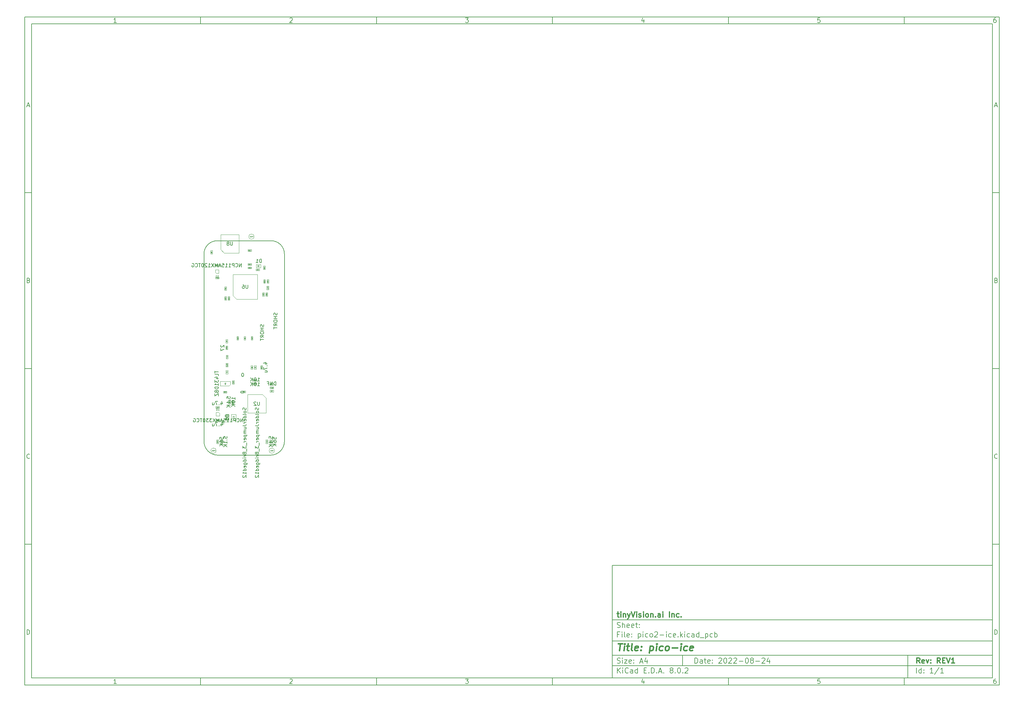
<source format=gbr>
%TF.GenerationSoftware,KiCad,Pcbnew,8.0.2*%
%TF.CreationDate,2024-10-27T15:33:14-07:00*%
%TF.ProjectId,pico2-ice,7069636f-322d-4696-9365-2e6b69636164,REV1*%
%TF.SameCoordinates,Original*%
%TF.FileFunction,AssemblyDrawing,Bot*%
%FSLAX46Y46*%
G04 Gerber Fmt 4.6, Leading zero omitted, Abs format (unit mm)*
G04 Created by KiCad (PCBNEW 8.0.2) date 2024-10-27 15:33:14*
%MOMM*%
%LPD*%
G01*
G04 APERTURE LIST*
%ADD10C,0.100000*%
%ADD11C,0.150000*%
%ADD12C,0.300000*%
%ADD13C,0.400000*%
%ADD14C,0.127000*%
%ADD15C,0.040000*%
%ADD16C,0.060000*%
%ADD17C,0.050000*%
%ADD18C,0.125000*%
G04 APERTURE END LIST*
D10*
D11*
X177002200Y-166007200D02*
X285002200Y-166007200D01*
X285002200Y-198007200D01*
X177002200Y-198007200D01*
X177002200Y-166007200D01*
D10*
D11*
X10000000Y-10000000D02*
X287002200Y-10000000D01*
X287002200Y-200007200D01*
X10000000Y-200007200D01*
X10000000Y-10000000D01*
D10*
D11*
X12000000Y-12000000D02*
X285002200Y-12000000D01*
X285002200Y-198007200D01*
X12000000Y-198007200D01*
X12000000Y-12000000D01*
D10*
D11*
X60000000Y-12000000D02*
X60000000Y-10000000D01*
D10*
D11*
X110000000Y-12000000D02*
X110000000Y-10000000D01*
D10*
D11*
X160000000Y-12000000D02*
X160000000Y-10000000D01*
D10*
D11*
X210000000Y-12000000D02*
X210000000Y-10000000D01*
D10*
D11*
X260000000Y-12000000D02*
X260000000Y-10000000D01*
D10*
D11*
X36089160Y-11593604D02*
X35346303Y-11593604D01*
X35717731Y-11593604D02*
X35717731Y-10293604D01*
X35717731Y-10293604D02*
X35593922Y-10479319D01*
X35593922Y-10479319D02*
X35470112Y-10603128D01*
X35470112Y-10603128D02*
X35346303Y-10665033D01*
D10*
D11*
X85346303Y-10417414D02*
X85408207Y-10355509D01*
X85408207Y-10355509D02*
X85532017Y-10293604D01*
X85532017Y-10293604D02*
X85841541Y-10293604D01*
X85841541Y-10293604D02*
X85965350Y-10355509D01*
X85965350Y-10355509D02*
X86027255Y-10417414D01*
X86027255Y-10417414D02*
X86089160Y-10541223D01*
X86089160Y-10541223D02*
X86089160Y-10665033D01*
X86089160Y-10665033D02*
X86027255Y-10850747D01*
X86027255Y-10850747D02*
X85284398Y-11593604D01*
X85284398Y-11593604D02*
X86089160Y-11593604D01*
D10*
D11*
X135284398Y-10293604D02*
X136089160Y-10293604D01*
X136089160Y-10293604D02*
X135655826Y-10788842D01*
X135655826Y-10788842D02*
X135841541Y-10788842D01*
X135841541Y-10788842D02*
X135965350Y-10850747D01*
X135965350Y-10850747D02*
X136027255Y-10912652D01*
X136027255Y-10912652D02*
X136089160Y-11036461D01*
X136089160Y-11036461D02*
X136089160Y-11345985D01*
X136089160Y-11345985D02*
X136027255Y-11469795D01*
X136027255Y-11469795D02*
X135965350Y-11531700D01*
X135965350Y-11531700D02*
X135841541Y-11593604D01*
X135841541Y-11593604D02*
X135470112Y-11593604D01*
X135470112Y-11593604D02*
X135346303Y-11531700D01*
X135346303Y-11531700D02*
X135284398Y-11469795D01*
D10*
D11*
X185965350Y-10726938D02*
X185965350Y-11593604D01*
X185655826Y-10231700D02*
X185346303Y-11160271D01*
X185346303Y-11160271D02*
X186151064Y-11160271D01*
D10*
D11*
X236027255Y-10293604D02*
X235408207Y-10293604D01*
X235408207Y-10293604D02*
X235346303Y-10912652D01*
X235346303Y-10912652D02*
X235408207Y-10850747D01*
X235408207Y-10850747D02*
X235532017Y-10788842D01*
X235532017Y-10788842D02*
X235841541Y-10788842D01*
X235841541Y-10788842D02*
X235965350Y-10850747D01*
X235965350Y-10850747D02*
X236027255Y-10912652D01*
X236027255Y-10912652D02*
X236089160Y-11036461D01*
X236089160Y-11036461D02*
X236089160Y-11345985D01*
X236089160Y-11345985D02*
X236027255Y-11469795D01*
X236027255Y-11469795D02*
X235965350Y-11531700D01*
X235965350Y-11531700D02*
X235841541Y-11593604D01*
X235841541Y-11593604D02*
X235532017Y-11593604D01*
X235532017Y-11593604D02*
X235408207Y-11531700D01*
X235408207Y-11531700D02*
X235346303Y-11469795D01*
D10*
D11*
X285965350Y-10293604D02*
X285717731Y-10293604D01*
X285717731Y-10293604D02*
X285593922Y-10355509D01*
X285593922Y-10355509D02*
X285532017Y-10417414D01*
X285532017Y-10417414D02*
X285408207Y-10603128D01*
X285408207Y-10603128D02*
X285346303Y-10850747D01*
X285346303Y-10850747D02*
X285346303Y-11345985D01*
X285346303Y-11345985D02*
X285408207Y-11469795D01*
X285408207Y-11469795D02*
X285470112Y-11531700D01*
X285470112Y-11531700D02*
X285593922Y-11593604D01*
X285593922Y-11593604D02*
X285841541Y-11593604D01*
X285841541Y-11593604D02*
X285965350Y-11531700D01*
X285965350Y-11531700D02*
X286027255Y-11469795D01*
X286027255Y-11469795D02*
X286089160Y-11345985D01*
X286089160Y-11345985D02*
X286089160Y-11036461D01*
X286089160Y-11036461D02*
X286027255Y-10912652D01*
X286027255Y-10912652D02*
X285965350Y-10850747D01*
X285965350Y-10850747D02*
X285841541Y-10788842D01*
X285841541Y-10788842D02*
X285593922Y-10788842D01*
X285593922Y-10788842D02*
X285470112Y-10850747D01*
X285470112Y-10850747D02*
X285408207Y-10912652D01*
X285408207Y-10912652D02*
X285346303Y-11036461D01*
D10*
D11*
X60000000Y-198007200D02*
X60000000Y-200007200D01*
D10*
D11*
X110000000Y-198007200D02*
X110000000Y-200007200D01*
D10*
D11*
X160000000Y-198007200D02*
X160000000Y-200007200D01*
D10*
D11*
X210000000Y-198007200D02*
X210000000Y-200007200D01*
D10*
D11*
X260000000Y-198007200D02*
X260000000Y-200007200D01*
D10*
D11*
X36089160Y-199600804D02*
X35346303Y-199600804D01*
X35717731Y-199600804D02*
X35717731Y-198300804D01*
X35717731Y-198300804D02*
X35593922Y-198486519D01*
X35593922Y-198486519D02*
X35470112Y-198610328D01*
X35470112Y-198610328D02*
X35346303Y-198672233D01*
D10*
D11*
X85346303Y-198424614D02*
X85408207Y-198362709D01*
X85408207Y-198362709D02*
X85532017Y-198300804D01*
X85532017Y-198300804D02*
X85841541Y-198300804D01*
X85841541Y-198300804D02*
X85965350Y-198362709D01*
X85965350Y-198362709D02*
X86027255Y-198424614D01*
X86027255Y-198424614D02*
X86089160Y-198548423D01*
X86089160Y-198548423D02*
X86089160Y-198672233D01*
X86089160Y-198672233D02*
X86027255Y-198857947D01*
X86027255Y-198857947D02*
X85284398Y-199600804D01*
X85284398Y-199600804D02*
X86089160Y-199600804D01*
D10*
D11*
X135284398Y-198300804D02*
X136089160Y-198300804D01*
X136089160Y-198300804D02*
X135655826Y-198796042D01*
X135655826Y-198796042D02*
X135841541Y-198796042D01*
X135841541Y-198796042D02*
X135965350Y-198857947D01*
X135965350Y-198857947D02*
X136027255Y-198919852D01*
X136027255Y-198919852D02*
X136089160Y-199043661D01*
X136089160Y-199043661D02*
X136089160Y-199353185D01*
X136089160Y-199353185D02*
X136027255Y-199476995D01*
X136027255Y-199476995D02*
X135965350Y-199538900D01*
X135965350Y-199538900D02*
X135841541Y-199600804D01*
X135841541Y-199600804D02*
X135470112Y-199600804D01*
X135470112Y-199600804D02*
X135346303Y-199538900D01*
X135346303Y-199538900D02*
X135284398Y-199476995D01*
D10*
D11*
X185965350Y-198734138D02*
X185965350Y-199600804D01*
X185655826Y-198238900D02*
X185346303Y-199167471D01*
X185346303Y-199167471D02*
X186151064Y-199167471D01*
D10*
D11*
X236027255Y-198300804D02*
X235408207Y-198300804D01*
X235408207Y-198300804D02*
X235346303Y-198919852D01*
X235346303Y-198919852D02*
X235408207Y-198857947D01*
X235408207Y-198857947D02*
X235532017Y-198796042D01*
X235532017Y-198796042D02*
X235841541Y-198796042D01*
X235841541Y-198796042D02*
X235965350Y-198857947D01*
X235965350Y-198857947D02*
X236027255Y-198919852D01*
X236027255Y-198919852D02*
X236089160Y-199043661D01*
X236089160Y-199043661D02*
X236089160Y-199353185D01*
X236089160Y-199353185D02*
X236027255Y-199476995D01*
X236027255Y-199476995D02*
X235965350Y-199538900D01*
X235965350Y-199538900D02*
X235841541Y-199600804D01*
X235841541Y-199600804D02*
X235532017Y-199600804D01*
X235532017Y-199600804D02*
X235408207Y-199538900D01*
X235408207Y-199538900D02*
X235346303Y-199476995D01*
D10*
D11*
X285965350Y-198300804D02*
X285717731Y-198300804D01*
X285717731Y-198300804D02*
X285593922Y-198362709D01*
X285593922Y-198362709D02*
X285532017Y-198424614D01*
X285532017Y-198424614D02*
X285408207Y-198610328D01*
X285408207Y-198610328D02*
X285346303Y-198857947D01*
X285346303Y-198857947D02*
X285346303Y-199353185D01*
X285346303Y-199353185D02*
X285408207Y-199476995D01*
X285408207Y-199476995D02*
X285470112Y-199538900D01*
X285470112Y-199538900D02*
X285593922Y-199600804D01*
X285593922Y-199600804D02*
X285841541Y-199600804D01*
X285841541Y-199600804D02*
X285965350Y-199538900D01*
X285965350Y-199538900D02*
X286027255Y-199476995D01*
X286027255Y-199476995D02*
X286089160Y-199353185D01*
X286089160Y-199353185D02*
X286089160Y-199043661D01*
X286089160Y-199043661D02*
X286027255Y-198919852D01*
X286027255Y-198919852D02*
X285965350Y-198857947D01*
X285965350Y-198857947D02*
X285841541Y-198796042D01*
X285841541Y-198796042D02*
X285593922Y-198796042D01*
X285593922Y-198796042D02*
X285470112Y-198857947D01*
X285470112Y-198857947D02*
X285408207Y-198919852D01*
X285408207Y-198919852D02*
X285346303Y-199043661D01*
D10*
D11*
X10000000Y-60000000D02*
X12000000Y-60000000D01*
D10*
D11*
X10000000Y-110000000D02*
X12000000Y-110000000D01*
D10*
D11*
X10000000Y-160000000D02*
X12000000Y-160000000D01*
D10*
D11*
X10690476Y-35222176D02*
X11309523Y-35222176D01*
X10566666Y-35593604D02*
X10999999Y-34293604D01*
X10999999Y-34293604D02*
X11433333Y-35593604D01*
D10*
D11*
X11092857Y-84912652D02*
X11278571Y-84974557D01*
X11278571Y-84974557D02*
X11340476Y-85036461D01*
X11340476Y-85036461D02*
X11402380Y-85160271D01*
X11402380Y-85160271D02*
X11402380Y-85345985D01*
X11402380Y-85345985D02*
X11340476Y-85469795D01*
X11340476Y-85469795D02*
X11278571Y-85531700D01*
X11278571Y-85531700D02*
X11154761Y-85593604D01*
X11154761Y-85593604D02*
X10659523Y-85593604D01*
X10659523Y-85593604D02*
X10659523Y-84293604D01*
X10659523Y-84293604D02*
X11092857Y-84293604D01*
X11092857Y-84293604D02*
X11216666Y-84355509D01*
X11216666Y-84355509D02*
X11278571Y-84417414D01*
X11278571Y-84417414D02*
X11340476Y-84541223D01*
X11340476Y-84541223D02*
X11340476Y-84665033D01*
X11340476Y-84665033D02*
X11278571Y-84788842D01*
X11278571Y-84788842D02*
X11216666Y-84850747D01*
X11216666Y-84850747D02*
X11092857Y-84912652D01*
X11092857Y-84912652D02*
X10659523Y-84912652D01*
D10*
D11*
X11402380Y-135469795D02*
X11340476Y-135531700D01*
X11340476Y-135531700D02*
X11154761Y-135593604D01*
X11154761Y-135593604D02*
X11030952Y-135593604D01*
X11030952Y-135593604D02*
X10845238Y-135531700D01*
X10845238Y-135531700D02*
X10721428Y-135407890D01*
X10721428Y-135407890D02*
X10659523Y-135284080D01*
X10659523Y-135284080D02*
X10597619Y-135036461D01*
X10597619Y-135036461D02*
X10597619Y-134850747D01*
X10597619Y-134850747D02*
X10659523Y-134603128D01*
X10659523Y-134603128D02*
X10721428Y-134479319D01*
X10721428Y-134479319D02*
X10845238Y-134355509D01*
X10845238Y-134355509D02*
X11030952Y-134293604D01*
X11030952Y-134293604D02*
X11154761Y-134293604D01*
X11154761Y-134293604D02*
X11340476Y-134355509D01*
X11340476Y-134355509D02*
X11402380Y-134417414D01*
D10*
D11*
X10659523Y-185593604D02*
X10659523Y-184293604D01*
X10659523Y-184293604D02*
X10969047Y-184293604D01*
X10969047Y-184293604D02*
X11154761Y-184355509D01*
X11154761Y-184355509D02*
X11278571Y-184479319D01*
X11278571Y-184479319D02*
X11340476Y-184603128D01*
X11340476Y-184603128D02*
X11402380Y-184850747D01*
X11402380Y-184850747D02*
X11402380Y-185036461D01*
X11402380Y-185036461D02*
X11340476Y-185284080D01*
X11340476Y-185284080D02*
X11278571Y-185407890D01*
X11278571Y-185407890D02*
X11154761Y-185531700D01*
X11154761Y-185531700D02*
X10969047Y-185593604D01*
X10969047Y-185593604D02*
X10659523Y-185593604D01*
D10*
D11*
X287002200Y-60000000D02*
X285002200Y-60000000D01*
D10*
D11*
X287002200Y-110000000D02*
X285002200Y-110000000D01*
D10*
D11*
X287002200Y-160000000D02*
X285002200Y-160000000D01*
D10*
D11*
X285692676Y-35222176D02*
X286311723Y-35222176D01*
X285568866Y-35593604D02*
X286002199Y-34293604D01*
X286002199Y-34293604D02*
X286435533Y-35593604D01*
D10*
D11*
X286095057Y-84912652D02*
X286280771Y-84974557D01*
X286280771Y-84974557D02*
X286342676Y-85036461D01*
X286342676Y-85036461D02*
X286404580Y-85160271D01*
X286404580Y-85160271D02*
X286404580Y-85345985D01*
X286404580Y-85345985D02*
X286342676Y-85469795D01*
X286342676Y-85469795D02*
X286280771Y-85531700D01*
X286280771Y-85531700D02*
X286156961Y-85593604D01*
X286156961Y-85593604D02*
X285661723Y-85593604D01*
X285661723Y-85593604D02*
X285661723Y-84293604D01*
X285661723Y-84293604D02*
X286095057Y-84293604D01*
X286095057Y-84293604D02*
X286218866Y-84355509D01*
X286218866Y-84355509D02*
X286280771Y-84417414D01*
X286280771Y-84417414D02*
X286342676Y-84541223D01*
X286342676Y-84541223D02*
X286342676Y-84665033D01*
X286342676Y-84665033D02*
X286280771Y-84788842D01*
X286280771Y-84788842D02*
X286218866Y-84850747D01*
X286218866Y-84850747D02*
X286095057Y-84912652D01*
X286095057Y-84912652D02*
X285661723Y-84912652D01*
D10*
D11*
X286404580Y-135469795D02*
X286342676Y-135531700D01*
X286342676Y-135531700D02*
X286156961Y-135593604D01*
X286156961Y-135593604D02*
X286033152Y-135593604D01*
X286033152Y-135593604D02*
X285847438Y-135531700D01*
X285847438Y-135531700D02*
X285723628Y-135407890D01*
X285723628Y-135407890D02*
X285661723Y-135284080D01*
X285661723Y-135284080D02*
X285599819Y-135036461D01*
X285599819Y-135036461D02*
X285599819Y-134850747D01*
X285599819Y-134850747D02*
X285661723Y-134603128D01*
X285661723Y-134603128D02*
X285723628Y-134479319D01*
X285723628Y-134479319D02*
X285847438Y-134355509D01*
X285847438Y-134355509D02*
X286033152Y-134293604D01*
X286033152Y-134293604D02*
X286156961Y-134293604D01*
X286156961Y-134293604D02*
X286342676Y-134355509D01*
X286342676Y-134355509D02*
X286404580Y-134417414D01*
D10*
D11*
X285661723Y-185593604D02*
X285661723Y-184293604D01*
X285661723Y-184293604D02*
X285971247Y-184293604D01*
X285971247Y-184293604D02*
X286156961Y-184355509D01*
X286156961Y-184355509D02*
X286280771Y-184479319D01*
X286280771Y-184479319D02*
X286342676Y-184603128D01*
X286342676Y-184603128D02*
X286404580Y-184850747D01*
X286404580Y-184850747D02*
X286404580Y-185036461D01*
X286404580Y-185036461D02*
X286342676Y-185284080D01*
X286342676Y-185284080D02*
X286280771Y-185407890D01*
X286280771Y-185407890D02*
X286156961Y-185531700D01*
X286156961Y-185531700D02*
X285971247Y-185593604D01*
X285971247Y-185593604D02*
X285661723Y-185593604D01*
D10*
D11*
X200458026Y-193793328D02*
X200458026Y-192293328D01*
X200458026Y-192293328D02*
X200815169Y-192293328D01*
X200815169Y-192293328D02*
X201029455Y-192364757D01*
X201029455Y-192364757D02*
X201172312Y-192507614D01*
X201172312Y-192507614D02*
X201243741Y-192650471D01*
X201243741Y-192650471D02*
X201315169Y-192936185D01*
X201315169Y-192936185D02*
X201315169Y-193150471D01*
X201315169Y-193150471D02*
X201243741Y-193436185D01*
X201243741Y-193436185D02*
X201172312Y-193579042D01*
X201172312Y-193579042D02*
X201029455Y-193721900D01*
X201029455Y-193721900D02*
X200815169Y-193793328D01*
X200815169Y-193793328D02*
X200458026Y-193793328D01*
X202600884Y-193793328D02*
X202600884Y-193007614D01*
X202600884Y-193007614D02*
X202529455Y-192864757D01*
X202529455Y-192864757D02*
X202386598Y-192793328D01*
X202386598Y-192793328D02*
X202100884Y-192793328D01*
X202100884Y-192793328D02*
X201958026Y-192864757D01*
X202600884Y-193721900D02*
X202458026Y-193793328D01*
X202458026Y-193793328D02*
X202100884Y-193793328D01*
X202100884Y-193793328D02*
X201958026Y-193721900D01*
X201958026Y-193721900D02*
X201886598Y-193579042D01*
X201886598Y-193579042D02*
X201886598Y-193436185D01*
X201886598Y-193436185D02*
X201958026Y-193293328D01*
X201958026Y-193293328D02*
X202100884Y-193221900D01*
X202100884Y-193221900D02*
X202458026Y-193221900D01*
X202458026Y-193221900D02*
X202600884Y-193150471D01*
X203100884Y-192793328D02*
X203672312Y-192793328D01*
X203315169Y-192293328D02*
X203315169Y-193579042D01*
X203315169Y-193579042D02*
X203386598Y-193721900D01*
X203386598Y-193721900D02*
X203529455Y-193793328D01*
X203529455Y-193793328D02*
X203672312Y-193793328D01*
X204743741Y-193721900D02*
X204600884Y-193793328D01*
X204600884Y-193793328D02*
X204315170Y-193793328D01*
X204315170Y-193793328D02*
X204172312Y-193721900D01*
X204172312Y-193721900D02*
X204100884Y-193579042D01*
X204100884Y-193579042D02*
X204100884Y-193007614D01*
X204100884Y-193007614D02*
X204172312Y-192864757D01*
X204172312Y-192864757D02*
X204315170Y-192793328D01*
X204315170Y-192793328D02*
X204600884Y-192793328D01*
X204600884Y-192793328D02*
X204743741Y-192864757D01*
X204743741Y-192864757D02*
X204815170Y-193007614D01*
X204815170Y-193007614D02*
X204815170Y-193150471D01*
X204815170Y-193150471D02*
X204100884Y-193293328D01*
X205458026Y-193650471D02*
X205529455Y-193721900D01*
X205529455Y-193721900D02*
X205458026Y-193793328D01*
X205458026Y-193793328D02*
X205386598Y-193721900D01*
X205386598Y-193721900D02*
X205458026Y-193650471D01*
X205458026Y-193650471D02*
X205458026Y-193793328D01*
X205458026Y-192864757D02*
X205529455Y-192936185D01*
X205529455Y-192936185D02*
X205458026Y-193007614D01*
X205458026Y-193007614D02*
X205386598Y-192936185D01*
X205386598Y-192936185D02*
X205458026Y-192864757D01*
X205458026Y-192864757D02*
X205458026Y-193007614D01*
X207243741Y-192436185D02*
X207315169Y-192364757D01*
X207315169Y-192364757D02*
X207458027Y-192293328D01*
X207458027Y-192293328D02*
X207815169Y-192293328D01*
X207815169Y-192293328D02*
X207958027Y-192364757D01*
X207958027Y-192364757D02*
X208029455Y-192436185D01*
X208029455Y-192436185D02*
X208100884Y-192579042D01*
X208100884Y-192579042D02*
X208100884Y-192721900D01*
X208100884Y-192721900D02*
X208029455Y-192936185D01*
X208029455Y-192936185D02*
X207172312Y-193793328D01*
X207172312Y-193793328D02*
X208100884Y-193793328D01*
X209029455Y-192293328D02*
X209172312Y-192293328D01*
X209172312Y-192293328D02*
X209315169Y-192364757D01*
X209315169Y-192364757D02*
X209386598Y-192436185D01*
X209386598Y-192436185D02*
X209458026Y-192579042D01*
X209458026Y-192579042D02*
X209529455Y-192864757D01*
X209529455Y-192864757D02*
X209529455Y-193221900D01*
X209529455Y-193221900D02*
X209458026Y-193507614D01*
X209458026Y-193507614D02*
X209386598Y-193650471D01*
X209386598Y-193650471D02*
X209315169Y-193721900D01*
X209315169Y-193721900D02*
X209172312Y-193793328D01*
X209172312Y-193793328D02*
X209029455Y-193793328D01*
X209029455Y-193793328D02*
X208886598Y-193721900D01*
X208886598Y-193721900D02*
X208815169Y-193650471D01*
X208815169Y-193650471D02*
X208743740Y-193507614D01*
X208743740Y-193507614D02*
X208672312Y-193221900D01*
X208672312Y-193221900D02*
X208672312Y-192864757D01*
X208672312Y-192864757D02*
X208743740Y-192579042D01*
X208743740Y-192579042D02*
X208815169Y-192436185D01*
X208815169Y-192436185D02*
X208886598Y-192364757D01*
X208886598Y-192364757D02*
X209029455Y-192293328D01*
X210100883Y-192436185D02*
X210172311Y-192364757D01*
X210172311Y-192364757D02*
X210315169Y-192293328D01*
X210315169Y-192293328D02*
X210672311Y-192293328D01*
X210672311Y-192293328D02*
X210815169Y-192364757D01*
X210815169Y-192364757D02*
X210886597Y-192436185D01*
X210886597Y-192436185D02*
X210958026Y-192579042D01*
X210958026Y-192579042D02*
X210958026Y-192721900D01*
X210958026Y-192721900D02*
X210886597Y-192936185D01*
X210886597Y-192936185D02*
X210029454Y-193793328D01*
X210029454Y-193793328D02*
X210958026Y-193793328D01*
X211529454Y-192436185D02*
X211600882Y-192364757D01*
X211600882Y-192364757D02*
X211743740Y-192293328D01*
X211743740Y-192293328D02*
X212100882Y-192293328D01*
X212100882Y-192293328D02*
X212243740Y-192364757D01*
X212243740Y-192364757D02*
X212315168Y-192436185D01*
X212315168Y-192436185D02*
X212386597Y-192579042D01*
X212386597Y-192579042D02*
X212386597Y-192721900D01*
X212386597Y-192721900D02*
X212315168Y-192936185D01*
X212315168Y-192936185D02*
X211458025Y-193793328D01*
X211458025Y-193793328D02*
X212386597Y-193793328D01*
X213029453Y-193221900D02*
X214172311Y-193221900D01*
X215172311Y-192293328D02*
X215315168Y-192293328D01*
X215315168Y-192293328D02*
X215458025Y-192364757D01*
X215458025Y-192364757D02*
X215529454Y-192436185D01*
X215529454Y-192436185D02*
X215600882Y-192579042D01*
X215600882Y-192579042D02*
X215672311Y-192864757D01*
X215672311Y-192864757D02*
X215672311Y-193221900D01*
X215672311Y-193221900D02*
X215600882Y-193507614D01*
X215600882Y-193507614D02*
X215529454Y-193650471D01*
X215529454Y-193650471D02*
X215458025Y-193721900D01*
X215458025Y-193721900D02*
X215315168Y-193793328D01*
X215315168Y-193793328D02*
X215172311Y-193793328D01*
X215172311Y-193793328D02*
X215029454Y-193721900D01*
X215029454Y-193721900D02*
X214958025Y-193650471D01*
X214958025Y-193650471D02*
X214886596Y-193507614D01*
X214886596Y-193507614D02*
X214815168Y-193221900D01*
X214815168Y-193221900D02*
X214815168Y-192864757D01*
X214815168Y-192864757D02*
X214886596Y-192579042D01*
X214886596Y-192579042D02*
X214958025Y-192436185D01*
X214958025Y-192436185D02*
X215029454Y-192364757D01*
X215029454Y-192364757D02*
X215172311Y-192293328D01*
X216529453Y-192936185D02*
X216386596Y-192864757D01*
X216386596Y-192864757D02*
X216315167Y-192793328D01*
X216315167Y-192793328D02*
X216243739Y-192650471D01*
X216243739Y-192650471D02*
X216243739Y-192579042D01*
X216243739Y-192579042D02*
X216315167Y-192436185D01*
X216315167Y-192436185D02*
X216386596Y-192364757D01*
X216386596Y-192364757D02*
X216529453Y-192293328D01*
X216529453Y-192293328D02*
X216815167Y-192293328D01*
X216815167Y-192293328D02*
X216958025Y-192364757D01*
X216958025Y-192364757D02*
X217029453Y-192436185D01*
X217029453Y-192436185D02*
X217100882Y-192579042D01*
X217100882Y-192579042D02*
X217100882Y-192650471D01*
X217100882Y-192650471D02*
X217029453Y-192793328D01*
X217029453Y-192793328D02*
X216958025Y-192864757D01*
X216958025Y-192864757D02*
X216815167Y-192936185D01*
X216815167Y-192936185D02*
X216529453Y-192936185D01*
X216529453Y-192936185D02*
X216386596Y-193007614D01*
X216386596Y-193007614D02*
X216315167Y-193079042D01*
X216315167Y-193079042D02*
X216243739Y-193221900D01*
X216243739Y-193221900D02*
X216243739Y-193507614D01*
X216243739Y-193507614D02*
X216315167Y-193650471D01*
X216315167Y-193650471D02*
X216386596Y-193721900D01*
X216386596Y-193721900D02*
X216529453Y-193793328D01*
X216529453Y-193793328D02*
X216815167Y-193793328D01*
X216815167Y-193793328D02*
X216958025Y-193721900D01*
X216958025Y-193721900D02*
X217029453Y-193650471D01*
X217029453Y-193650471D02*
X217100882Y-193507614D01*
X217100882Y-193507614D02*
X217100882Y-193221900D01*
X217100882Y-193221900D02*
X217029453Y-193079042D01*
X217029453Y-193079042D02*
X216958025Y-193007614D01*
X216958025Y-193007614D02*
X216815167Y-192936185D01*
X217743738Y-193221900D02*
X218886596Y-193221900D01*
X219529453Y-192436185D02*
X219600881Y-192364757D01*
X219600881Y-192364757D02*
X219743739Y-192293328D01*
X219743739Y-192293328D02*
X220100881Y-192293328D01*
X220100881Y-192293328D02*
X220243739Y-192364757D01*
X220243739Y-192364757D02*
X220315167Y-192436185D01*
X220315167Y-192436185D02*
X220386596Y-192579042D01*
X220386596Y-192579042D02*
X220386596Y-192721900D01*
X220386596Y-192721900D02*
X220315167Y-192936185D01*
X220315167Y-192936185D02*
X219458024Y-193793328D01*
X219458024Y-193793328D02*
X220386596Y-193793328D01*
X221672310Y-192793328D02*
X221672310Y-193793328D01*
X221315167Y-192221900D02*
X220958024Y-193293328D01*
X220958024Y-193293328D02*
X221886595Y-193293328D01*
D10*
D11*
X177002200Y-194507200D02*
X285002200Y-194507200D01*
D10*
D11*
X178458026Y-196593328D02*
X178458026Y-195093328D01*
X179315169Y-196593328D02*
X178672312Y-195736185D01*
X179315169Y-195093328D02*
X178458026Y-195950471D01*
X179958026Y-196593328D02*
X179958026Y-195593328D01*
X179958026Y-195093328D02*
X179886598Y-195164757D01*
X179886598Y-195164757D02*
X179958026Y-195236185D01*
X179958026Y-195236185D02*
X180029455Y-195164757D01*
X180029455Y-195164757D02*
X179958026Y-195093328D01*
X179958026Y-195093328D02*
X179958026Y-195236185D01*
X181529455Y-196450471D02*
X181458027Y-196521900D01*
X181458027Y-196521900D02*
X181243741Y-196593328D01*
X181243741Y-196593328D02*
X181100884Y-196593328D01*
X181100884Y-196593328D02*
X180886598Y-196521900D01*
X180886598Y-196521900D02*
X180743741Y-196379042D01*
X180743741Y-196379042D02*
X180672312Y-196236185D01*
X180672312Y-196236185D02*
X180600884Y-195950471D01*
X180600884Y-195950471D02*
X180600884Y-195736185D01*
X180600884Y-195736185D02*
X180672312Y-195450471D01*
X180672312Y-195450471D02*
X180743741Y-195307614D01*
X180743741Y-195307614D02*
X180886598Y-195164757D01*
X180886598Y-195164757D02*
X181100884Y-195093328D01*
X181100884Y-195093328D02*
X181243741Y-195093328D01*
X181243741Y-195093328D02*
X181458027Y-195164757D01*
X181458027Y-195164757D02*
X181529455Y-195236185D01*
X182815170Y-196593328D02*
X182815170Y-195807614D01*
X182815170Y-195807614D02*
X182743741Y-195664757D01*
X182743741Y-195664757D02*
X182600884Y-195593328D01*
X182600884Y-195593328D02*
X182315170Y-195593328D01*
X182315170Y-195593328D02*
X182172312Y-195664757D01*
X182815170Y-196521900D02*
X182672312Y-196593328D01*
X182672312Y-196593328D02*
X182315170Y-196593328D01*
X182315170Y-196593328D02*
X182172312Y-196521900D01*
X182172312Y-196521900D02*
X182100884Y-196379042D01*
X182100884Y-196379042D02*
X182100884Y-196236185D01*
X182100884Y-196236185D02*
X182172312Y-196093328D01*
X182172312Y-196093328D02*
X182315170Y-196021900D01*
X182315170Y-196021900D02*
X182672312Y-196021900D01*
X182672312Y-196021900D02*
X182815170Y-195950471D01*
X184172313Y-196593328D02*
X184172313Y-195093328D01*
X184172313Y-196521900D02*
X184029455Y-196593328D01*
X184029455Y-196593328D02*
X183743741Y-196593328D01*
X183743741Y-196593328D02*
X183600884Y-196521900D01*
X183600884Y-196521900D02*
X183529455Y-196450471D01*
X183529455Y-196450471D02*
X183458027Y-196307614D01*
X183458027Y-196307614D02*
X183458027Y-195879042D01*
X183458027Y-195879042D02*
X183529455Y-195736185D01*
X183529455Y-195736185D02*
X183600884Y-195664757D01*
X183600884Y-195664757D02*
X183743741Y-195593328D01*
X183743741Y-195593328D02*
X184029455Y-195593328D01*
X184029455Y-195593328D02*
X184172313Y-195664757D01*
X186029455Y-195807614D02*
X186529455Y-195807614D01*
X186743741Y-196593328D02*
X186029455Y-196593328D01*
X186029455Y-196593328D02*
X186029455Y-195093328D01*
X186029455Y-195093328D02*
X186743741Y-195093328D01*
X187386598Y-196450471D02*
X187458027Y-196521900D01*
X187458027Y-196521900D02*
X187386598Y-196593328D01*
X187386598Y-196593328D02*
X187315170Y-196521900D01*
X187315170Y-196521900D02*
X187386598Y-196450471D01*
X187386598Y-196450471D02*
X187386598Y-196593328D01*
X188100884Y-196593328D02*
X188100884Y-195093328D01*
X188100884Y-195093328D02*
X188458027Y-195093328D01*
X188458027Y-195093328D02*
X188672313Y-195164757D01*
X188672313Y-195164757D02*
X188815170Y-195307614D01*
X188815170Y-195307614D02*
X188886599Y-195450471D01*
X188886599Y-195450471D02*
X188958027Y-195736185D01*
X188958027Y-195736185D02*
X188958027Y-195950471D01*
X188958027Y-195950471D02*
X188886599Y-196236185D01*
X188886599Y-196236185D02*
X188815170Y-196379042D01*
X188815170Y-196379042D02*
X188672313Y-196521900D01*
X188672313Y-196521900D02*
X188458027Y-196593328D01*
X188458027Y-196593328D02*
X188100884Y-196593328D01*
X189600884Y-196450471D02*
X189672313Y-196521900D01*
X189672313Y-196521900D02*
X189600884Y-196593328D01*
X189600884Y-196593328D02*
X189529456Y-196521900D01*
X189529456Y-196521900D02*
X189600884Y-196450471D01*
X189600884Y-196450471D02*
X189600884Y-196593328D01*
X190243742Y-196164757D02*
X190958028Y-196164757D01*
X190100885Y-196593328D02*
X190600885Y-195093328D01*
X190600885Y-195093328D02*
X191100885Y-196593328D01*
X191600884Y-196450471D02*
X191672313Y-196521900D01*
X191672313Y-196521900D02*
X191600884Y-196593328D01*
X191600884Y-196593328D02*
X191529456Y-196521900D01*
X191529456Y-196521900D02*
X191600884Y-196450471D01*
X191600884Y-196450471D02*
X191600884Y-196593328D01*
X193672313Y-195736185D02*
X193529456Y-195664757D01*
X193529456Y-195664757D02*
X193458027Y-195593328D01*
X193458027Y-195593328D02*
X193386599Y-195450471D01*
X193386599Y-195450471D02*
X193386599Y-195379042D01*
X193386599Y-195379042D02*
X193458027Y-195236185D01*
X193458027Y-195236185D02*
X193529456Y-195164757D01*
X193529456Y-195164757D02*
X193672313Y-195093328D01*
X193672313Y-195093328D02*
X193958027Y-195093328D01*
X193958027Y-195093328D02*
X194100885Y-195164757D01*
X194100885Y-195164757D02*
X194172313Y-195236185D01*
X194172313Y-195236185D02*
X194243742Y-195379042D01*
X194243742Y-195379042D02*
X194243742Y-195450471D01*
X194243742Y-195450471D02*
X194172313Y-195593328D01*
X194172313Y-195593328D02*
X194100885Y-195664757D01*
X194100885Y-195664757D02*
X193958027Y-195736185D01*
X193958027Y-195736185D02*
X193672313Y-195736185D01*
X193672313Y-195736185D02*
X193529456Y-195807614D01*
X193529456Y-195807614D02*
X193458027Y-195879042D01*
X193458027Y-195879042D02*
X193386599Y-196021900D01*
X193386599Y-196021900D02*
X193386599Y-196307614D01*
X193386599Y-196307614D02*
X193458027Y-196450471D01*
X193458027Y-196450471D02*
X193529456Y-196521900D01*
X193529456Y-196521900D02*
X193672313Y-196593328D01*
X193672313Y-196593328D02*
X193958027Y-196593328D01*
X193958027Y-196593328D02*
X194100885Y-196521900D01*
X194100885Y-196521900D02*
X194172313Y-196450471D01*
X194172313Y-196450471D02*
X194243742Y-196307614D01*
X194243742Y-196307614D02*
X194243742Y-196021900D01*
X194243742Y-196021900D02*
X194172313Y-195879042D01*
X194172313Y-195879042D02*
X194100885Y-195807614D01*
X194100885Y-195807614D02*
X193958027Y-195736185D01*
X194886598Y-196450471D02*
X194958027Y-196521900D01*
X194958027Y-196521900D02*
X194886598Y-196593328D01*
X194886598Y-196593328D02*
X194815170Y-196521900D01*
X194815170Y-196521900D02*
X194886598Y-196450471D01*
X194886598Y-196450471D02*
X194886598Y-196593328D01*
X195886599Y-195093328D02*
X196029456Y-195093328D01*
X196029456Y-195093328D02*
X196172313Y-195164757D01*
X196172313Y-195164757D02*
X196243742Y-195236185D01*
X196243742Y-195236185D02*
X196315170Y-195379042D01*
X196315170Y-195379042D02*
X196386599Y-195664757D01*
X196386599Y-195664757D02*
X196386599Y-196021900D01*
X196386599Y-196021900D02*
X196315170Y-196307614D01*
X196315170Y-196307614D02*
X196243742Y-196450471D01*
X196243742Y-196450471D02*
X196172313Y-196521900D01*
X196172313Y-196521900D02*
X196029456Y-196593328D01*
X196029456Y-196593328D02*
X195886599Y-196593328D01*
X195886599Y-196593328D02*
X195743742Y-196521900D01*
X195743742Y-196521900D02*
X195672313Y-196450471D01*
X195672313Y-196450471D02*
X195600884Y-196307614D01*
X195600884Y-196307614D02*
X195529456Y-196021900D01*
X195529456Y-196021900D02*
X195529456Y-195664757D01*
X195529456Y-195664757D02*
X195600884Y-195379042D01*
X195600884Y-195379042D02*
X195672313Y-195236185D01*
X195672313Y-195236185D02*
X195743742Y-195164757D01*
X195743742Y-195164757D02*
X195886599Y-195093328D01*
X197029455Y-196450471D02*
X197100884Y-196521900D01*
X197100884Y-196521900D02*
X197029455Y-196593328D01*
X197029455Y-196593328D02*
X196958027Y-196521900D01*
X196958027Y-196521900D02*
X197029455Y-196450471D01*
X197029455Y-196450471D02*
X197029455Y-196593328D01*
X197672313Y-195236185D02*
X197743741Y-195164757D01*
X197743741Y-195164757D02*
X197886599Y-195093328D01*
X197886599Y-195093328D02*
X198243741Y-195093328D01*
X198243741Y-195093328D02*
X198386599Y-195164757D01*
X198386599Y-195164757D02*
X198458027Y-195236185D01*
X198458027Y-195236185D02*
X198529456Y-195379042D01*
X198529456Y-195379042D02*
X198529456Y-195521900D01*
X198529456Y-195521900D02*
X198458027Y-195736185D01*
X198458027Y-195736185D02*
X197600884Y-196593328D01*
X197600884Y-196593328D02*
X198529456Y-196593328D01*
D10*
D11*
X177002200Y-191507200D02*
X285002200Y-191507200D01*
D10*
D12*
X264413853Y-193785528D02*
X263913853Y-193071242D01*
X263556710Y-193785528D02*
X263556710Y-192285528D01*
X263556710Y-192285528D02*
X264128139Y-192285528D01*
X264128139Y-192285528D02*
X264270996Y-192356957D01*
X264270996Y-192356957D02*
X264342425Y-192428385D01*
X264342425Y-192428385D02*
X264413853Y-192571242D01*
X264413853Y-192571242D02*
X264413853Y-192785528D01*
X264413853Y-192785528D02*
X264342425Y-192928385D01*
X264342425Y-192928385D02*
X264270996Y-192999814D01*
X264270996Y-192999814D02*
X264128139Y-193071242D01*
X264128139Y-193071242D02*
X263556710Y-193071242D01*
X265628139Y-193714100D02*
X265485282Y-193785528D01*
X265485282Y-193785528D02*
X265199568Y-193785528D01*
X265199568Y-193785528D02*
X265056710Y-193714100D01*
X265056710Y-193714100D02*
X264985282Y-193571242D01*
X264985282Y-193571242D02*
X264985282Y-192999814D01*
X264985282Y-192999814D02*
X265056710Y-192856957D01*
X265056710Y-192856957D02*
X265199568Y-192785528D01*
X265199568Y-192785528D02*
X265485282Y-192785528D01*
X265485282Y-192785528D02*
X265628139Y-192856957D01*
X265628139Y-192856957D02*
X265699568Y-192999814D01*
X265699568Y-192999814D02*
X265699568Y-193142671D01*
X265699568Y-193142671D02*
X264985282Y-193285528D01*
X266199567Y-192785528D02*
X266556710Y-193785528D01*
X266556710Y-193785528D02*
X266913853Y-192785528D01*
X267485281Y-193642671D02*
X267556710Y-193714100D01*
X267556710Y-193714100D02*
X267485281Y-193785528D01*
X267485281Y-193785528D02*
X267413853Y-193714100D01*
X267413853Y-193714100D02*
X267485281Y-193642671D01*
X267485281Y-193642671D02*
X267485281Y-193785528D01*
X267485281Y-192856957D02*
X267556710Y-192928385D01*
X267556710Y-192928385D02*
X267485281Y-192999814D01*
X267485281Y-192999814D02*
X267413853Y-192928385D01*
X267413853Y-192928385D02*
X267485281Y-192856957D01*
X267485281Y-192856957D02*
X267485281Y-192999814D01*
X270199567Y-193785528D02*
X269699567Y-193071242D01*
X269342424Y-193785528D02*
X269342424Y-192285528D01*
X269342424Y-192285528D02*
X269913853Y-192285528D01*
X269913853Y-192285528D02*
X270056710Y-192356957D01*
X270056710Y-192356957D02*
X270128139Y-192428385D01*
X270128139Y-192428385D02*
X270199567Y-192571242D01*
X270199567Y-192571242D02*
X270199567Y-192785528D01*
X270199567Y-192785528D02*
X270128139Y-192928385D01*
X270128139Y-192928385D02*
X270056710Y-192999814D01*
X270056710Y-192999814D02*
X269913853Y-193071242D01*
X269913853Y-193071242D02*
X269342424Y-193071242D01*
X270842424Y-192999814D02*
X271342424Y-192999814D01*
X271556710Y-193785528D02*
X270842424Y-193785528D01*
X270842424Y-193785528D02*
X270842424Y-192285528D01*
X270842424Y-192285528D02*
X271556710Y-192285528D01*
X271985282Y-192285528D02*
X272485282Y-193785528D01*
X272485282Y-193785528D02*
X272985282Y-192285528D01*
X274270996Y-193785528D02*
X273413853Y-193785528D01*
X273842424Y-193785528D02*
X273842424Y-192285528D01*
X273842424Y-192285528D02*
X273699567Y-192499814D01*
X273699567Y-192499814D02*
X273556710Y-192642671D01*
X273556710Y-192642671D02*
X273413853Y-192714100D01*
D10*
D11*
X178386598Y-193721900D02*
X178600884Y-193793328D01*
X178600884Y-193793328D02*
X178958026Y-193793328D01*
X178958026Y-193793328D02*
X179100884Y-193721900D01*
X179100884Y-193721900D02*
X179172312Y-193650471D01*
X179172312Y-193650471D02*
X179243741Y-193507614D01*
X179243741Y-193507614D02*
X179243741Y-193364757D01*
X179243741Y-193364757D02*
X179172312Y-193221900D01*
X179172312Y-193221900D02*
X179100884Y-193150471D01*
X179100884Y-193150471D02*
X178958026Y-193079042D01*
X178958026Y-193079042D02*
X178672312Y-193007614D01*
X178672312Y-193007614D02*
X178529455Y-192936185D01*
X178529455Y-192936185D02*
X178458026Y-192864757D01*
X178458026Y-192864757D02*
X178386598Y-192721900D01*
X178386598Y-192721900D02*
X178386598Y-192579042D01*
X178386598Y-192579042D02*
X178458026Y-192436185D01*
X178458026Y-192436185D02*
X178529455Y-192364757D01*
X178529455Y-192364757D02*
X178672312Y-192293328D01*
X178672312Y-192293328D02*
X179029455Y-192293328D01*
X179029455Y-192293328D02*
X179243741Y-192364757D01*
X179886597Y-193793328D02*
X179886597Y-192793328D01*
X179886597Y-192293328D02*
X179815169Y-192364757D01*
X179815169Y-192364757D02*
X179886597Y-192436185D01*
X179886597Y-192436185D02*
X179958026Y-192364757D01*
X179958026Y-192364757D02*
X179886597Y-192293328D01*
X179886597Y-192293328D02*
X179886597Y-192436185D01*
X180458026Y-192793328D02*
X181243741Y-192793328D01*
X181243741Y-192793328D02*
X180458026Y-193793328D01*
X180458026Y-193793328D02*
X181243741Y-193793328D01*
X182386598Y-193721900D02*
X182243741Y-193793328D01*
X182243741Y-193793328D02*
X181958027Y-193793328D01*
X181958027Y-193793328D02*
X181815169Y-193721900D01*
X181815169Y-193721900D02*
X181743741Y-193579042D01*
X181743741Y-193579042D02*
X181743741Y-193007614D01*
X181743741Y-193007614D02*
X181815169Y-192864757D01*
X181815169Y-192864757D02*
X181958027Y-192793328D01*
X181958027Y-192793328D02*
X182243741Y-192793328D01*
X182243741Y-192793328D02*
X182386598Y-192864757D01*
X182386598Y-192864757D02*
X182458027Y-193007614D01*
X182458027Y-193007614D02*
X182458027Y-193150471D01*
X182458027Y-193150471D02*
X181743741Y-193293328D01*
X183100883Y-193650471D02*
X183172312Y-193721900D01*
X183172312Y-193721900D02*
X183100883Y-193793328D01*
X183100883Y-193793328D02*
X183029455Y-193721900D01*
X183029455Y-193721900D02*
X183100883Y-193650471D01*
X183100883Y-193650471D02*
X183100883Y-193793328D01*
X183100883Y-192864757D02*
X183172312Y-192936185D01*
X183172312Y-192936185D02*
X183100883Y-193007614D01*
X183100883Y-193007614D02*
X183029455Y-192936185D01*
X183029455Y-192936185D02*
X183100883Y-192864757D01*
X183100883Y-192864757D02*
X183100883Y-193007614D01*
X184886598Y-193364757D02*
X185600884Y-193364757D01*
X184743741Y-193793328D02*
X185243741Y-192293328D01*
X185243741Y-192293328D02*
X185743741Y-193793328D01*
X186886598Y-192793328D02*
X186886598Y-193793328D01*
X186529455Y-192221900D02*
X186172312Y-193293328D01*
X186172312Y-193293328D02*
X187100883Y-193293328D01*
D10*
D11*
X263458026Y-196593328D02*
X263458026Y-195093328D01*
X264815170Y-196593328D02*
X264815170Y-195093328D01*
X264815170Y-196521900D02*
X264672312Y-196593328D01*
X264672312Y-196593328D02*
X264386598Y-196593328D01*
X264386598Y-196593328D02*
X264243741Y-196521900D01*
X264243741Y-196521900D02*
X264172312Y-196450471D01*
X264172312Y-196450471D02*
X264100884Y-196307614D01*
X264100884Y-196307614D02*
X264100884Y-195879042D01*
X264100884Y-195879042D02*
X264172312Y-195736185D01*
X264172312Y-195736185D02*
X264243741Y-195664757D01*
X264243741Y-195664757D02*
X264386598Y-195593328D01*
X264386598Y-195593328D02*
X264672312Y-195593328D01*
X264672312Y-195593328D02*
X264815170Y-195664757D01*
X265529455Y-196450471D02*
X265600884Y-196521900D01*
X265600884Y-196521900D02*
X265529455Y-196593328D01*
X265529455Y-196593328D02*
X265458027Y-196521900D01*
X265458027Y-196521900D02*
X265529455Y-196450471D01*
X265529455Y-196450471D02*
X265529455Y-196593328D01*
X265529455Y-195664757D02*
X265600884Y-195736185D01*
X265600884Y-195736185D02*
X265529455Y-195807614D01*
X265529455Y-195807614D02*
X265458027Y-195736185D01*
X265458027Y-195736185D02*
X265529455Y-195664757D01*
X265529455Y-195664757D02*
X265529455Y-195807614D01*
X268172313Y-196593328D02*
X267315170Y-196593328D01*
X267743741Y-196593328D02*
X267743741Y-195093328D01*
X267743741Y-195093328D02*
X267600884Y-195307614D01*
X267600884Y-195307614D02*
X267458027Y-195450471D01*
X267458027Y-195450471D02*
X267315170Y-195521900D01*
X269886598Y-195021900D02*
X268600884Y-196950471D01*
X271172313Y-196593328D02*
X270315170Y-196593328D01*
X270743741Y-196593328D02*
X270743741Y-195093328D01*
X270743741Y-195093328D02*
X270600884Y-195307614D01*
X270600884Y-195307614D02*
X270458027Y-195450471D01*
X270458027Y-195450471D02*
X270315170Y-195521900D01*
D10*
D11*
X177002200Y-187507200D02*
X285002200Y-187507200D01*
D10*
D13*
X178693928Y-188211638D02*
X179836785Y-188211638D01*
X179015357Y-190211638D02*
X179265357Y-188211638D01*
X180253452Y-190211638D02*
X180420119Y-188878304D01*
X180503452Y-188211638D02*
X180396309Y-188306876D01*
X180396309Y-188306876D02*
X180479643Y-188402114D01*
X180479643Y-188402114D02*
X180586786Y-188306876D01*
X180586786Y-188306876D02*
X180503452Y-188211638D01*
X180503452Y-188211638D02*
X180479643Y-188402114D01*
X181086786Y-188878304D02*
X181848690Y-188878304D01*
X181455833Y-188211638D02*
X181241548Y-189925923D01*
X181241548Y-189925923D02*
X181312976Y-190116400D01*
X181312976Y-190116400D02*
X181491548Y-190211638D01*
X181491548Y-190211638D02*
X181682024Y-190211638D01*
X182634405Y-190211638D02*
X182455833Y-190116400D01*
X182455833Y-190116400D02*
X182384405Y-189925923D01*
X182384405Y-189925923D02*
X182598690Y-188211638D01*
X184170119Y-190116400D02*
X183967738Y-190211638D01*
X183967738Y-190211638D02*
X183586785Y-190211638D01*
X183586785Y-190211638D02*
X183408214Y-190116400D01*
X183408214Y-190116400D02*
X183336785Y-189925923D01*
X183336785Y-189925923D02*
X183432024Y-189164019D01*
X183432024Y-189164019D02*
X183551071Y-188973542D01*
X183551071Y-188973542D02*
X183753452Y-188878304D01*
X183753452Y-188878304D02*
X184134404Y-188878304D01*
X184134404Y-188878304D02*
X184312976Y-188973542D01*
X184312976Y-188973542D02*
X184384404Y-189164019D01*
X184384404Y-189164019D02*
X184360595Y-189354495D01*
X184360595Y-189354495D02*
X183384404Y-189544971D01*
X185134405Y-190021161D02*
X185217738Y-190116400D01*
X185217738Y-190116400D02*
X185110595Y-190211638D01*
X185110595Y-190211638D02*
X185027262Y-190116400D01*
X185027262Y-190116400D02*
X185134405Y-190021161D01*
X185134405Y-190021161D02*
X185110595Y-190211638D01*
X185265357Y-188973542D02*
X185348690Y-189068780D01*
X185348690Y-189068780D02*
X185241548Y-189164019D01*
X185241548Y-189164019D02*
X185158214Y-189068780D01*
X185158214Y-189068780D02*
X185265357Y-188973542D01*
X185265357Y-188973542D02*
X185241548Y-189164019D01*
X187753453Y-188878304D02*
X187503453Y-190878304D01*
X187741548Y-188973542D02*
X187943929Y-188878304D01*
X187943929Y-188878304D02*
X188324881Y-188878304D01*
X188324881Y-188878304D02*
X188503453Y-188973542D01*
X188503453Y-188973542D02*
X188586786Y-189068780D01*
X188586786Y-189068780D02*
X188658215Y-189259257D01*
X188658215Y-189259257D02*
X188586786Y-189830685D01*
X188586786Y-189830685D02*
X188467739Y-190021161D01*
X188467739Y-190021161D02*
X188360596Y-190116400D01*
X188360596Y-190116400D02*
X188158215Y-190211638D01*
X188158215Y-190211638D02*
X187777262Y-190211638D01*
X187777262Y-190211638D02*
X187598691Y-190116400D01*
X189396310Y-190211638D02*
X189562977Y-188878304D01*
X189646310Y-188211638D02*
X189539167Y-188306876D01*
X189539167Y-188306876D02*
X189622501Y-188402114D01*
X189622501Y-188402114D02*
X189729644Y-188306876D01*
X189729644Y-188306876D02*
X189646310Y-188211638D01*
X189646310Y-188211638D02*
X189622501Y-188402114D01*
X191217739Y-190116400D02*
X191015358Y-190211638D01*
X191015358Y-190211638D02*
X190634406Y-190211638D01*
X190634406Y-190211638D02*
X190455834Y-190116400D01*
X190455834Y-190116400D02*
X190372501Y-190021161D01*
X190372501Y-190021161D02*
X190301072Y-189830685D01*
X190301072Y-189830685D02*
X190372501Y-189259257D01*
X190372501Y-189259257D02*
X190491548Y-189068780D01*
X190491548Y-189068780D02*
X190598691Y-188973542D01*
X190598691Y-188973542D02*
X190801072Y-188878304D01*
X190801072Y-188878304D02*
X191182025Y-188878304D01*
X191182025Y-188878304D02*
X191360596Y-188973542D01*
X192348692Y-190211638D02*
X192170120Y-190116400D01*
X192170120Y-190116400D02*
X192086787Y-190021161D01*
X192086787Y-190021161D02*
X192015358Y-189830685D01*
X192015358Y-189830685D02*
X192086787Y-189259257D01*
X192086787Y-189259257D02*
X192205834Y-189068780D01*
X192205834Y-189068780D02*
X192312977Y-188973542D01*
X192312977Y-188973542D02*
X192515358Y-188878304D01*
X192515358Y-188878304D02*
X192801072Y-188878304D01*
X192801072Y-188878304D02*
X192979644Y-188973542D01*
X192979644Y-188973542D02*
X193062977Y-189068780D01*
X193062977Y-189068780D02*
X193134406Y-189259257D01*
X193134406Y-189259257D02*
X193062977Y-189830685D01*
X193062977Y-189830685D02*
X192943930Y-190021161D01*
X192943930Y-190021161D02*
X192836787Y-190116400D01*
X192836787Y-190116400D02*
X192634406Y-190211638D01*
X192634406Y-190211638D02*
X192348692Y-190211638D01*
X193967739Y-189449733D02*
X195491549Y-189449733D01*
X196348691Y-190211638D02*
X196515358Y-188878304D01*
X196598691Y-188211638D02*
X196491548Y-188306876D01*
X196491548Y-188306876D02*
X196574882Y-188402114D01*
X196574882Y-188402114D02*
X196682025Y-188306876D01*
X196682025Y-188306876D02*
X196598691Y-188211638D01*
X196598691Y-188211638D02*
X196574882Y-188402114D01*
X198170120Y-190116400D02*
X197967739Y-190211638D01*
X197967739Y-190211638D02*
X197586787Y-190211638D01*
X197586787Y-190211638D02*
X197408215Y-190116400D01*
X197408215Y-190116400D02*
X197324882Y-190021161D01*
X197324882Y-190021161D02*
X197253453Y-189830685D01*
X197253453Y-189830685D02*
X197324882Y-189259257D01*
X197324882Y-189259257D02*
X197443929Y-189068780D01*
X197443929Y-189068780D02*
X197551072Y-188973542D01*
X197551072Y-188973542D02*
X197753453Y-188878304D01*
X197753453Y-188878304D02*
X198134406Y-188878304D01*
X198134406Y-188878304D02*
X198312977Y-188973542D01*
X199789168Y-190116400D02*
X199586787Y-190211638D01*
X199586787Y-190211638D02*
X199205834Y-190211638D01*
X199205834Y-190211638D02*
X199027263Y-190116400D01*
X199027263Y-190116400D02*
X198955834Y-189925923D01*
X198955834Y-189925923D02*
X199051073Y-189164019D01*
X199051073Y-189164019D02*
X199170120Y-188973542D01*
X199170120Y-188973542D02*
X199372501Y-188878304D01*
X199372501Y-188878304D02*
X199753453Y-188878304D01*
X199753453Y-188878304D02*
X199932025Y-188973542D01*
X199932025Y-188973542D02*
X200003453Y-189164019D01*
X200003453Y-189164019D02*
X199979644Y-189354495D01*
X199979644Y-189354495D02*
X199003453Y-189544971D01*
D10*
D11*
X178958026Y-185607614D02*
X178458026Y-185607614D01*
X178458026Y-186393328D02*
X178458026Y-184893328D01*
X178458026Y-184893328D02*
X179172312Y-184893328D01*
X179743740Y-186393328D02*
X179743740Y-185393328D01*
X179743740Y-184893328D02*
X179672312Y-184964757D01*
X179672312Y-184964757D02*
X179743740Y-185036185D01*
X179743740Y-185036185D02*
X179815169Y-184964757D01*
X179815169Y-184964757D02*
X179743740Y-184893328D01*
X179743740Y-184893328D02*
X179743740Y-185036185D01*
X180672312Y-186393328D02*
X180529455Y-186321900D01*
X180529455Y-186321900D02*
X180458026Y-186179042D01*
X180458026Y-186179042D02*
X180458026Y-184893328D01*
X181815169Y-186321900D02*
X181672312Y-186393328D01*
X181672312Y-186393328D02*
X181386598Y-186393328D01*
X181386598Y-186393328D02*
X181243740Y-186321900D01*
X181243740Y-186321900D02*
X181172312Y-186179042D01*
X181172312Y-186179042D02*
X181172312Y-185607614D01*
X181172312Y-185607614D02*
X181243740Y-185464757D01*
X181243740Y-185464757D02*
X181386598Y-185393328D01*
X181386598Y-185393328D02*
X181672312Y-185393328D01*
X181672312Y-185393328D02*
X181815169Y-185464757D01*
X181815169Y-185464757D02*
X181886598Y-185607614D01*
X181886598Y-185607614D02*
X181886598Y-185750471D01*
X181886598Y-185750471D02*
X181172312Y-185893328D01*
X182529454Y-186250471D02*
X182600883Y-186321900D01*
X182600883Y-186321900D02*
X182529454Y-186393328D01*
X182529454Y-186393328D02*
X182458026Y-186321900D01*
X182458026Y-186321900D02*
X182529454Y-186250471D01*
X182529454Y-186250471D02*
X182529454Y-186393328D01*
X182529454Y-185464757D02*
X182600883Y-185536185D01*
X182600883Y-185536185D02*
X182529454Y-185607614D01*
X182529454Y-185607614D02*
X182458026Y-185536185D01*
X182458026Y-185536185D02*
X182529454Y-185464757D01*
X182529454Y-185464757D02*
X182529454Y-185607614D01*
X184386597Y-185393328D02*
X184386597Y-186893328D01*
X184386597Y-185464757D02*
X184529455Y-185393328D01*
X184529455Y-185393328D02*
X184815169Y-185393328D01*
X184815169Y-185393328D02*
X184958026Y-185464757D01*
X184958026Y-185464757D02*
X185029455Y-185536185D01*
X185029455Y-185536185D02*
X185100883Y-185679042D01*
X185100883Y-185679042D02*
X185100883Y-186107614D01*
X185100883Y-186107614D02*
X185029455Y-186250471D01*
X185029455Y-186250471D02*
X184958026Y-186321900D01*
X184958026Y-186321900D02*
X184815169Y-186393328D01*
X184815169Y-186393328D02*
X184529455Y-186393328D01*
X184529455Y-186393328D02*
X184386597Y-186321900D01*
X185743740Y-186393328D02*
X185743740Y-185393328D01*
X185743740Y-184893328D02*
X185672312Y-184964757D01*
X185672312Y-184964757D02*
X185743740Y-185036185D01*
X185743740Y-185036185D02*
X185815169Y-184964757D01*
X185815169Y-184964757D02*
X185743740Y-184893328D01*
X185743740Y-184893328D02*
X185743740Y-185036185D01*
X187100884Y-186321900D02*
X186958026Y-186393328D01*
X186958026Y-186393328D02*
X186672312Y-186393328D01*
X186672312Y-186393328D02*
X186529455Y-186321900D01*
X186529455Y-186321900D02*
X186458026Y-186250471D01*
X186458026Y-186250471D02*
X186386598Y-186107614D01*
X186386598Y-186107614D02*
X186386598Y-185679042D01*
X186386598Y-185679042D02*
X186458026Y-185536185D01*
X186458026Y-185536185D02*
X186529455Y-185464757D01*
X186529455Y-185464757D02*
X186672312Y-185393328D01*
X186672312Y-185393328D02*
X186958026Y-185393328D01*
X186958026Y-185393328D02*
X187100884Y-185464757D01*
X187958026Y-186393328D02*
X187815169Y-186321900D01*
X187815169Y-186321900D02*
X187743740Y-186250471D01*
X187743740Y-186250471D02*
X187672312Y-186107614D01*
X187672312Y-186107614D02*
X187672312Y-185679042D01*
X187672312Y-185679042D02*
X187743740Y-185536185D01*
X187743740Y-185536185D02*
X187815169Y-185464757D01*
X187815169Y-185464757D02*
X187958026Y-185393328D01*
X187958026Y-185393328D02*
X188172312Y-185393328D01*
X188172312Y-185393328D02*
X188315169Y-185464757D01*
X188315169Y-185464757D02*
X188386598Y-185536185D01*
X188386598Y-185536185D02*
X188458026Y-185679042D01*
X188458026Y-185679042D02*
X188458026Y-186107614D01*
X188458026Y-186107614D02*
X188386598Y-186250471D01*
X188386598Y-186250471D02*
X188315169Y-186321900D01*
X188315169Y-186321900D02*
X188172312Y-186393328D01*
X188172312Y-186393328D02*
X187958026Y-186393328D01*
X189029455Y-185036185D02*
X189100883Y-184964757D01*
X189100883Y-184964757D02*
X189243741Y-184893328D01*
X189243741Y-184893328D02*
X189600883Y-184893328D01*
X189600883Y-184893328D02*
X189743741Y-184964757D01*
X189743741Y-184964757D02*
X189815169Y-185036185D01*
X189815169Y-185036185D02*
X189886598Y-185179042D01*
X189886598Y-185179042D02*
X189886598Y-185321900D01*
X189886598Y-185321900D02*
X189815169Y-185536185D01*
X189815169Y-185536185D02*
X188958026Y-186393328D01*
X188958026Y-186393328D02*
X189886598Y-186393328D01*
X190529454Y-185821900D02*
X191672312Y-185821900D01*
X192386597Y-186393328D02*
X192386597Y-185393328D01*
X192386597Y-184893328D02*
X192315169Y-184964757D01*
X192315169Y-184964757D02*
X192386597Y-185036185D01*
X192386597Y-185036185D02*
X192458026Y-184964757D01*
X192458026Y-184964757D02*
X192386597Y-184893328D01*
X192386597Y-184893328D02*
X192386597Y-185036185D01*
X193743741Y-186321900D02*
X193600883Y-186393328D01*
X193600883Y-186393328D02*
X193315169Y-186393328D01*
X193315169Y-186393328D02*
X193172312Y-186321900D01*
X193172312Y-186321900D02*
X193100883Y-186250471D01*
X193100883Y-186250471D02*
X193029455Y-186107614D01*
X193029455Y-186107614D02*
X193029455Y-185679042D01*
X193029455Y-185679042D02*
X193100883Y-185536185D01*
X193100883Y-185536185D02*
X193172312Y-185464757D01*
X193172312Y-185464757D02*
X193315169Y-185393328D01*
X193315169Y-185393328D02*
X193600883Y-185393328D01*
X193600883Y-185393328D02*
X193743741Y-185464757D01*
X194958026Y-186321900D02*
X194815169Y-186393328D01*
X194815169Y-186393328D02*
X194529455Y-186393328D01*
X194529455Y-186393328D02*
X194386597Y-186321900D01*
X194386597Y-186321900D02*
X194315169Y-186179042D01*
X194315169Y-186179042D02*
X194315169Y-185607614D01*
X194315169Y-185607614D02*
X194386597Y-185464757D01*
X194386597Y-185464757D02*
X194529455Y-185393328D01*
X194529455Y-185393328D02*
X194815169Y-185393328D01*
X194815169Y-185393328D02*
X194958026Y-185464757D01*
X194958026Y-185464757D02*
X195029455Y-185607614D01*
X195029455Y-185607614D02*
X195029455Y-185750471D01*
X195029455Y-185750471D02*
X194315169Y-185893328D01*
X195672311Y-186250471D02*
X195743740Y-186321900D01*
X195743740Y-186321900D02*
X195672311Y-186393328D01*
X195672311Y-186393328D02*
X195600883Y-186321900D01*
X195600883Y-186321900D02*
X195672311Y-186250471D01*
X195672311Y-186250471D02*
X195672311Y-186393328D01*
X196386597Y-186393328D02*
X196386597Y-184893328D01*
X196529455Y-185821900D02*
X196958026Y-186393328D01*
X196958026Y-185393328D02*
X196386597Y-185964757D01*
X197600883Y-186393328D02*
X197600883Y-185393328D01*
X197600883Y-184893328D02*
X197529455Y-184964757D01*
X197529455Y-184964757D02*
X197600883Y-185036185D01*
X197600883Y-185036185D02*
X197672312Y-184964757D01*
X197672312Y-184964757D02*
X197600883Y-184893328D01*
X197600883Y-184893328D02*
X197600883Y-185036185D01*
X198958027Y-186321900D02*
X198815169Y-186393328D01*
X198815169Y-186393328D02*
X198529455Y-186393328D01*
X198529455Y-186393328D02*
X198386598Y-186321900D01*
X198386598Y-186321900D02*
X198315169Y-186250471D01*
X198315169Y-186250471D02*
X198243741Y-186107614D01*
X198243741Y-186107614D02*
X198243741Y-185679042D01*
X198243741Y-185679042D02*
X198315169Y-185536185D01*
X198315169Y-185536185D02*
X198386598Y-185464757D01*
X198386598Y-185464757D02*
X198529455Y-185393328D01*
X198529455Y-185393328D02*
X198815169Y-185393328D01*
X198815169Y-185393328D02*
X198958027Y-185464757D01*
X200243741Y-186393328D02*
X200243741Y-185607614D01*
X200243741Y-185607614D02*
X200172312Y-185464757D01*
X200172312Y-185464757D02*
X200029455Y-185393328D01*
X200029455Y-185393328D02*
X199743741Y-185393328D01*
X199743741Y-185393328D02*
X199600883Y-185464757D01*
X200243741Y-186321900D02*
X200100883Y-186393328D01*
X200100883Y-186393328D02*
X199743741Y-186393328D01*
X199743741Y-186393328D02*
X199600883Y-186321900D01*
X199600883Y-186321900D02*
X199529455Y-186179042D01*
X199529455Y-186179042D02*
X199529455Y-186036185D01*
X199529455Y-186036185D02*
X199600883Y-185893328D01*
X199600883Y-185893328D02*
X199743741Y-185821900D01*
X199743741Y-185821900D02*
X200100883Y-185821900D01*
X200100883Y-185821900D02*
X200243741Y-185750471D01*
X201600884Y-186393328D02*
X201600884Y-184893328D01*
X201600884Y-186321900D02*
X201458026Y-186393328D01*
X201458026Y-186393328D02*
X201172312Y-186393328D01*
X201172312Y-186393328D02*
X201029455Y-186321900D01*
X201029455Y-186321900D02*
X200958026Y-186250471D01*
X200958026Y-186250471D02*
X200886598Y-186107614D01*
X200886598Y-186107614D02*
X200886598Y-185679042D01*
X200886598Y-185679042D02*
X200958026Y-185536185D01*
X200958026Y-185536185D02*
X201029455Y-185464757D01*
X201029455Y-185464757D02*
X201172312Y-185393328D01*
X201172312Y-185393328D02*
X201458026Y-185393328D01*
X201458026Y-185393328D02*
X201600884Y-185464757D01*
X201958027Y-186536185D02*
X203100884Y-186536185D01*
X203458026Y-185393328D02*
X203458026Y-186893328D01*
X203458026Y-185464757D02*
X203600884Y-185393328D01*
X203600884Y-185393328D02*
X203886598Y-185393328D01*
X203886598Y-185393328D02*
X204029455Y-185464757D01*
X204029455Y-185464757D02*
X204100884Y-185536185D01*
X204100884Y-185536185D02*
X204172312Y-185679042D01*
X204172312Y-185679042D02*
X204172312Y-186107614D01*
X204172312Y-186107614D02*
X204100884Y-186250471D01*
X204100884Y-186250471D02*
X204029455Y-186321900D01*
X204029455Y-186321900D02*
X203886598Y-186393328D01*
X203886598Y-186393328D02*
X203600884Y-186393328D01*
X203600884Y-186393328D02*
X203458026Y-186321900D01*
X205458027Y-186321900D02*
X205315169Y-186393328D01*
X205315169Y-186393328D02*
X205029455Y-186393328D01*
X205029455Y-186393328D02*
X204886598Y-186321900D01*
X204886598Y-186321900D02*
X204815169Y-186250471D01*
X204815169Y-186250471D02*
X204743741Y-186107614D01*
X204743741Y-186107614D02*
X204743741Y-185679042D01*
X204743741Y-185679042D02*
X204815169Y-185536185D01*
X204815169Y-185536185D02*
X204886598Y-185464757D01*
X204886598Y-185464757D02*
X205029455Y-185393328D01*
X205029455Y-185393328D02*
X205315169Y-185393328D01*
X205315169Y-185393328D02*
X205458027Y-185464757D01*
X206100883Y-186393328D02*
X206100883Y-184893328D01*
X206100883Y-185464757D02*
X206243741Y-185393328D01*
X206243741Y-185393328D02*
X206529455Y-185393328D01*
X206529455Y-185393328D02*
X206672312Y-185464757D01*
X206672312Y-185464757D02*
X206743741Y-185536185D01*
X206743741Y-185536185D02*
X206815169Y-185679042D01*
X206815169Y-185679042D02*
X206815169Y-186107614D01*
X206815169Y-186107614D02*
X206743741Y-186250471D01*
X206743741Y-186250471D02*
X206672312Y-186321900D01*
X206672312Y-186321900D02*
X206529455Y-186393328D01*
X206529455Y-186393328D02*
X206243741Y-186393328D01*
X206243741Y-186393328D02*
X206100883Y-186321900D01*
D10*
D11*
X177002200Y-181507200D02*
X285002200Y-181507200D01*
D10*
D11*
X178386598Y-183621900D02*
X178600884Y-183693328D01*
X178600884Y-183693328D02*
X178958026Y-183693328D01*
X178958026Y-183693328D02*
X179100884Y-183621900D01*
X179100884Y-183621900D02*
X179172312Y-183550471D01*
X179172312Y-183550471D02*
X179243741Y-183407614D01*
X179243741Y-183407614D02*
X179243741Y-183264757D01*
X179243741Y-183264757D02*
X179172312Y-183121900D01*
X179172312Y-183121900D02*
X179100884Y-183050471D01*
X179100884Y-183050471D02*
X178958026Y-182979042D01*
X178958026Y-182979042D02*
X178672312Y-182907614D01*
X178672312Y-182907614D02*
X178529455Y-182836185D01*
X178529455Y-182836185D02*
X178458026Y-182764757D01*
X178458026Y-182764757D02*
X178386598Y-182621900D01*
X178386598Y-182621900D02*
X178386598Y-182479042D01*
X178386598Y-182479042D02*
X178458026Y-182336185D01*
X178458026Y-182336185D02*
X178529455Y-182264757D01*
X178529455Y-182264757D02*
X178672312Y-182193328D01*
X178672312Y-182193328D02*
X179029455Y-182193328D01*
X179029455Y-182193328D02*
X179243741Y-182264757D01*
X179886597Y-183693328D02*
X179886597Y-182193328D01*
X180529455Y-183693328D02*
X180529455Y-182907614D01*
X180529455Y-182907614D02*
X180458026Y-182764757D01*
X180458026Y-182764757D02*
X180315169Y-182693328D01*
X180315169Y-182693328D02*
X180100883Y-182693328D01*
X180100883Y-182693328D02*
X179958026Y-182764757D01*
X179958026Y-182764757D02*
X179886597Y-182836185D01*
X181815169Y-183621900D02*
X181672312Y-183693328D01*
X181672312Y-183693328D02*
X181386598Y-183693328D01*
X181386598Y-183693328D02*
X181243740Y-183621900D01*
X181243740Y-183621900D02*
X181172312Y-183479042D01*
X181172312Y-183479042D02*
X181172312Y-182907614D01*
X181172312Y-182907614D02*
X181243740Y-182764757D01*
X181243740Y-182764757D02*
X181386598Y-182693328D01*
X181386598Y-182693328D02*
X181672312Y-182693328D01*
X181672312Y-182693328D02*
X181815169Y-182764757D01*
X181815169Y-182764757D02*
X181886598Y-182907614D01*
X181886598Y-182907614D02*
X181886598Y-183050471D01*
X181886598Y-183050471D02*
X181172312Y-183193328D01*
X183100883Y-183621900D02*
X182958026Y-183693328D01*
X182958026Y-183693328D02*
X182672312Y-183693328D01*
X182672312Y-183693328D02*
X182529454Y-183621900D01*
X182529454Y-183621900D02*
X182458026Y-183479042D01*
X182458026Y-183479042D02*
X182458026Y-182907614D01*
X182458026Y-182907614D02*
X182529454Y-182764757D01*
X182529454Y-182764757D02*
X182672312Y-182693328D01*
X182672312Y-182693328D02*
X182958026Y-182693328D01*
X182958026Y-182693328D02*
X183100883Y-182764757D01*
X183100883Y-182764757D02*
X183172312Y-182907614D01*
X183172312Y-182907614D02*
X183172312Y-183050471D01*
X183172312Y-183050471D02*
X182458026Y-183193328D01*
X183600883Y-182693328D02*
X184172311Y-182693328D01*
X183815168Y-182193328D02*
X183815168Y-183479042D01*
X183815168Y-183479042D02*
X183886597Y-183621900D01*
X183886597Y-183621900D02*
X184029454Y-183693328D01*
X184029454Y-183693328D02*
X184172311Y-183693328D01*
X184672311Y-183550471D02*
X184743740Y-183621900D01*
X184743740Y-183621900D02*
X184672311Y-183693328D01*
X184672311Y-183693328D02*
X184600883Y-183621900D01*
X184600883Y-183621900D02*
X184672311Y-183550471D01*
X184672311Y-183550471D02*
X184672311Y-183693328D01*
X184672311Y-182764757D02*
X184743740Y-182836185D01*
X184743740Y-182836185D02*
X184672311Y-182907614D01*
X184672311Y-182907614D02*
X184600883Y-182836185D01*
X184600883Y-182836185D02*
X184672311Y-182764757D01*
X184672311Y-182764757D02*
X184672311Y-182907614D01*
D10*
D12*
X178342425Y-179685528D02*
X178913853Y-179685528D01*
X178556710Y-179185528D02*
X178556710Y-180471242D01*
X178556710Y-180471242D02*
X178628139Y-180614100D01*
X178628139Y-180614100D02*
X178770996Y-180685528D01*
X178770996Y-180685528D02*
X178913853Y-180685528D01*
X179413853Y-180685528D02*
X179413853Y-179685528D01*
X179413853Y-179185528D02*
X179342425Y-179256957D01*
X179342425Y-179256957D02*
X179413853Y-179328385D01*
X179413853Y-179328385D02*
X179485282Y-179256957D01*
X179485282Y-179256957D02*
X179413853Y-179185528D01*
X179413853Y-179185528D02*
X179413853Y-179328385D01*
X180128139Y-179685528D02*
X180128139Y-180685528D01*
X180128139Y-179828385D02*
X180199568Y-179756957D01*
X180199568Y-179756957D02*
X180342425Y-179685528D01*
X180342425Y-179685528D02*
X180556711Y-179685528D01*
X180556711Y-179685528D02*
X180699568Y-179756957D01*
X180699568Y-179756957D02*
X180770997Y-179899814D01*
X180770997Y-179899814D02*
X180770997Y-180685528D01*
X181342425Y-179685528D02*
X181699568Y-180685528D01*
X182056711Y-179685528D02*
X181699568Y-180685528D01*
X181699568Y-180685528D02*
X181556711Y-181042671D01*
X181556711Y-181042671D02*
X181485282Y-181114100D01*
X181485282Y-181114100D02*
X181342425Y-181185528D01*
X182413854Y-179185528D02*
X182913854Y-180685528D01*
X182913854Y-180685528D02*
X183413854Y-179185528D01*
X183913853Y-180685528D02*
X183913853Y-179685528D01*
X183913853Y-179185528D02*
X183842425Y-179256957D01*
X183842425Y-179256957D02*
X183913853Y-179328385D01*
X183913853Y-179328385D02*
X183985282Y-179256957D01*
X183985282Y-179256957D02*
X183913853Y-179185528D01*
X183913853Y-179185528D02*
X183913853Y-179328385D01*
X184556711Y-180614100D02*
X184699568Y-180685528D01*
X184699568Y-180685528D02*
X184985282Y-180685528D01*
X184985282Y-180685528D02*
X185128139Y-180614100D01*
X185128139Y-180614100D02*
X185199568Y-180471242D01*
X185199568Y-180471242D02*
X185199568Y-180399814D01*
X185199568Y-180399814D02*
X185128139Y-180256957D01*
X185128139Y-180256957D02*
X184985282Y-180185528D01*
X184985282Y-180185528D02*
X184770997Y-180185528D01*
X184770997Y-180185528D02*
X184628139Y-180114100D01*
X184628139Y-180114100D02*
X184556711Y-179971242D01*
X184556711Y-179971242D02*
X184556711Y-179899814D01*
X184556711Y-179899814D02*
X184628139Y-179756957D01*
X184628139Y-179756957D02*
X184770997Y-179685528D01*
X184770997Y-179685528D02*
X184985282Y-179685528D01*
X184985282Y-179685528D02*
X185128139Y-179756957D01*
X185842425Y-180685528D02*
X185842425Y-179685528D01*
X185842425Y-179185528D02*
X185770997Y-179256957D01*
X185770997Y-179256957D02*
X185842425Y-179328385D01*
X185842425Y-179328385D02*
X185913854Y-179256957D01*
X185913854Y-179256957D02*
X185842425Y-179185528D01*
X185842425Y-179185528D02*
X185842425Y-179328385D01*
X186770997Y-180685528D02*
X186628140Y-180614100D01*
X186628140Y-180614100D02*
X186556711Y-180542671D01*
X186556711Y-180542671D02*
X186485283Y-180399814D01*
X186485283Y-180399814D02*
X186485283Y-179971242D01*
X186485283Y-179971242D02*
X186556711Y-179828385D01*
X186556711Y-179828385D02*
X186628140Y-179756957D01*
X186628140Y-179756957D02*
X186770997Y-179685528D01*
X186770997Y-179685528D02*
X186985283Y-179685528D01*
X186985283Y-179685528D02*
X187128140Y-179756957D01*
X187128140Y-179756957D02*
X187199569Y-179828385D01*
X187199569Y-179828385D02*
X187270997Y-179971242D01*
X187270997Y-179971242D02*
X187270997Y-180399814D01*
X187270997Y-180399814D02*
X187199569Y-180542671D01*
X187199569Y-180542671D02*
X187128140Y-180614100D01*
X187128140Y-180614100D02*
X186985283Y-180685528D01*
X186985283Y-180685528D02*
X186770997Y-180685528D01*
X187913854Y-179685528D02*
X187913854Y-180685528D01*
X187913854Y-179828385D02*
X187985283Y-179756957D01*
X187985283Y-179756957D02*
X188128140Y-179685528D01*
X188128140Y-179685528D02*
X188342426Y-179685528D01*
X188342426Y-179685528D02*
X188485283Y-179756957D01*
X188485283Y-179756957D02*
X188556712Y-179899814D01*
X188556712Y-179899814D02*
X188556712Y-180685528D01*
X189270997Y-180542671D02*
X189342426Y-180614100D01*
X189342426Y-180614100D02*
X189270997Y-180685528D01*
X189270997Y-180685528D02*
X189199569Y-180614100D01*
X189199569Y-180614100D02*
X189270997Y-180542671D01*
X189270997Y-180542671D02*
X189270997Y-180685528D01*
X190628141Y-180685528D02*
X190628141Y-179899814D01*
X190628141Y-179899814D02*
X190556712Y-179756957D01*
X190556712Y-179756957D02*
X190413855Y-179685528D01*
X190413855Y-179685528D02*
X190128141Y-179685528D01*
X190128141Y-179685528D02*
X189985283Y-179756957D01*
X190628141Y-180614100D02*
X190485283Y-180685528D01*
X190485283Y-180685528D02*
X190128141Y-180685528D01*
X190128141Y-180685528D02*
X189985283Y-180614100D01*
X189985283Y-180614100D02*
X189913855Y-180471242D01*
X189913855Y-180471242D02*
X189913855Y-180328385D01*
X189913855Y-180328385D02*
X189985283Y-180185528D01*
X189985283Y-180185528D02*
X190128141Y-180114100D01*
X190128141Y-180114100D02*
X190485283Y-180114100D01*
X190485283Y-180114100D02*
X190628141Y-180042671D01*
X191342426Y-180685528D02*
X191342426Y-179685528D01*
X191342426Y-179185528D02*
X191270998Y-179256957D01*
X191270998Y-179256957D02*
X191342426Y-179328385D01*
X191342426Y-179328385D02*
X191413855Y-179256957D01*
X191413855Y-179256957D02*
X191342426Y-179185528D01*
X191342426Y-179185528D02*
X191342426Y-179328385D01*
X193199569Y-180685528D02*
X193199569Y-179185528D01*
X193913855Y-179685528D02*
X193913855Y-180685528D01*
X193913855Y-179828385D02*
X193985284Y-179756957D01*
X193985284Y-179756957D02*
X194128141Y-179685528D01*
X194128141Y-179685528D02*
X194342427Y-179685528D01*
X194342427Y-179685528D02*
X194485284Y-179756957D01*
X194485284Y-179756957D02*
X194556713Y-179899814D01*
X194556713Y-179899814D02*
X194556713Y-180685528D01*
X195913856Y-180614100D02*
X195770998Y-180685528D01*
X195770998Y-180685528D02*
X195485284Y-180685528D01*
X195485284Y-180685528D02*
X195342427Y-180614100D01*
X195342427Y-180614100D02*
X195270998Y-180542671D01*
X195270998Y-180542671D02*
X195199570Y-180399814D01*
X195199570Y-180399814D02*
X195199570Y-179971242D01*
X195199570Y-179971242D02*
X195270998Y-179828385D01*
X195270998Y-179828385D02*
X195342427Y-179756957D01*
X195342427Y-179756957D02*
X195485284Y-179685528D01*
X195485284Y-179685528D02*
X195770998Y-179685528D01*
X195770998Y-179685528D02*
X195913856Y-179756957D01*
X196556712Y-180542671D02*
X196628141Y-180614100D01*
X196628141Y-180614100D02*
X196556712Y-180685528D01*
X196556712Y-180685528D02*
X196485284Y-180614100D01*
X196485284Y-180614100D02*
X196556712Y-180542671D01*
X196556712Y-180542671D02*
X196556712Y-180685528D01*
D10*
D11*
X197002200Y-191507200D02*
X197002200Y-194507200D01*
D10*
D11*
X261002200Y-191507200D02*
X261002200Y-198007200D01*
D14*
X83820000Y-77470000D02*
X83820000Y-130810000D01*
X64770000Y-73660000D02*
X80010000Y-73660000D01*
X83820000Y-130810000D02*
G75*
G02*
X80010000Y-134620000I-3919500J109500D01*
G01*
X60960000Y-130810000D02*
X60960000Y-77470000D01*
X80010000Y-134620000D02*
X64770000Y-134620000D01*
X80010000Y-73660000D02*
G75*
G02*
X83820000Y-77470000I55700J-3754300D01*
G01*
X64770000Y-134620000D02*
G75*
G02*
X60960000Y-130810000I109500J3919500D01*
G01*
X60960000Y-77470000D02*
G75*
G02*
X64770000Y-73660000I3754300J55700D01*
G01*
D11*
X72919200Y-121159237D02*
X72966819Y-121302094D01*
X72966819Y-121302094D02*
X72966819Y-121540189D01*
X72966819Y-121540189D02*
X72919200Y-121635427D01*
X72919200Y-121635427D02*
X72871580Y-121683046D01*
X72871580Y-121683046D02*
X72776342Y-121730665D01*
X72776342Y-121730665D02*
X72681104Y-121730665D01*
X72681104Y-121730665D02*
X72585866Y-121683046D01*
X72585866Y-121683046D02*
X72538247Y-121635427D01*
X72538247Y-121635427D02*
X72490628Y-121540189D01*
X72490628Y-121540189D02*
X72443009Y-121349713D01*
X72443009Y-121349713D02*
X72395390Y-121254475D01*
X72395390Y-121254475D02*
X72347771Y-121206856D01*
X72347771Y-121206856D02*
X72252533Y-121159237D01*
X72252533Y-121159237D02*
X72157295Y-121159237D01*
X72157295Y-121159237D02*
X72062057Y-121206856D01*
X72062057Y-121206856D02*
X72014438Y-121254475D01*
X72014438Y-121254475D02*
X71966819Y-121349713D01*
X71966819Y-121349713D02*
X71966819Y-121587808D01*
X71966819Y-121587808D02*
X72014438Y-121730665D01*
X72966819Y-122302094D02*
X72919200Y-122206856D01*
X72919200Y-122206856D02*
X72871580Y-122159237D01*
X72871580Y-122159237D02*
X72776342Y-122111618D01*
X72776342Y-122111618D02*
X72490628Y-122111618D01*
X72490628Y-122111618D02*
X72395390Y-122159237D01*
X72395390Y-122159237D02*
X72347771Y-122206856D01*
X72347771Y-122206856D02*
X72300152Y-122302094D01*
X72300152Y-122302094D02*
X72300152Y-122444951D01*
X72300152Y-122444951D02*
X72347771Y-122540189D01*
X72347771Y-122540189D02*
X72395390Y-122587808D01*
X72395390Y-122587808D02*
X72490628Y-122635427D01*
X72490628Y-122635427D02*
X72776342Y-122635427D01*
X72776342Y-122635427D02*
X72871580Y-122587808D01*
X72871580Y-122587808D02*
X72919200Y-122540189D01*
X72919200Y-122540189D02*
X72966819Y-122444951D01*
X72966819Y-122444951D02*
X72966819Y-122302094D01*
X72966819Y-123206856D02*
X72919200Y-123111618D01*
X72919200Y-123111618D02*
X72823961Y-123063999D01*
X72823961Y-123063999D02*
X71966819Y-123063999D01*
X72966819Y-124016380D02*
X71966819Y-124016380D01*
X72919200Y-124016380D02*
X72966819Y-123921142D01*
X72966819Y-123921142D02*
X72966819Y-123730666D01*
X72966819Y-123730666D02*
X72919200Y-123635428D01*
X72919200Y-123635428D02*
X72871580Y-123587809D01*
X72871580Y-123587809D02*
X72776342Y-123540190D01*
X72776342Y-123540190D02*
X72490628Y-123540190D01*
X72490628Y-123540190D02*
X72395390Y-123587809D01*
X72395390Y-123587809D02*
X72347771Y-123635428D01*
X72347771Y-123635428D02*
X72300152Y-123730666D01*
X72300152Y-123730666D02*
X72300152Y-123921142D01*
X72300152Y-123921142D02*
X72347771Y-124016380D01*
X72919200Y-124873523D02*
X72966819Y-124778285D01*
X72966819Y-124778285D02*
X72966819Y-124587809D01*
X72966819Y-124587809D02*
X72919200Y-124492571D01*
X72919200Y-124492571D02*
X72823961Y-124444952D01*
X72823961Y-124444952D02*
X72443009Y-124444952D01*
X72443009Y-124444952D02*
X72347771Y-124492571D01*
X72347771Y-124492571D02*
X72300152Y-124587809D01*
X72300152Y-124587809D02*
X72300152Y-124778285D01*
X72300152Y-124778285D02*
X72347771Y-124873523D01*
X72347771Y-124873523D02*
X72443009Y-124921142D01*
X72443009Y-124921142D02*
X72538247Y-124921142D01*
X72538247Y-124921142D02*
X72633485Y-124444952D01*
X72966819Y-125349714D02*
X72300152Y-125349714D01*
X72490628Y-125349714D02*
X72395390Y-125397333D01*
X72395390Y-125397333D02*
X72347771Y-125444952D01*
X72347771Y-125444952D02*
X72300152Y-125540190D01*
X72300152Y-125540190D02*
X72300152Y-125635428D01*
X71966819Y-126254476D02*
X72681104Y-126254476D01*
X72681104Y-126254476D02*
X72823961Y-126206857D01*
X72823961Y-126206857D02*
X72919200Y-126111619D01*
X72919200Y-126111619D02*
X72966819Y-125968762D01*
X72966819Y-125968762D02*
X72966819Y-125873524D01*
X72300152Y-127159238D02*
X72966819Y-127159238D01*
X72300152Y-126730667D02*
X72823961Y-126730667D01*
X72823961Y-126730667D02*
X72919200Y-126778286D01*
X72919200Y-126778286D02*
X72966819Y-126873524D01*
X72966819Y-126873524D02*
X72966819Y-127016381D01*
X72966819Y-127016381D02*
X72919200Y-127111619D01*
X72919200Y-127111619D02*
X72871580Y-127159238D01*
X72966819Y-127635429D02*
X72300152Y-127635429D01*
X72395390Y-127635429D02*
X72347771Y-127683048D01*
X72347771Y-127683048D02*
X72300152Y-127778286D01*
X72300152Y-127778286D02*
X72300152Y-127921143D01*
X72300152Y-127921143D02*
X72347771Y-128016381D01*
X72347771Y-128016381D02*
X72443009Y-128064000D01*
X72443009Y-128064000D02*
X72966819Y-128064000D01*
X72443009Y-128064000D02*
X72347771Y-128111619D01*
X72347771Y-128111619D02*
X72300152Y-128206857D01*
X72300152Y-128206857D02*
X72300152Y-128349714D01*
X72300152Y-128349714D02*
X72347771Y-128444953D01*
X72347771Y-128444953D02*
X72443009Y-128492572D01*
X72443009Y-128492572D02*
X72966819Y-128492572D01*
X72300152Y-128968762D02*
X73300152Y-128968762D01*
X72347771Y-128968762D02*
X72300152Y-129064000D01*
X72300152Y-129064000D02*
X72300152Y-129254476D01*
X72300152Y-129254476D02*
X72347771Y-129349714D01*
X72347771Y-129349714D02*
X72395390Y-129397333D01*
X72395390Y-129397333D02*
X72490628Y-129444952D01*
X72490628Y-129444952D02*
X72776342Y-129444952D01*
X72776342Y-129444952D02*
X72871580Y-129397333D01*
X72871580Y-129397333D02*
X72919200Y-129349714D01*
X72919200Y-129349714D02*
X72966819Y-129254476D01*
X72966819Y-129254476D02*
X72966819Y-129064000D01*
X72966819Y-129064000D02*
X72919200Y-128968762D01*
X72919200Y-130254476D02*
X72966819Y-130159238D01*
X72966819Y-130159238D02*
X72966819Y-129968762D01*
X72966819Y-129968762D02*
X72919200Y-129873524D01*
X72919200Y-129873524D02*
X72823961Y-129825905D01*
X72823961Y-129825905D02*
X72443009Y-129825905D01*
X72443009Y-129825905D02*
X72347771Y-129873524D01*
X72347771Y-129873524D02*
X72300152Y-129968762D01*
X72300152Y-129968762D02*
X72300152Y-130159238D01*
X72300152Y-130159238D02*
X72347771Y-130254476D01*
X72347771Y-130254476D02*
X72443009Y-130302095D01*
X72443009Y-130302095D02*
X72538247Y-130302095D01*
X72538247Y-130302095D02*
X72633485Y-129825905D01*
X72966819Y-130730667D02*
X72300152Y-130730667D01*
X72490628Y-130730667D02*
X72395390Y-130778286D01*
X72395390Y-130778286D02*
X72347771Y-130825905D01*
X72347771Y-130825905D02*
X72300152Y-130921143D01*
X72300152Y-130921143D02*
X72300152Y-131016381D01*
X73062057Y-131111620D02*
X73062057Y-131873524D01*
X71966819Y-132016382D02*
X71966819Y-132635429D01*
X71966819Y-132635429D02*
X72347771Y-132302096D01*
X72347771Y-132302096D02*
X72347771Y-132444953D01*
X72347771Y-132444953D02*
X72395390Y-132540191D01*
X72395390Y-132540191D02*
X72443009Y-132587810D01*
X72443009Y-132587810D02*
X72538247Y-132635429D01*
X72538247Y-132635429D02*
X72776342Y-132635429D01*
X72776342Y-132635429D02*
X72871580Y-132587810D01*
X72871580Y-132587810D02*
X72919200Y-132540191D01*
X72919200Y-132540191D02*
X72966819Y-132444953D01*
X72966819Y-132444953D02*
X72966819Y-132159239D01*
X72966819Y-132159239D02*
X72919200Y-132064001D01*
X72919200Y-132064001D02*
X72871580Y-132016382D01*
X73062057Y-132825906D02*
X73062057Y-133587810D01*
X72443009Y-134159239D02*
X72490628Y-134302096D01*
X72490628Y-134302096D02*
X72538247Y-134349715D01*
X72538247Y-134349715D02*
X72633485Y-134397334D01*
X72633485Y-134397334D02*
X72776342Y-134397334D01*
X72776342Y-134397334D02*
X72871580Y-134349715D01*
X72871580Y-134349715D02*
X72919200Y-134302096D01*
X72919200Y-134302096D02*
X72966819Y-134206858D01*
X72966819Y-134206858D02*
X72966819Y-133825906D01*
X72966819Y-133825906D02*
X71966819Y-133825906D01*
X71966819Y-133825906D02*
X71966819Y-134159239D01*
X71966819Y-134159239D02*
X72014438Y-134254477D01*
X72014438Y-134254477D02*
X72062057Y-134302096D01*
X72062057Y-134302096D02*
X72157295Y-134349715D01*
X72157295Y-134349715D02*
X72252533Y-134349715D01*
X72252533Y-134349715D02*
X72347771Y-134302096D01*
X72347771Y-134302096D02*
X72395390Y-134254477D01*
X72395390Y-134254477D02*
X72443009Y-134159239D01*
X72443009Y-134159239D02*
X72443009Y-133825906D01*
X72966819Y-134825906D02*
X72300152Y-134825906D01*
X72490628Y-134825906D02*
X72395390Y-134873525D01*
X72395390Y-134873525D02*
X72347771Y-134921144D01*
X72347771Y-134921144D02*
X72300152Y-135016382D01*
X72300152Y-135016382D02*
X72300152Y-135111620D01*
X72966819Y-135444954D02*
X72300152Y-135444954D01*
X71966819Y-135444954D02*
X72014438Y-135397335D01*
X72014438Y-135397335D02*
X72062057Y-135444954D01*
X72062057Y-135444954D02*
X72014438Y-135492573D01*
X72014438Y-135492573D02*
X71966819Y-135444954D01*
X71966819Y-135444954D02*
X72062057Y-135444954D01*
X72966819Y-136349715D02*
X71966819Y-136349715D01*
X72919200Y-136349715D02*
X72966819Y-136254477D01*
X72966819Y-136254477D02*
X72966819Y-136064001D01*
X72966819Y-136064001D02*
X72919200Y-135968763D01*
X72919200Y-135968763D02*
X72871580Y-135921144D01*
X72871580Y-135921144D02*
X72776342Y-135873525D01*
X72776342Y-135873525D02*
X72490628Y-135873525D01*
X72490628Y-135873525D02*
X72395390Y-135921144D01*
X72395390Y-135921144D02*
X72347771Y-135968763D01*
X72347771Y-135968763D02*
X72300152Y-136064001D01*
X72300152Y-136064001D02*
X72300152Y-136254477D01*
X72300152Y-136254477D02*
X72347771Y-136349715D01*
X72300152Y-137254477D02*
X73109676Y-137254477D01*
X73109676Y-137254477D02*
X73204914Y-137206858D01*
X73204914Y-137206858D02*
X73252533Y-137159239D01*
X73252533Y-137159239D02*
X73300152Y-137064001D01*
X73300152Y-137064001D02*
X73300152Y-136921144D01*
X73300152Y-136921144D02*
X73252533Y-136825906D01*
X72919200Y-137254477D02*
X72966819Y-137159239D01*
X72966819Y-137159239D02*
X72966819Y-136968763D01*
X72966819Y-136968763D02*
X72919200Y-136873525D01*
X72919200Y-136873525D02*
X72871580Y-136825906D01*
X72871580Y-136825906D02*
X72776342Y-136778287D01*
X72776342Y-136778287D02*
X72490628Y-136778287D01*
X72490628Y-136778287D02*
X72395390Y-136825906D01*
X72395390Y-136825906D02*
X72347771Y-136873525D01*
X72347771Y-136873525D02*
X72300152Y-136968763D01*
X72300152Y-136968763D02*
X72300152Y-137159239D01*
X72300152Y-137159239D02*
X72347771Y-137254477D01*
X72919200Y-138111620D02*
X72966819Y-138016382D01*
X72966819Y-138016382D02*
X72966819Y-137825906D01*
X72966819Y-137825906D02*
X72919200Y-137730668D01*
X72919200Y-137730668D02*
X72823961Y-137683049D01*
X72823961Y-137683049D02*
X72443009Y-137683049D01*
X72443009Y-137683049D02*
X72347771Y-137730668D01*
X72347771Y-137730668D02*
X72300152Y-137825906D01*
X72300152Y-137825906D02*
X72300152Y-138016382D01*
X72300152Y-138016382D02*
X72347771Y-138111620D01*
X72347771Y-138111620D02*
X72443009Y-138159239D01*
X72443009Y-138159239D02*
X72538247Y-138159239D01*
X72538247Y-138159239D02*
X72633485Y-137683049D01*
X72966819Y-139016382D02*
X71966819Y-139016382D01*
X72919200Y-139016382D02*
X72966819Y-138921144D01*
X72966819Y-138921144D02*
X72966819Y-138730668D01*
X72966819Y-138730668D02*
X72919200Y-138635430D01*
X72919200Y-138635430D02*
X72871580Y-138587811D01*
X72871580Y-138587811D02*
X72776342Y-138540192D01*
X72776342Y-138540192D02*
X72490628Y-138540192D01*
X72490628Y-138540192D02*
X72395390Y-138587811D01*
X72395390Y-138587811D02*
X72347771Y-138635430D01*
X72347771Y-138635430D02*
X72300152Y-138730668D01*
X72300152Y-138730668D02*
X72300152Y-138921144D01*
X72300152Y-138921144D02*
X72347771Y-139016382D01*
X72966819Y-140016382D02*
X72966819Y-139444954D01*
X72966819Y-139730668D02*
X71966819Y-139730668D01*
X71966819Y-139730668D02*
X72109676Y-139635430D01*
X72109676Y-139635430D02*
X72204914Y-139540192D01*
X72204914Y-139540192D02*
X72252533Y-139444954D01*
X72062057Y-140397335D02*
X72014438Y-140444954D01*
X72014438Y-140444954D02*
X71966819Y-140540192D01*
X71966819Y-140540192D02*
X71966819Y-140778287D01*
X71966819Y-140778287D02*
X72014438Y-140873525D01*
X72014438Y-140873525D02*
X72062057Y-140921144D01*
X72062057Y-140921144D02*
X72157295Y-140968763D01*
X72157295Y-140968763D02*
X72252533Y-140968763D01*
X72252533Y-140968763D02*
X72395390Y-140921144D01*
X72395390Y-140921144D02*
X72966819Y-140349716D01*
X72966819Y-140349716D02*
X72966819Y-140968763D01*
X65781908Y-125670223D02*
X65781908Y-126336890D01*
X66020003Y-125289271D02*
X66258098Y-126003556D01*
X66258098Y-126003556D02*
X65639051Y-126003556D01*
X65258098Y-126241651D02*
X65210479Y-126289271D01*
X65210479Y-126289271D02*
X65258098Y-126336890D01*
X65258098Y-126336890D02*
X65305717Y-126289271D01*
X65305717Y-126289271D02*
X65258098Y-126241651D01*
X65258098Y-126241651D02*
X65258098Y-126336890D01*
X64877146Y-125336890D02*
X64210480Y-125336890D01*
X64210480Y-125336890D02*
X64639051Y-126336890D01*
X63400956Y-125670223D02*
X63400956Y-126336890D01*
X63829527Y-125670223D02*
X63829527Y-126194032D01*
X63829527Y-126194032D02*
X63781908Y-126289271D01*
X63781908Y-126289271D02*
X63686670Y-126336890D01*
X63686670Y-126336890D02*
X63543813Y-126336890D01*
X63543813Y-126336890D02*
X63448575Y-126289271D01*
X63448575Y-126289271D02*
X63400956Y-126241651D01*
D15*
X64966432Y-124811836D02*
X64978336Y-124823741D01*
X64978336Y-124823741D02*
X65014051Y-124835645D01*
X65014051Y-124835645D02*
X65037860Y-124835645D01*
X65037860Y-124835645D02*
X65073574Y-124823741D01*
X65073574Y-124823741D02*
X65097384Y-124799931D01*
X65097384Y-124799931D02*
X65109289Y-124776121D01*
X65109289Y-124776121D02*
X65121193Y-124728502D01*
X65121193Y-124728502D02*
X65121193Y-124692788D01*
X65121193Y-124692788D02*
X65109289Y-124645169D01*
X65109289Y-124645169D02*
X65097384Y-124621360D01*
X65097384Y-124621360D02*
X65073574Y-124597550D01*
X65073574Y-124597550D02*
X65037860Y-124585645D01*
X65037860Y-124585645D02*
X65014051Y-124585645D01*
X65014051Y-124585645D02*
X64978336Y-124597550D01*
X64978336Y-124597550D02*
X64966432Y-124609455D01*
X64883098Y-124585645D02*
X64728336Y-124585645D01*
X64728336Y-124585645D02*
X64811670Y-124680883D01*
X64811670Y-124680883D02*
X64775955Y-124680883D01*
X64775955Y-124680883D02*
X64752146Y-124692788D01*
X64752146Y-124692788D02*
X64740241Y-124704693D01*
X64740241Y-124704693D02*
X64728336Y-124728502D01*
X64728336Y-124728502D02*
X64728336Y-124788026D01*
X64728336Y-124788026D02*
X64740241Y-124811836D01*
X64740241Y-124811836D02*
X64752146Y-124823741D01*
X64752146Y-124823741D02*
X64775955Y-124835645D01*
X64775955Y-124835645D02*
X64847384Y-124835645D01*
X64847384Y-124835645D02*
X64871193Y-124823741D01*
X64871193Y-124823741D02*
X64883098Y-124811836D01*
X64609289Y-124835645D02*
X64561670Y-124835645D01*
X64561670Y-124835645D02*
X64537860Y-124823741D01*
X64537860Y-124823741D02*
X64525956Y-124811836D01*
X64525956Y-124811836D02*
X64502146Y-124776121D01*
X64502146Y-124776121D02*
X64490241Y-124728502D01*
X64490241Y-124728502D02*
X64490241Y-124633264D01*
X64490241Y-124633264D02*
X64502146Y-124609455D01*
X64502146Y-124609455D02*
X64514051Y-124597550D01*
X64514051Y-124597550D02*
X64537860Y-124585645D01*
X64537860Y-124585645D02*
X64585479Y-124585645D01*
X64585479Y-124585645D02*
X64609289Y-124597550D01*
X64609289Y-124597550D02*
X64621194Y-124609455D01*
X64621194Y-124609455D02*
X64633098Y-124633264D01*
X64633098Y-124633264D02*
X64633098Y-124692788D01*
X64633098Y-124692788D02*
X64621194Y-124716598D01*
X64621194Y-124716598D02*
X64609289Y-124728502D01*
X64609289Y-124728502D02*
X64585479Y-124740407D01*
X64585479Y-124740407D02*
X64537860Y-124740407D01*
X64537860Y-124740407D02*
X64514051Y-124728502D01*
X64514051Y-124728502D02*
X64502146Y-124716598D01*
X64502146Y-124716598D02*
X64490241Y-124692788D01*
X80241450Y-114604071D02*
X80328117Y-114480262D01*
X80390022Y-114604071D02*
X80390022Y-114344071D01*
X80390022Y-114344071D02*
X80290974Y-114344071D01*
X80290974Y-114344071D02*
X80266212Y-114356452D01*
X80266212Y-114356452D02*
X80253831Y-114368833D01*
X80253831Y-114368833D02*
X80241450Y-114393595D01*
X80241450Y-114393595D02*
X80241450Y-114430738D01*
X80241450Y-114430738D02*
X80253831Y-114455500D01*
X80253831Y-114455500D02*
X80266212Y-114467881D01*
X80266212Y-114467881D02*
X80290974Y-114480262D01*
X80290974Y-114480262D02*
X80390022Y-114480262D01*
X80154784Y-114344071D02*
X79993831Y-114344071D01*
X79993831Y-114344071D02*
X80080498Y-114443119D01*
X80080498Y-114443119D02*
X80043355Y-114443119D01*
X80043355Y-114443119D02*
X80018593Y-114455500D01*
X80018593Y-114455500D02*
X80006212Y-114467881D01*
X80006212Y-114467881D02*
X79993831Y-114492643D01*
X79993831Y-114492643D02*
X79993831Y-114554548D01*
X79993831Y-114554548D02*
X80006212Y-114579310D01*
X80006212Y-114579310D02*
X80018593Y-114591691D01*
X80018593Y-114591691D02*
X80043355Y-114604071D01*
X80043355Y-114604071D02*
X80117641Y-114604071D01*
X80117641Y-114604071D02*
X80142403Y-114591691D01*
X80142403Y-114591691D02*
X80154784Y-114579310D01*
X70610483Y-101193356D02*
X70622388Y-101181452D01*
X70622388Y-101181452D02*
X70634292Y-101145737D01*
X70634292Y-101145737D02*
X70634292Y-101121928D01*
X70634292Y-101121928D02*
X70622388Y-101086214D01*
X70622388Y-101086214D02*
X70598578Y-101062404D01*
X70598578Y-101062404D02*
X70574768Y-101050499D01*
X70574768Y-101050499D02*
X70527149Y-101038595D01*
X70527149Y-101038595D02*
X70491435Y-101038595D01*
X70491435Y-101038595D02*
X70443816Y-101050499D01*
X70443816Y-101050499D02*
X70420007Y-101062404D01*
X70420007Y-101062404D02*
X70396197Y-101086214D01*
X70396197Y-101086214D02*
X70384292Y-101121928D01*
X70384292Y-101121928D02*
X70384292Y-101145737D01*
X70384292Y-101145737D02*
X70396197Y-101181452D01*
X70396197Y-101181452D02*
X70408102Y-101193356D01*
X70634292Y-101431452D02*
X70634292Y-101288595D01*
X70634292Y-101360023D02*
X70384292Y-101360023D01*
X70384292Y-101360023D02*
X70420007Y-101336214D01*
X70420007Y-101336214D02*
X70443816Y-101312404D01*
X70443816Y-101312404D02*
X70455721Y-101288595D01*
X70384292Y-101645737D02*
X70384292Y-101598118D01*
X70384292Y-101598118D02*
X70396197Y-101574309D01*
X70396197Y-101574309D02*
X70408102Y-101562404D01*
X70408102Y-101562404D02*
X70443816Y-101538594D01*
X70443816Y-101538594D02*
X70491435Y-101526690D01*
X70491435Y-101526690D02*
X70586673Y-101526690D01*
X70586673Y-101526690D02*
X70610483Y-101538594D01*
X70610483Y-101538594D02*
X70622388Y-101550499D01*
X70622388Y-101550499D02*
X70634292Y-101574309D01*
X70634292Y-101574309D02*
X70634292Y-101621928D01*
X70634292Y-101621928D02*
X70622388Y-101645737D01*
X70622388Y-101645737D02*
X70610483Y-101657642D01*
X70610483Y-101657642D02*
X70586673Y-101669547D01*
X70586673Y-101669547D02*
X70527149Y-101669547D01*
X70527149Y-101669547D02*
X70503340Y-101657642D01*
X70503340Y-101657642D02*
X70491435Y-101645737D01*
X70491435Y-101645737D02*
X70479530Y-101621928D01*
X70479530Y-101621928D02*
X70479530Y-101574309D01*
X70479530Y-101574309D02*
X70491435Y-101550499D01*
X70491435Y-101550499D02*
X70503340Y-101538594D01*
X70503340Y-101538594D02*
X70527149Y-101526690D01*
D16*
X67781645Y-123185452D02*
X67381645Y-123185452D01*
X67381645Y-123185452D02*
X67381645Y-123337833D01*
X67381645Y-123337833D02*
X67400693Y-123375928D01*
X67400693Y-123375928D02*
X67419740Y-123394975D01*
X67419740Y-123394975D02*
X67457836Y-123414023D01*
X67457836Y-123414023D02*
X67514978Y-123414023D01*
X67514978Y-123414023D02*
X67553074Y-123394975D01*
X67553074Y-123394975D02*
X67572121Y-123375928D01*
X67572121Y-123375928D02*
X67591169Y-123337833D01*
X67591169Y-123337833D02*
X67591169Y-123185452D01*
X67381645Y-123528309D02*
X67381645Y-123756880D01*
X67781645Y-123642594D02*
X67381645Y-123642594D01*
X67743550Y-124118785D02*
X67762598Y-124099737D01*
X67762598Y-124099737D02*
X67781645Y-124042595D01*
X67781645Y-124042595D02*
X67781645Y-124004499D01*
X67781645Y-124004499D02*
X67762598Y-123947356D01*
X67762598Y-123947356D02*
X67724502Y-123909261D01*
X67724502Y-123909261D02*
X67686407Y-123890214D01*
X67686407Y-123890214D02*
X67610217Y-123871166D01*
X67610217Y-123871166D02*
X67553074Y-123871166D01*
X67553074Y-123871166D02*
X67476883Y-123890214D01*
X67476883Y-123890214D02*
X67438788Y-123909261D01*
X67438788Y-123909261D02*
X67400693Y-123947356D01*
X67400693Y-123947356D02*
X67381645Y-124004499D01*
X67381645Y-124004499D02*
X67381645Y-124042595D01*
X67381645Y-124042595D02*
X67400693Y-124099737D01*
X67400693Y-124099737D02*
X67419740Y-124118785D01*
X67781645Y-124499737D02*
X67781645Y-124271166D01*
X67781645Y-124385452D02*
X67381645Y-124385452D01*
X67381645Y-124385452D02*
X67438788Y-124347356D01*
X67438788Y-124347356D02*
X67476883Y-124309261D01*
X67476883Y-124309261D02*
X67495931Y-124271166D01*
D15*
X68121283Y-89864956D02*
X68133188Y-89853052D01*
X68133188Y-89853052D02*
X68145092Y-89817337D01*
X68145092Y-89817337D02*
X68145092Y-89793528D01*
X68145092Y-89793528D02*
X68133188Y-89757814D01*
X68133188Y-89757814D02*
X68109378Y-89734004D01*
X68109378Y-89734004D02*
X68085568Y-89722099D01*
X68085568Y-89722099D02*
X68037949Y-89710195D01*
X68037949Y-89710195D02*
X68002235Y-89710195D01*
X68002235Y-89710195D02*
X67954616Y-89722099D01*
X67954616Y-89722099D02*
X67930807Y-89734004D01*
X67930807Y-89734004D02*
X67906997Y-89757814D01*
X67906997Y-89757814D02*
X67895092Y-89793528D01*
X67895092Y-89793528D02*
X67895092Y-89817337D01*
X67895092Y-89817337D02*
X67906997Y-89853052D01*
X67906997Y-89853052D02*
X67918902Y-89864956D01*
X67918902Y-89960195D02*
X67906997Y-89972099D01*
X67906997Y-89972099D02*
X67895092Y-89995909D01*
X67895092Y-89995909D02*
X67895092Y-90055433D01*
X67895092Y-90055433D02*
X67906997Y-90079242D01*
X67906997Y-90079242D02*
X67918902Y-90091147D01*
X67918902Y-90091147D02*
X67942711Y-90103052D01*
X67942711Y-90103052D02*
X67966521Y-90103052D01*
X67966521Y-90103052D02*
X68002235Y-90091147D01*
X68002235Y-90091147D02*
X68145092Y-89948290D01*
X68145092Y-89948290D02*
X68145092Y-90103052D01*
X68145092Y-90222099D02*
X68145092Y-90269718D01*
X68145092Y-90269718D02*
X68133188Y-90293528D01*
X68133188Y-90293528D02*
X68121283Y-90305432D01*
X68121283Y-90305432D02*
X68085568Y-90329242D01*
X68085568Y-90329242D02*
X68037949Y-90341147D01*
X68037949Y-90341147D02*
X67942711Y-90341147D01*
X67942711Y-90341147D02*
X67918902Y-90329242D01*
X67918902Y-90329242D02*
X67906997Y-90317337D01*
X67906997Y-90317337D02*
X67895092Y-90293528D01*
X67895092Y-90293528D02*
X67895092Y-90245909D01*
X67895092Y-90245909D02*
X67906997Y-90222099D01*
X67906997Y-90222099D02*
X67918902Y-90210194D01*
X67918902Y-90210194D02*
X67942711Y-90198290D01*
X67942711Y-90198290D02*
X68002235Y-90198290D01*
X68002235Y-90198290D02*
X68026045Y-90210194D01*
X68026045Y-90210194D02*
X68037949Y-90222099D01*
X68037949Y-90222099D02*
X68049854Y-90245909D01*
X68049854Y-90245909D02*
X68049854Y-90293528D01*
X68049854Y-90293528D02*
X68037949Y-90317337D01*
X68037949Y-90317337D02*
X68026045Y-90329242D01*
X68026045Y-90329242D02*
X68002235Y-90341147D01*
X74085032Y-76501036D02*
X74096936Y-76512941D01*
X74096936Y-76512941D02*
X74132651Y-76524845D01*
X74132651Y-76524845D02*
X74156460Y-76524845D01*
X74156460Y-76524845D02*
X74192174Y-76512941D01*
X74192174Y-76512941D02*
X74215984Y-76489131D01*
X74215984Y-76489131D02*
X74227889Y-76465321D01*
X74227889Y-76465321D02*
X74239793Y-76417702D01*
X74239793Y-76417702D02*
X74239793Y-76381988D01*
X74239793Y-76381988D02*
X74227889Y-76334369D01*
X74227889Y-76334369D02*
X74215984Y-76310560D01*
X74215984Y-76310560D02*
X74192174Y-76286750D01*
X74192174Y-76286750D02*
X74156460Y-76274845D01*
X74156460Y-76274845D02*
X74132651Y-76274845D01*
X74132651Y-76274845D02*
X74096936Y-76286750D01*
X74096936Y-76286750D02*
X74085032Y-76298655D01*
X73989793Y-76298655D02*
X73977889Y-76286750D01*
X73977889Y-76286750D02*
X73954079Y-76274845D01*
X73954079Y-76274845D02*
X73894555Y-76274845D01*
X73894555Y-76274845D02*
X73870746Y-76286750D01*
X73870746Y-76286750D02*
X73858841Y-76298655D01*
X73858841Y-76298655D02*
X73846936Y-76322464D01*
X73846936Y-76322464D02*
X73846936Y-76346274D01*
X73846936Y-76346274D02*
X73858841Y-76381988D01*
X73858841Y-76381988D02*
X74001698Y-76524845D01*
X74001698Y-76524845D02*
X73846936Y-76524845D01*
X73632651Y-76274845D02*
X73680270Y-76274845D01*
X73680270Y-76274845D02*
X73704079Y-76286750D01*
X73704079Y-76286750D02*
X73715984Y-76298655D01*
X73715984Y-76298655D02*
X73739794Y-76334369D01*
X73739794Y-76334369D02*
X73751698Y-76381988D01*
X73751698Y-76381988D02*
X73751698Y-76477226D01*
X73751698Y-76477226D02*
X73739794Y-76501036D01*
X73739794Y-76501036D02*
X73727889Y-76512941D01*
X73727889Y-76512941D02*
X73704079Y-76524845D01*
X73704079Y-76524845D02*
X73656460Y-76524845D01*
X73656460Y-76524845D02*
X73632651Y-76512941D01*
X73632651Y-76512941D02*
X73620746Y-76501036D01*
X73620746Y-76501036D02*
X73608841Y-76477226D01*
X73608841Y-76477226D02*
X73608841Y-76417702D01*
X73608841Y-76417702D02*
X73620746Y-76393893D01*
X73620746Y-76393893D02*
X73632651Y-76381988D01*
X73632651Y-76381988D02*
X73656460Y-76370083D01*
X73656460Y-76370083D02*
X73704079Y-76370083D01*
X73704079Y-76370083D02*
X73727889Y-76381988D01*
X73727889Y-76381988D02*
X73739794Y-76393893D01*
X73739794Y-76393893D02*
X73751698Y-76417702D01*
D17*
X74777146Y-72468113D02*
X74877146Y-72468113D01*
X74877146Y-72625256D02*
X74877146Y-72325256D01*
X74877146Y-72325256D02*
X74734289Y-72325256D01*
X74620003Y-72625256D02*
X74620003Y-72325256D01*
X74477146Y-72625256D02*
X74477146Y-72325256D01*
X74477146Y-72325256D02*
X74405717Y-72325256D01*
X74405717Y-72325256D02*
X74362860Y-72339542D01*
X74362860Y-72339542D02*
X74334289Y-72368113D01*
X74334289Y-72368113D02*
X74320003Y-72396685D01*
X74320003Y-72396685D02*
X74305717Y-72453828D01*
X74305717Y-72453828D02*
X74305717Y-72496685D01*
X74305717Y-72496685D02*
X74320003Y-72553828D01*
X74320003Y-72553828D02*
X74334289Y-72582399D01*
X74334289Y-72582399D02*
X74362860Y-72610971D01*
X74362860Y-72610971D02*
X74405717Y-72625256D01*
X74405717Y-72625256D02*
X74477146Y-72625256D01*
X74191432Y-72353828D02*
X74177146Y-72339542D01*
X74177146Y-72339542D02*
X74148575Y-72325256D01*
X74148575Y-72325256D02*
X74077146Y-72325256D01*
X74077146Y-72325256D02*
X74048575Y-72339542D01*
X74048575Y-72339542D02*
X74034289Y-72353828D01*
X74034289Y-72353828D02*
X74020003Y-72382399D01*
X74020003Y-72382399D02*
X74020003Y-72410971D01*
X74020003Y-72410971D02*
X74034289Y-72453828D01*
X74034289Y-72453828D02*
X74205717Y-72625256D01*
X74205717Y-72625256D02*
X74020003Y-72625256D01*
D11*
X76164194Y-113592890D02*
X76735622Y-113592890D01*
X76449908Y-113592890D02*
X76449908Y-112592890D01*
X76449908Y-112592890D02*
X76545146Y-112735747D01*
X76545146Y-112735747D02*
X76640384Y-112830985D01*
X76640384Y-112830985D02*
X76735622Y-112878604D01*
X75545146Y-112592890D02*
X75449908Y-112592890D01*
X75449908Y-112592890D02*
X75354670Y-112640509D01*
X75354670Y-112640509D02*
X75307051Y-112688128D01*
X75307051Y-112688128D02*
X75259432Y-112783366D01*
X75259432Y-112783366D02*
X75211813Y-112973842D01*
X75211813Y-112973842D02*
X75211813Y-113211937D01*
X75211813Y-113211937D02*
X75259432Y-113402413D01*
X75259432Y-113402413D02*
X75307051Y-113497651D01*
X75307051Y-113497651D02*
X75354670Y-113545271D01*
X75354670Y-113545271D02*
X75449908Y-113592890D01*
X75449908Y-113592890D02*
X75545146Y-113592890D01*
X75545146Y-113592890D02*
X75640384Y-113545271D01*
X75640384Y-113545271D02*
X75688003Y-113497651D01*
X75688003Y-113497651D02*
X75735622Y-113402413D01*
X75735622Y-113402413D02*
X75783241Y-113211937D01*
X75783241Y-113211937D02*
X75783241Y-112973842D01*
X75783241Y-112973842D02*
X75735622Y-112783366D01*
X75735622Y-112783366D02*
X75688003Y-112688128D01*
X75688003Y-112688128D02*
X75640384Y-112640509D01*
X75640384Y-112640509D02*
X75545146Y-112592890D01*
X74783241Y-113592890D02*
X74783241Y-112592890D01*
X74211813Y-113592890D02*
X74640384Y-113021461D01*
X74211813Y-112592890D02*
X74783241Y-113164318D01*
D15*
X75640860Y-114426271D02*
X75727527Y-114302462D01*
X75789432Y-114426271D02*
X75789432Y-114166271D01*
X75789432Y-114166271D02*
X75690384Y-114166271D01*
X75690384Y-114166271D02*
X75665622Y-114178652D01*
X75665622Y-114178652D02*
X75653241Y-114191033D01*
X75653241Y-114191033D02*
X75640860Y-114215795D01*
X75640860Y-114215795D02*
X75640860Y-114252938D01*
X75640860Y-114252938D02*
X75653241Y-114277700D01*
X75653241Y-114277700D02*
X75665622Y-114290081D01*
X75665622Y-114290081D02*
X75690384Y-114302462D01*
X75690384Y-114302462D02*
X75789432Y-114302462D01*
X75541813Y-114191033D02*
X75529432Y-114178652D01*
X75529432Y-114178652D02*
X75504670Y-114166271D01*
X75504670Y-114166271D02*
X75442765Y-114166271D01*
X75442765Y-114166271D02*
X75418003Y-114178652D01*
X75418003Y-114178652D02*
X75405622Y-114191033D01*
X75405622Y-114191033D02*
X75393241Y-114215795D01*
X75393241Y-114215795D02*
X75393241Y-114240557D01*
X75393241Y-114240557D02*
X75405622Y-114277700D01*
X75405622Y-114277700D02*
X75554194Y-114426271D01*
X75554194Y-114426271D02*
X75393241Y-114426271D01*
X75269432Y-114426271D02*
X75219908Y-114426271D01*
X75219908Y-114426271D02*
X75195146Y-114413891D01*
X75195146Y-114413891D02*
X75182765Y-114401510D01*
X75182765Y-114401510D02*
X75158003Y-114364367D01*
X75158003Y-114364367D02*
X75145622Y-114314843D01*
X75145622Y-114314843D02*
X75145622Y-114215795D01*
X75145622Y-114215795D02*
X75158003Y-114191033D01*
X75158003Y-114191033D02*
X75170384Y-114178652D01*
X75170384Y-114178652D02*
X75195146Y-114166271D01*
X75195146Y-114166271D02*
X75244670Y-114166271D01*
X75244670Y-114166271D02*
X75269432Y-114178652D01*
X75269432Y-114178652D02*
X75281813Y-114191033D01*
X75281813Y-114191033D02*
X75294194Y-114215795D01*
X75294194Y-114215795D02*
X75294194Y-114277700D01*
X75294194Y-114277700D02*
X75281813Y-114302462D01*
X75281813Y-114302462D02*
X75269432Y-114314843D01*
X75269432Y-114314843D02*
X75244670Y-114327224D01*
X75244670Y-114327224D02*
X75195146Y-114327224D01*
X75195146Y-114327224D02*
X75170384Y-114314843D01*
X75170384Y-114314843D02*
X75158003Y-114302462D01*
X75158003Y-114302462D02*
X75145622Y-114277700D01*
X67156083Y-89864956D02*
X67167988Y-89853052D01*
X67167988Y-89853052D02*
X67179892Y-89817337D01*
X67179892Y-89817337D02*
X67179892Y-89793528D01*
X67179892Y-89793528D02*
X67167988Y-89757814D01*
X67167988Y-89757814D02*
X67144178Y-89734004D01*
X67144178Y-89734004D02*
X67120368Y-89722099D01*
X67120368Y-89722099D02*
X67072749Y-89710195D01*
X67072749Y-89710195D02*
X67037035Y-89710195D01*
X67037035Y-89710195D02*
X66989416Y-89722099D01*
X66989416Y-89722099D02*
X66965607Y-89734004D01*
X66965607Y-89734004D02*
X66941797Y-89757814D01*
X66941797Y-89757814D02*
X66929892Y-89793528D01*
X66929892Y-89793528D02*
X66929892Y-89817337D01*
X66929892Y-89817337D02*
X66941797Y-89853052D01*
X66941797Y-89853052D02*
X66953702Y-89864956D01*
X66929892Y-89948290D02*
X66929892Y-90103052D01*
X66929892Y-90103052D02*
X67025130Y-90019718D01*
X67025130Y-90019718D02*
X67025130Y-90055433D01*
X67025130Y-90055433D02*
X67037035Y-90079242D01*
X67037035Y-90079242D02*
X67048940Y-90091147D01*
X67048940Y-90091147D02*
X67072749Y-90103052D01*
X67072749Y-90103052D02*
X67132273Y-90103052D01*
X67132273Y-90103052D02*
X67156083Y-90091147D01*
X67156083Y-90091147D02*
X67167988Y-90079242D01*
X67167988Y-90079242D02*
X67179892Y-90055433D01*
X67179892Y-90055433D02*
X67179892Y-89984004D01*
X67179892Y-89984004D02*
X67167988Y-89960195D01*
X67167988Y-89960195D02*
X67156083Y-89948290D01*
X66929892Y-90257813D02*
X66929892Y-90281623D01*
X66929892Y-90281623D02*
X66941797Y-90305432D01*
X66941797Y-90305432D02*
X66953702Y-90317337D01*
X66953702Y-90317337D02*
X66977511Y-90329242D01*
X66977511Y-90329242D02*
X67025130Y-90341147D01*
X67025130Y-90341147D02*
X67084654Y-90341147D01*
X67084654Y-90341147D02*
X67132273Y-90329242D01*
X67132273Y-90329242D02*
X67156083Y-90317337D01*
X67156083Y-90317337D02*
X67167988Y-90305432D01*
X67167988Y-90305432D02*
X67179892Y-90281623D01*
X67179892Y-90281623D02*
X67179892Y-90257813D01*
X67179892Y-90257813D02*
X67167988Y-90234004D01*
X67167988Y-90234004D02*
X67156083Y-90222099D01*
X67156083Y-90222099D02*
X67132273Y-90210194D01*
X67132273Y-90210194D02*
X67084654Y-90198290D01*
X67084654Y-90198290D02*
X67025130Y-90198290D01*
X67025130Y-90198290D02*
X66977511Y-90210194D01*
X66977511Y-90210194D02*
X66953702Y-90222099D01*
X66953702Y-90222099D02*
X66941797Y-90234004D01*
X66941797Y-90234004D02*
X66929892Y-90257813D01*
X67613283Y-106527356D02*
X67625188Y-106515452D01*
X67625188Y-106515452D02*
X67637092Y-106479737D01*
X67637092Y-106479737D02*
X67637092Y-106455928D01*
X67637092Y-106455928D02*
X67625188Y-106420214D01*
X67625188Y-106420214D02*
X67601378Y-106396404D01*
X67601378Y-106396404D02*
X67577568Y-106384499D01*
X67577568Y-106384499D02*
X67529949Y-106372595D01*
X67529949Y-106372595D02*
X67494235Y-106372595D01*
X67494235Y-106372595D02*
X67446616Y-106384499D01*
X67446616Y-106384499D02*
X67422807Y-106396404D01*
X67422807Y-106396404D02*
X67398997Y-106420214D01*
X67398997Y-106420214D02*
X67387092Y-106455928D01*
X67387092Y-106455928D02*
X67387092Y-106479737D01*
X67387092Y-106479737D02*
X67398997Y-106515452D01*
X67398997Y-106515452D02*
X67410902Y-106527356D01*
X67637092Y-106765452D02*
X67637092Y-106622595D01*
X67637092Y-106694023D02*
X67387092Y-106694023D01*
X67387092Y-106694023D02*
X67422807Y-106670214D01*
X67422807Y-106670214D02*
X67446616Y-106646404D01*
X67446616Y-106646404D02*
X67458521Y-106622595D01*
X67387092Y-106848785D02*
X67387092Y-107015451D01*
X67387092Y-107015451D02*
X67637092Y-106908309D01*
X78865483Y-88747356D02*
X78877388Y-88735452D01*
X78877388Y-88735452D02*
X78889292Y-88699737D01*
X78889292Y-88699737D02*
X78889292Y-88675928D01*
X78889292Y-88675928D02*
X78877388Y-88640214D01*
X78877388Y-88640214D02*
X78853578Y-88616404D01*
X78853578Y-88616404D02*
X78829768Y-88604499D01*
X78829768Y-88604499D02*
X78782149Y-88592595D01*
X78782149Y-88592595D02*
X78746435Y-88592595D01*
X78746435Y-88592595D02*
X78698816Y-88604499D01*
X78698816Y-88604499D02*
X78675007Y-88616404D01*
X78675007Y-88616404D02*
X78651197Y-88640214D01*
X78651197Y-88640214D02*
X78639292Y-88675928D01*
X78639292Y-88675928D02*
X78639292Y-88699737D01*
X78639292Y-88699737D02*
X78651197Y-88735452D01*
X78651197Y-88735452D02*
X78663102Y-88747356D01*
X78663102Y-88842595D02*
X78651197Y-88854499D01*
X78651197Y-88854499D02*
X78639292Y-88878309D01*
X78639292Y-88878309D02*
X78639292Y-88937833D01*
X78639292Y-88937833D02*
X78651197Y-88961642D01*
X78651197Y-88961642D02*
X78663102Y-88973547D01*
X78663102Y-88973547D02*
X78686911Y-88985452D01*
X78686911Y-88985452D02*
X78710721Y-88985452D01*
X78710721Y-88985452D02*
X78746435Y-88973547D01*
X78746435Y-88973547D02*
X78889292Y-88830690D01*
X78889292Y-88830690D02*
X78889292Y-88985452D01*
X78663102Y-89080690D02*
X78651197Y-89092594D01*
X78651197Y-89092594D02*
X78639292Y-89116404D01*
X78639292Y-89116404D02*
X78639292Y-89175928D01*
X78639292Y-89175928D02*
X78651197Y-89199737D01*
X78651197Y-89199737D02*
X78663102Y-89211642D01*
X78663102Y-89211642D02*
X78686911Y-89223547D01*
X78686911Y-89223547D02*
X78710721Y-89223547D01*
X78710721Y-89223547D02*
X78746435Y-89211642D01*
X78746435Y-89211642D02*
X78889292Y-89068785D01*
X78889292Y-89068785D02*
X78889292Y-89223547D01*
X67125432Y-116785436D02*
X67137336Y-116797341D01*
X67137336Y-116797341D02*
X67173051Y-116809245D01*
X67173051Y-116809245D02*
X67196860Y-116809245D01*
X67196860Y-116809245D02*
X67232574Y-116797341D01*
X67232574Y-116797341D02*
X67256384Y-116773531D01*
X67256384Y-116773531D02*
X67268289Y-116749721D01*
X67268289Y-116749721D02*
X67280193Y-116702102D01*
X67280193Y-116702102D02*
X67280193Y-116666388D01*
X67280193Y-116666388D02*
X67268289Y-116618769D01*
X67268289Y-116618769D02*
X67256384Y-116594960D01*
X67256384Y-116594960D02*
X67232574Y-116571150D01*
X67232574Y-116571150D02*
X67196860Y-116559245D01*
X67196860Y-116559245D02*
X67173051Y-116559245D01*
X67173051Y-116559245D02*
X67137336Y-116571150D01*
X67137336Y-116571150D02*
X67125432Y-116583055D01*
X67042098Y-116559245D02*
X66887336Y-116559245D01*
X66887336Y-116559245D02*
X66970670Y-116654483D01*
X66970670Y-116654483D02*
X66934955Y-116654483D01*
X66934955Y-116654483D02*
X66911146Y-116666388D01*
X66911146Y-116666388D02*
X66899241Y-116678293D01*
X66899241Y-116678293D02*
X66887336Y-116702102D01*
X66887336Y-116702102D02*
X66887336Y-116761626D01*
X66887336Y-116761626D02*
X66899241Y-116785436D01*
X66899241Y-116785436D02*
X66911146Y-116797341D01*
X66911146Y-116797341D02*
X66934955Y-116809245D01*
X66934955Y-116809245D02*
X67006384Y-116809245D01*
X67006384Y-116809245D02*
X67030193Y-116797341D01*
X67030193Y-116797341D02*
X67042098Y-116785436D01*
X66673051Y-116559245D02*
X66720670Y-116559245D01*
X66720670Y-116559245D02*
X66744479Y-116571150D01*
X66744479Y-116571150D02*
X66756384Y-116583055D01*
X66756384Y-116583055D02*
X66780194Y-116618769D01*
X66780194Y-116618769D02*
X66792098Y-116666388D01*
X66792098Y-116666388D02*
X66792098Y-116761626D01*
X66792098Y-116761626D02*
X66780194Y-116785436D01*
X66780194Y-116785436D02*
X66768289Y-116797341D01*
X66768289Y-116797341D02*
X66744479Y-116809245D01*
X66744479Y-116809245D02*
X66696860Y-116809245D01*
X66696860Y-116809245D02*
X66673051Y-116797341D01*
X66673051Y-116797341D02*
X66661146Y-116785436D01*
X66661146Y-116785436D02*
X66649241Y-116761626D01*
X66649241Y-116761626D02*
X66649241Y-116702102D01*
X66649241Y-116702102D02*
X66661146Y-116678293D01*
X66661146Y-116678293D02*
X66673051Y-116666388D01*
X66673051Y-116666388D02*
X66696860Y-116654483D01*
X66696860Y-116654483D02*
X66744479Y-116654483D01*
X66744479Y-116654483D02*
X66768289Y-116666388D01*
X66768289Y-116666388D02*
X66780194Y-116678293D01*
X66780194Y-116678293D02*
X66792098Y-116702102D01*
X64791384Y-80765836D02*
X64803288Y-80777741D01*
X64803288Y-80777741D02*
X64839003Y-80789645D01*
X64839003Y-80789645D02*
X64862812Y-80789645D01*
X64862812Y-80789645D02*
X64898526Y-80777741D01*
X64898526Y-80777741D02*
X64922336Y-80753931D01*
X64922336Y-80753931D02*
X64934241Y-80730121D01*
X64934241Y-80730121D02*
X64946145Y-80682502D01*
X64946145Y-80682502D02*
X64946145Y-80646788D01*
X64946145Y-80646788D02*
X64934241Y-80599169D01*
X64934241Y-80599169D02*
X64922336Y-80575360D01*
X64922336Y-80575360D02*
X64898526Y-80551550D01*
X64898526Y-80551550D02*
X64862812Y-80539645D01*
X64862812Y-80539645D02*
X64839003Y-80539645D01*
X64839003Y-80539645D02*
X64803288Y-80551550D01*
X64803288Y-80551550D02*
X64791384Y-80563455D01*
X64708050Y-80539645D02*
X64541384Y-80539645D01*
X64541384Y-80539645D02*
X64648526Y-80789645D01*
X77925683Y-88747356D02*
X77937588Y-88735452D01*
X77937588Y-88735452D02*
X77949492Y-88699737D01*
X77949492Y-88699737D02*
X77949492Y-88675928D01*
X77949492Y-88675928D02*
X77937588Y-88640214D01*
X77937588Y-88640214D02*
X77913778Y-88616404D01*
X77913778Y-88616404D02*
X77889968Y-88604499D01*
X77889968Y-88604499D02*
X77842349Y-88592595D01*
X77842349Y-88592595D02*
X77806635Y-88592595D01*
X77806635Y-88592595D02*
X77759016Y-88604499D01*
X77759016Y-88604499D02*
X77735207Y-88616404D01*
X77735207Y-88616404D02*
X77711397Y-88640214D01*
X77711397Y-88640214D02*
X77699492Y-88675928D01*
X77699492Y-88675928D02*
X77699492Y-88699737D01*
X77699492Y-88699737D02*
X77711397Y-88735452D01*
X77711397Y-88735452D02*
X77723302Y-88747356D01*
X77723302Y-88842595D02*
X77711397Y-88854499D01*
X77711397Y-88854499D02*
X77699492Y-88878309D01*
X77699492Y-88878309D02*
X77699492Y-88937833D01*
X77699492Y-88937833D02*
X77711397Y-88961642D01*
X77711397Y-88961642D02*
X77723302Y-88973547D01*
X77723302Y-88973547D02*
X77747111Y-88985452D01*
X77747111Y-88985452D02*
X77770921Y-88985452D01*
X77770921Y-88985452D02*
X77806635Y-88973547D01*
X77806635Y-88973547D02*
X77949492Y-88830690D01*
X77949492Y-88830690D02*
X77949492Y-88985452D01*
X77949492Y-89223547D02*
X77949492Y-89080690D01*
X77949492Y-89152118D02*
X77699492Y-89152118D01*
X77699492Y-89152118D02*
X77735207Y-89128309D01*
X77735207Y-89128309D02*
X77759016Y-89104499D01*
X77759016Y-89104499D02*
X77770921Y-89080690D01*
X66419483Y-125188404D02*
X66431388Y-125176500D01*
X66431388Y-125176500D02*
X66443292Y-125140785D01*
X66443292Y-125140785D02*
X66443292Y-125116976D01*
X66443292Y-125116976D02*
X66431388Y-125081262D01*
X66431388Y-125081262D02*
X66407578Y-125057452D01*
X66407578Y-125057452D02*
X66383768Y-125045547D01*
X66383768Y-125045547D02*
X66336149Y-125033643D01*
X66336149Y-125033643D02*
X66300435Y-125033643D01*
X66300435Y-125033643D02*
X66252816Y-125045547D01*
X66252816Y-125045547D02*
X66229007Y-125057452D01*
X66229007Y-125057452D02*
X66205197Y-125081262D01*
X66205197Y-125081262D02*
X66193292Y-125116976D01*
X66193292Y-125116976D02*
X66193292Y-125140785D01*
X66193292Y-125140785D02*
X66205197Y-125176500D01*
X66205197Y-125176500D02*
X66217102Y-125188404D01*
X66193292Y-125271738D02*
X66193292Y-125426500D01*
X66193292Y-125426500D02*
X66288530Y-125343166D01*
X66288530Y-125343166D02*
X66288530Y-125378881D01*
X66288530Y-125378881D02*
X66300435Y-125402690D01*
X66300435Y-125402690D02*
X66312340Y-125414595D01*
X66312340Y-125414595D02*
X66336149Y-125426500D01*
X66336149Y-125426500D02*
X66395673Y-125426500D01*
X66395673Y-125426500D02*
X66419483Y-125414595D01*
X66419483Y-125414595D02*
X66431388Y-125402690D01*
X66431388Y-125402690D02*
X66443292Y-125378881D01*
X66443292Y-125378881D02*
X66443292Y-125307452D01*
X66443292Y-125307452D02*
X66431388Y-125283643D01*
X66431388Y-125283643D02*
X66419483Y-125271738D01*
D11*
X65781908Y-119667223D02*
X65781908Y-120333890D01*
X66020003Y-119286271D02*
X66258098Y-120000556D01*
X66258098Y-120000556D02*
X65639051Y-120000556D01*
X65258098Y-120238651D02*
X65210479Y-120286271D01*
X65210479Y-120286271D02*
X65258098Y-120333890D01*
X65258098Y-120333890D02*
X65305717Y-120286271D01*
X65305717Y-120286271D02*
X65258098Y-120238651D01*
X65258098Y-120238651D02*
X65258098Y-120333890D01*
X64877146Y-119333890D02*
X64210480Y-119333890D01*
X64210480Y-119333890D02*
X64639051Y-120333890D01*
X63400956Y-119667223D02*
X63400956Y-120333890D01*
X63829527Y-119667223D02*
X63829527Y-120191032D01*
X63829527Y-120191032D02*
X63781908Y-120286271D01*
X63781908Y-120286271D02*
X63686670Y-120333890D01*
X63686670Y-120333890D02*
X63543813Y-120333890D01*
X63543813Y-120333890D02*
X63448575Y-120286271D01*
X63448575Y-120286271D02*
X63400956Y-120238651D01*
D15*
X64966432Y-121128836D02*
X64978336Y-121140741D01*
X64978336Y-121140741D02*
X65014051Y-121152645D01*
X65014051Y-121152645D02*
X65037860Y-121152645D01*
X65037860Y-121152645D02*
X65073574Y-121140741D01*
X65073574Y-121140741D02*
X65097384Y-121116931D01*
X65097384Y-121116931D02*
X65109289Y-121093121D01*
X65109289Y-121093121D02*
X65121193Y-121045502D01*
X65121193Y-121045502D02*
X65121193Y-121009788D01*
X65121193Y-121009788D02*
X65109289Y-120962169D01*
X65109289Y-120962169D02*
X65097384Y-120938360D01*
X65097384Y-120938360D02*
X65073574Y-120914550D01*
X65073574Y-120914550D02*
X65037860Y-120902645D01*
X65037860Y-120902645D02*
X65014051Y-120902645D01*
X65014051Y-120902645D02*
X64978336Y-120914550D01*
X64978336Y-120914550D02*
X64966432Y-120926455D01*
X64752146Y-120985979D02*
X64752146Y-121152645D01*
X64811670Y-120890741D02*
X64871193Y-121069312D01*
X64871193Y-121069312D02*
X64716432Y-121069312D01*
X64490241Y-121152645D02*
X64633098Y-121152645D01*
X64561670Y-121152645D02*
X64561670Y-120902645D01*
X64561670Y-120902645D02*
X64585479Y-120938360D01*
X64585479Y-120938360D02*
X64609289Y-120962169D01*
X64609289Y-120962169D02*
X64633098Y-120974074D01*
D11*
X69072822Y-73961090D02*
X69072822Y-74770613D01*
X69072822Y-74770613D02*
X69025203Y-74865851D01*
X69025203Y-74865851D02*
X68977584Y-74913471D01*
X68977584Y-74913471D02*
X68882346Y-74961090D01*
X68882346Y-74961090D02*
X68691870Y-74961090D01*
X68691870Y-74961090D02*
X68596632Y-74913471D01*
X68596632Y-74913471D02*
X68549013Y-74865851D01*
X68549013Y-74865851D02*
X68501394Y-74770613D01*
X68501394Y-74770613D02*
X68501394Y-73961090D01*
X67882346Y-74389661D02*
X67977584Y-74342042D01*
X67977584Y-74342042D02*
X68025203Y-74294423D01*
X68025203Y-74294423D02*
X68072822Y-74199185D01*
X68072822Y-74199185D02*
X68072822Y-74151566D01*
X68072822Y-74151566D02*
X68025203Y-74056328D01*
X68025203Y-74056328D02*
X67977584Y-74008709D01*
X67977584Y-74008709D02*
X67882346Y-73961090D01*
X67882346Y-73961090D02*
X67691870Y-73961090D01*
X67691870Y-73961090D02*
X67596632Y-74008709D01*
X67596632Y-74008709D02*
X67549013Y-74056328D01*
X67549013Y-74056328D02*
X67501394Y-74151566D01*
X67501394Y-74151566D02*
X67501394Y-74199185D01*
X67501394Y-74199185D02*
X67549013Y-74294423D01*
X67549013Y-74294423D02*
X67596632Y-74342042D01*
X67596632Y-74342042D02*
X67691870Y-74389661D01*
X67691870Y-74389661D02*
X67882346Y-74389661D01*
X67882346Y-74389661D02*
X67977584Y-74437280D01*
X67977584Y-74437280D02*
X68025203Y-74484899D01*
X68025203Y-74484899D02*
X68072822Y-74580137D01*
X68072822Y-74580137D02*
X68072822Y-74770613D01*
X68072822Y-74770613D02*
X68025203Y-74865851D01*
X68025203Y-74865851D02*
X67977584Y-74913471D01*
X67977584Y-74913471D02*
X67882346Y-74961090D01*
X67882346Y-74961090D02*
X67691870Y-74961090D01*
X67691870Y-74961090D02*
X67596632Y-74913471D01*
X67596632Y-74913471D02*
X67549013Y-74865851D01*
X67549013Y-74865851D02*
X67501394Y-74770613D01*
X67501394Y-74770613D02*
X67501394Y-74580137D01*
X67501394Y-74580137D02*
X67549013Y-74484899D01*
X67549013Y-74484899D02*
X67596632Y-74437280D01*
X67596632Y-74437280D02*
X67691870Y-74389661D01*
D15*
X74677518Y-109641938D02*
X74553709Y-109555271D01*
X74677518Y-109493366D02*
X74417518Y-109493366D01*
X74417518Y-109493366D02*
X74417518Y-109592414D01*
X74417518Y-109592414D02*
X74429899Y-109617176D01*
X74429899Y-109617176D02*
X74442280Y-109629557D01*
X74442280Y-109629557D02*
X74467042Y-109641938D01*
X74467042Y-109641938D02*
X74504185Y-109641938D01*
X74504185Y-109641938D02*
X74528947Y-109629557D01*
X74528947Y-109629557D02*
X74541328Y-109617176D01*
X74541328Y-109617176D02*
X74553709Y-109592414D01*
X74553709Y-109592414D02*
X74553709Y-109493366D01*
X74504185Y-109864795D02*
X74677518Y-109864795D01*
X74405138Y-109802890D02*
X74590852Y-109740985D01*
X74590852Y-109740985D02*
X74590852Y-109901938D01*
D11*
X76475200Y-121159237D02*
X76522819Y-121302094D01*
X76522819Y-121302094D02*
X76522819Y-121540189D01*
X76522819Y-121540189D02*
X76475200Y-121635427D01*
X76475200Y-121635427D02*
X76427580Y-121683046D01*
X76427580Y-121683046D02*
X76332342Y-121730665D01*
X76332342Y-121730665D02*
X76237104Y-121730665D01*
X76237104Y-121730665D02*
X76141866Y-121683046D01*
X76141866Y-121683046D02*
X76094247Y-121635427D01*
X76094247Y-121635427D02*
X76046628Y-121540189D01*
X76046628Y-121540189D02*
X75999009Y-121349713D01*
X75999009Y-121349713D02*
X75951390Y-121254475D01*
X75951390Y-121254475D02*
X75903771Y-121206856D01*
X75903771Y-121206856D02*
X75808533Y-121159237D01*
X75808533Y-121159237D02*
X75713295Y-121159237D01*
X75713295Y-121159237D02*
X75618057Y-121206856D01*
X75618057Y-121206856D02*
X75570438Y-121254475D01*
X75570438Y-121254475D02*
X75522819Y-121349713D01*
X75522819Y-121349713D02*
X75522819Y-121587808D01*
X75522819Y-121587808D02*
X75570438Y-121730665D01*
X76522819Y-122302094D02*
X76475200Y-122206856D01*
X76475200Y-122206856D02*
X76427580Y-122159237D01*
X76427580Y-122159237D02*
X76332342Y-122111618D01*
X76332342Y-122111618D02*
X76046628Y-122111618D01*
X76046628Y-122111618D02*
X75951390Y-122159237D01*
X75951390Y-122159237D02*
X75903771Y-122206856D01*
X75903771Y-122206856D02*
X75856152Y-122302094D01*
X75856152Y-122302094D02*
X75856152Y-122444951D01*
X75856152Y-122444951D02*
X75903771Y-122540189D01*
X75903771Y-122540189D02*
X75951390Y-122587808D01*
X75951390Y-122587808D02*
X76046628Y-122635427D01*
X76046628Y-122635427D02*
X76332342Y-122635427D01*
X76332342Y-122635427D02*
X76427580Y-122587808D01*
X76427580Y-122587808D02*
X76475200Y-122540189D01*
X76475200Y-122540189D02*
X76522819Y-122444951D01*
X76522819Y-122444951D02*
X76522819Y-122302094D01*
X76522819Y-123206856D02*
X76475200Y-123111618D01*
X76475200Y-123111618D02*
X76379961Y-123063999D01*
X76379961Y-123063999D02*
X75522819Y-123063999D01*
X76522819Y-124016380D02*
X75522819Y-124016380D01*
X76475200Y-124016380D02*
X76522819Y-123921142D01*
X76522819Y-123921142D02*
X76522819Y-123730666D01*
X76522819Y-123730666D02*
X76475200Y-123635428D01*
X76475200Y-123635428D02*
X76427580Y-123587809D01*
X76427580Y-123587809D02*
X76332342Y-123540190D01*
X76332342Y-123540190D02*
X76046628Y-123540190D01*
X76046628Y-123540190D02*
X75951390Y-123587809D01*
X75951390Y-123587809D02*
X75903771Y-123635428D01*
X75903771Y-123635428D02*
X75856152Y-123730666D01*
X75856152Y-123730666D02*
X75856152Y-123921142D01*
X75856152Y-123921142D02*
X75903771Y-124016380D01*
X76475200Y-124873523D02*
X76522819Y-124778285D01*
X76522819Y-124778285D02*
X76522819Y-124587809D01*
X76522819Y-124587809D02*
X76475200Y-124492571D01*
X76475200Y-124492571D02*
X76379961Y-124444952D01*
X76379961Y-124444952D02*
X75999009Y-124444952D01*
X75999009Y-124444952D02*
X75903771Y-124492571D01*
X75903771Y-124492571D02*
X75856152Y-124587809D01*
X75856152Y-124587809D02*
X75856152Y-124778285D01*
X75856152Y-124778285D02*
X75903771Y-124873523D01*
X75903771Y-124873523D02*
X75999009Y-124921142D01*
X75999009Y-124921142D02*
X76094247Y-124921142D01*
X76094247Y-124921142D02*
X76189485Y-124444952D01*
X76522819Y-125349714D02*
X75856152Y-125349714D01*
X76046628Y-125349714D02*
X75951390Y-125397333D01*
X75951390Y-125397333D02*
X75903771Y-125444952D01*
X75903771Y-125444952D02*
X75856152Y-125540190D01*
X75856152Y-125540190D02*
X75856152Y-125635428D01*
X75522819Y-126254476D02*
X76237104Y-126254476D01*
X76237104Y-126254476D02*
X76379961Y-126206857D01*
X76379961Y-126206857D02*
X76475200Y-126111619D01*
X76475200Y-126111619D02*
X76522819Y-125968762D01*
X76522819Y-125968762D02*
X76522819Y-125873524D01*
X75856152Y-127159238D02*
X76522819Y-127159238D01*
X75856152Y-126730667D02*
X76379961Y-126730667D01*
X76379961Y-126730667D02*
X76475200Y-126778286D01*
X76475200Y-126778286D02*
X76522819Y-126873524D01*
X76522819Y-126873524D02*
X76522819Y-127016381D01*
X76522819Y-127016381D02*
X76475200Y-127111619D01*
X76475200Y-127111619D02*
X76427580Y-127159238D01*
X76522819Y-127635429D02*
X75856152Y-127635429D01*
X75951390Y-127635429D02*
X75903771Y-127683048D01*
X75903771Y-127683048D02*
X75856152Y-127778286D01*
X75856152Y-127778286D02*
X75856152Y-127921143D01*
X75856152Y-127921143D02*
X75903771Y-128016381D01*
X75903771Y-128016381D02*
X75999009Y-128064000D01*
X75999009Y-128064000D02*
X76522819Y-128064000D01*
X75999009Y-128064000D02*
X75903771Y-128111619D01*
X75903771Y-128111619D02*
X75856152Y-128206857D01*
X75856152Y-128206857D02*
X75856152Y-128349714D01*
X75856152Y-128349714D02*
X75903771Y-128444953D01*
X75903771Y-128444953D02*
X75999009Y-128492572D01*
X75999009Y-128492572D02*
X76522819Y-128492572D01*
X75856152Y-128968762D02*
X76856152Y-128968762D01*
X75903771Y-128968762D02*
X75856152Y-129064000D01*
X75856152Y-129064000D02*
X75856152Y-129254476D01*
X75856152Y-129254476D02*
X75903771Y-129349714D01*
X75903771Y-129349714D02*
X75951390Y-129397333D01*
X75951390Y-129397333D02*
X76046628Y-129444952D01*
X76046628Y-129444952D02*
X76332342Y-129444952D01*
X76332342Y-129444952D02*
X76427580Y-129397333D01*
X76427580Y-129397333D02*
X76475200Y-129349714D01*
X76475200Y-129349714D02*
X76522819Y-129254476D01*
X76522819Y-129254476D02*
X76522819Y-129064000D01*
X76522819Y-129064000D02*
X76475200Y-128968762D01*
X76475200Y-130254476D02*
X76522819Y-130159238D01*
X76522819Y-130159238D02*
X76522819Y-129968762D01*
X76522819Y-129968762D02*
X76475200Y-129873524D01*
X76475200Y-129873524D02*
X76379961Y-129825905D01*
X76379961Y-129825905D02*
X75999009Y-129825905D01*
X75999009Y-129825905D02*
X75903771Y-129873524D01*
X75903771Y-129873524D02*
X75856152Y-129968762D01*
X75856152Y-129968762D02*
X75856152Y-130159238D01*
X75856152Y-130159238D02*
X75903771Y-130254476D01*
X75903771Y-130254476D02*
X75999009Y-130302095D01*
X75999009Y-130302095D02*
X76094247Y-130302095D01*
X76094247Y-130302095D02*
X76189485Y-129825905D01*
X76522819Y-130730667D02*
X75856152Y-130730667D01*
X76046628Y-130730667D02*
X75951390Y-130778286D01*
X75951390Y-130778286D02*
X75903771Y-130825905D01*
X75903771Y-130825905D02*
X75856152Y-130921143D01*
X75856152Y-130921143D02*
X75856152Y-131016381D01*
X76618057Y-131111620D02*
X76618057Y-131873524D01*
X75522819Y-132016382D02*
X75522819Y-132635429D01*
X75522819Y-132635429D02*
X75903771Y-132302096D01*
X75903771Y-132302096D02*
X75903771Y-132444953D01*
X75903771Y-132444953D02*
X75951390Y-132540191D01*
X75951390Y-132540191D02*
X75999009Y-132587810D01*
X75999009Y-132587810D02*
X76094247Y-132635429D01*
X76094247Y-132635429D02*
X76332342Y-132635429D01*
X76332342Y-132635429D02*
X76427580Y-132587810D01*
X76427580Y-132587810D02*
X76475200Y-132540191D01*
X76475200Y-132540191D02*
X76522819Y-132444953D01*
X76522819Y-132444953D02*
X76522819Y-132159239D01*
X76522819Y-132159239D02*
X76475200Y-132064001D01*
X76475200Y-132064001D02*
X76427580Y-132016382D01*
X76618057Y-132825906D02*
X76618057Y-133587810D01*
X75999009Y-134159239D02*
X76046628Y-134302096D01*
X76046628Y-134302096D02*
X76094247Y-134349715D01*
X76094247Y-134349715D02*
X76189485Y-134397334D01*
X76189485Y-134397334D02*
X76332342Y-134397334D01*
X76332342Y-134397334D02*
X76427580Y-134349715D01*
X76427580Y-134349715D02*
X76475200Y-134302096D01*
X76475200Y-134302096D02*
X76522819Y-134206858D01*
X76522819Y-134206858D02*
X76522819Y-133825906D01*
X76522819Y-133825906D02*
X75522819Y-133825906D01*
X75522819Y-133825906D02*
X75522819Y-134159239D01*
X75522819Y-134159239D02*
X75570438Y-134254477D01*
X75570438Y-134254477D02*
X75618057Y-134302096D01*
X75618057Y-134302096D02*
X75713295Y-134349715D01*
X75713295Y-134349715D02*
X75808533Y-134349715D01*
X75808533Y-134349715D02*
X75903771Y-134302096D01*
X75903771Y-134302096D02*
X75951390Y-134254477D01*
X75951390Y-134254477D02*
X75999009Y-134159239D01*
X75999009Y-134159239D02*
X75999009Y-133825906D01*
X76522819Y-134825906D02*
X75856152Y-134825906D01*
X76046628Y-134825906D02*
X75951390Y-134873525D01*
X75951390Y-134873525D02*
X75903771Y-134921144D01*
X75903771Y-134921144D02*
X75856152Y-135016382D01*
X75856152Y-135016382D02*
X75856152Y-135111620D01*
X76522819Y-135444954D02*
X75856152Y-135444954D01*
X75522819Y-135444954D02*
X75570438Y-135397335D01*
X75570438Y-135397335D02*
X75618057Y-135444954D01*
X75618057Y-135444954D02*
X75570438Y-135492573D01*
X75570438Y-135492573D02*
X75522819Y-135444954D01*
X75522819Y-135444954D02*
X75618057Y-135444954D01*
X76522819Y-136349715D02*
X75522819Y-136349715D01*
X76475200Y-136349715D02*
X76522819Y-136254477D01*
X76522819Y-136254477D02*
X76522819Y-136064001D01*
X76522819Y-136064001D02*
X76475200Y-135968763D01*
X76475200Y-135968763D02*
X76427580Y-135921144D01*
X76427580Y-135921144D02*
X76332342Y-135873525D01*
X76332342Y-135873525D02*
X76046628Y-135873525D01*
X76046628Y-135873525D02*
X75951390Y-135921144D01*
X75951390Y-135921144D02*
X75903771Y-135968763D01*
X75903771Y-135968763D02*
X75856152Y-136064001D01*
X75856152Y-136064001D02*
X75856152Y-136254477D01*
X75856152Y-136254477D02*
X75903771Y-136349715D01*
X75856152Y-137254477D02*
X76665676Y-137254477D01*
X76665676Y-137254477D02*
X76760914Y-137206858D01*
X76760914Y-137206858D02*
X76808533Y-137159239D01*
X76808533Y-137159239D02*
X76856152Y-137064001D01*
X76856152Y-137064001D02*
X76856152Y-136921144D01*
X76856152Y-136921144D02*
X76808533Y-136825906D01*
X76475200Y-137254477D02*
X76522819Y-137159239D01*
X76522819Y-137159239D02*
X76522819Y-136968763D01*
X76522819Y-136968763D02*
X76475200Y-136873525D01*
X76475200Y-136873525D02*
X76427580Y-136825906D01*
X76427580Y-136825906D02*
X76332342Y-136778287D01*
X76332342Y-136778287D02*
X76046628Y-136778287D01*
X76046628Y-136778287D02*
X75951390Y-136825906D01*
X75951390Y-136825906D02*
X75903771Y-136873525D01*
X75903771Y-136873525D02*
X75856152Y-136968763D01*
X75856152Y-136968763D02*
X75856152Y-137159239D01*
X75856152Y-137159239D02*
X75903771Y-137254477D01*
X76475200Y-138111620D02*
X76522819Y-138016382D01*
X76522819Y-138016382D02*
X76522819Y-137825906D01*
X76522819Y-137825906D02*
X76475200Y-137730668D01*
X76475200Y-137730668D02*
X76379961Y-137683049D01*
X76379961Y-137683049D02*
X75999009Y-137683049D01*
X75999009Y-137683049D02*
X75903771Y-137730668D01*
X75903771Y-137730668D02*
X75856152Y-137825906D01*
X75856152Y-137825906D02*
X75856152Y-138016382D01*
X75856152Y-138016382D02*
X75903771Y-138111620D01*
X75903771Y-138111620D02*
X75999009Y-138159239D01*
X75999009Y-138159239D02*
X76094247Y-138159239D01*
X76094247Y-138159239D02*
X76189485Y-137683049D01*
X76522819Y-139016382D02*
X75522819Y-139016382D01*
X76475200Y-139016382D02*
X76522819Y-138921144D01*
X76522819Y-138921144D02*
X76522819Y-138730668D01*
X76522819Y-138730668D02*
X76475200Y-138635430D01*
X76475200Y-138635430D02*
X76427580Y-138587811D01*
X76427580Y-138587811D02*
X76332342Y-138540192D01*
X76332342Y-138540192D02*
X76046628Y-138540192D01*
X76046628Y-138540192D02*
X75951390Y-138587811D01*
X75951390Y-138587811D02*
X75903771Y-138635430D01*
X75903771Y-138635430D02*
X75856152Y-138730668D01*
X75856152Y-138730668D02*
X75856152Y-138921144D01*
X75856152Y-138921144D02*
X75903771Y-139016382D01*
X76522819Y-140016382D02*
X76522819Y-139444954D01*
X76522819Y-139730668D02*
X75522819Y-139730668D01*
X75522819Y-139730668D02*
X75665676Y-139635430D01*
X75665676Y-139635430D02*
X75760914Y-139540192D01*
X75760914Y-139540192D02*
X75808533Y-139444954D01*
X75618057Y-140397335D02*
X75570438Y-140444954D01*
X75570438Y-140444954D02*
X75522819Y-140540192D01*
X75522819Y-140540192D02*
X75522819Y-140778287D01*
X75522819Y-140778287D02*
X75570438Y-140873525D01*
X75570438Y-140873525D02*
X75618057Y-140921144D01*
X75618057Y-140921144D02*
X75713295Y-140968763D01*
X75713295Y-140968763D02*
X75808533Y-140968763D01*
X75808533Y-140968763D02*
X75951390Y-140921144D01*
X75951390Y-140921144D02*
X76522819Y-140349716D01*
X76522819Y-140349716D02*
X76522819Y-140968763D01*
X65430537Y-130054575D02*
X65430537Y-129578385D01*
X65430537Y-129578385D02*
X65906727Y-129530766D01*
X65906727Y-129530766D02*
X65859108Y-129578385D01*
X65859108Y-129578385D02*
X65811489Y-129673623D01*
X65811489Y-129673623D02*
X65811489Y-129911718D01*
X65811489Y-129911718D02*
X65859108Y-130006956D01*
X65859108Y-130006956D02*
X65906727Y-130054575D01*
X65906727Y-130054575D02*
X66001965Y-130102194D01*
X66001965Y-130102194D02*
X66240060Y-130102194D01*
X66240060Y-130102194D02*
X66335298Y-130054575D01*
X66335298Y-130054575D02*
X66382918Y-130006956D01*
X66382918Y-130006956D02*
X66430537Y-129911718D01*
X66430537Y-129911718D02*
X66430537Y-129673623D01*
X66430537Y-129673623D02*
X66382918Y-129578385D01*
X66382918Y-129578385D02*
X66335298Y-129530766D01*
X65430537Y-130959337D02*
X65430537Y-130768861D01*
X65430537Y-130768861D02*
X65478156Y-130673623D01*
X65478156Y-130673623D02*
X65525775Y-130626004D01*
X65525775Y-130626004D02*
X65668632Y-130530766D01*
X65668632Y-130530766D02*
X65859108Y-130483147D01*
X65859108Y-130483147D02*
X66240060Y-130483147D01*
X66240060Y-130483147D02*
X66335298Y-130530766D01*
X66335298Y-130530766D02*
X66382918Y-130578385D01*
X66382918Y-130578385D02*
X66430537Y-130673623D01*
X66430537Y-130673623D02*
X66430537Y-130864099D01*
X66430537Y-130864099D02*
X66382918Y-130959337D01*
X66382918Y-130959337D02*
X66335298Y-131006956D01*
X66335298Y-131006956D02*
X66240060Y-131054575D01*
X66240060Y-131054575D02*
X66001965Y-131054575D01*
X66001965Y-131054575D02*
X65906727Y-131006956D01*
X65906727Y-131006956D02*
X65859108Y-130959337D01*
X65859108Y-130959337D02*
X65811489Y-130864099D01*
X65811489Y-130864099D02*
X65811489Y-130673623D01*
X65811489Y-130673623D02*
X65859108Y-130578385D01*
X65859108Y-130578385D02*
X65906727Y-130530766D01*
X65906727Y-130530766D02*
X66001965Y-130483147D01*
X66430537Y-131483147D02*
X65430537Y-131483147D01*
X66430537Y-132054575D02*
X65859108Y-131626004D01*
X65430537Y-132054575D02*
X66001965Y-131483147D01*
D15*
X64923918Y-130625528D02*
X64800109Y-130538861D01*
X64923918Y-130476956D02*
X64663918Y-130476956D01*
X64663918Y-130476956D02*
X64663918Y-130576004D01*
X64663918Y-130576004D02*
X64676299Y-130600766D01*
X64676299Y-130600766D02*
X64688680Y-130613147D01*
X64688680Y-130613147D02*
X64713442Y-130625528D01*
X64713442Y-130625528D02*
X64750585Y-130625528D01*
X64750585Y-130625528D02*
X64775347Y-130613147D01*
X64775347Y-130613147D02*
X64787728Y-130600766D01*
X64787728Y-130600766D02*
X64800109Y-130576004D01*
X64800109Y-130576004D02*
X64800109Y-130476956D01*
X64688680Y-130724575D02*
X64676299Y-130736956D01*
X64676299Y-130736956D02*
X64663918Y-130761718D01*
X64663918Y-130761718D02*
X64663918Y-130823623D01*
X64663918Y-130823623D02*
X64676299Y-130848385D01*
X64676299Y-130848385D02*
X64688680Y-130860766D01*
X64688680Y-130860766D02*
X64713442Y-130873147D01*
X64713442Y-130873147D02*
X64738204Y-130873147D01*
X64738204Y-130873147D02*
X64775347Y-130860766D01*
X64775347Y-130860766D02*
X64923918Y-130712194D01*
X64923918Y-130712194D02*
X64923918Y-130873147D01*
X64688680Y-130972194D02*
X64676299Y-130984575D01*
X64676299Y-130984575D02*
X64663918Y-131009337D01*
X64663918Y-131009337D02*
X64663918Y-131071242D01*
X64663918Y-131071242D02*
X64676299Y-131096004D01*
X64676299Y-131096004D02*
X64688680Y-131108385D01*
X64688680Y-131108385D02*
X64713442Y-131120766D01*
X64713442Y-131120766D02*
X64738204Y-131120766D01*
X64738204Y-131120766D02*
X64775347Y-131108385D01*
X64775347Y-131108385D02*
X64923918Y-130959813D01*
X64923918Y-130959813D02*
X64923918Y-131120766D01*
X75642718Y-109641938D02*
X75518909Y-109555271D01*
X75642718Y-109493366D02*
X75382718Y-109493366D01*
X75382718Y-109493366D02*
X75382718Y-109592414D01*
X75382718Y-109592414D02*
X75395099Y-109617176D01*
X75395099Y-109617176D02*
X75407480Y-109629557D01*
X75407480Y-109629557D02*
X75432242Y-109641938D01*
X75432242Y-109641938D02*
X75469385Y-109641938D01*
X75469385Y-109641938D02*
X75494147Y-109629557D01*
X75494147Y-109629557D02*
X75506528Y-109617176D01*
X75506528Y-109617176D02*
X75518909Y-109592414D01*
X75518909Y-109592414D02*
X75518909Y-109493366D01*
X75382718Y-109877176D02*
X75382718Y-109753366D01*
X75382718Y-109753366D02*
X75506528Y-109740985D01*
X75506528Y-109740985D02*
X75494147Y-109753366D01*
X75494147Y-109753366D02*
X75481766Y-109778128D01*
X75481766Y-109778128D02*
X75481766Y-109840033D01*
X75481766Y-109840033D02*
X75494147Y-109864795D01*
X75494147Y-109864795D02*
X75506528Y-109877176D01*
X75506528Y-109877176D02*
X75531290Y-109889557D01*
X75531290Y-109889557D02*
X75593195Y-109889557D01*
X75593195Y-109889557D02*
X75617957Y-109877176D01*
X75617957Y-109877176D02*
X75630338Y-109864795D01*
X75630338Y-109864795D02*
X75642718Y-109840033D01*
X75642718Y-109840033D02*
X75642718Y-109778128D01*
X75642718Y-109778128D02*
X75630338Y-109753366D01*
X75630338Y-109753366D02*
X75617957Y-109740985D01*
D11*
X81412403Y-114735890D02*
X81412403Y-113735890D01*
X81412403Y-113735890D02*
X81174308Y-113735890D01*
X81174308Y-113735890D02*
X81031451Y-113783509D01*
X81031451Y-113783509D02*
X80936213Y-113878747D01*
X80936213Y-113878747D02*
X80888594Y-113973985D01*
X80888594Y-113973985D02*
X80840975Y-114164461D01*
X80840975Y-114164461D02*
X80840975Y-114307318D01*
X80840975Y-114307318D02*
X80888594Y-114497794D01*
X80888594Y-114497794D02*
X80936213Y-114593032D01*
X80936213Y-114593032D02*
X81031451Y-114688271D01*
X81031451Y-114688271D02*
X81174308Y-114735890D01*
X81174308Y-114735890D02*
X81412403Y-114735890D01*
X80412403Y-114735890D02*
X80412403Y-113735890D01*
X80412403Y-113735890D02*
X79840975Y-114735890D01*
X79840975Y-114735890D02*
X79840975Y-113735890D01*
X79031451Y-114212080D02*
X79364784Y-114212080D01*
X79364784Y-114735890D02*
X79364784Y-113735890D01*
X79364784Y-113735890D02*
X78888594Y-113735890D01*
D15*
X80365260Y-115569271D02*
X80451927Y-115445462D01*
X80513832Y-115569271D02*
X80513832Y-115309271D01*
X80513832Y-115309271D02*
X80414784Y-115309271D01*
X80414784Y-115309271D02*
X80390022Y-115321652D01*
X80390022Y-115321652D02*
X80377641Y-115334033D01*
X80377641Y-115334033D02*
X80365260Y-115358795D01*
X80365260Y-115358795D02*
X80365260Y-115395938D01*
X80365260Y-115395938D02*
X80377641Y-115420700D01*
X80377641Y-115420700D02*
X80390022Y-115433081D01*
X80390022Y-115433081D02*
X80414784Y-115445462D01*
X80414784Y-115445462D02*
X80513832Y-115445462D01*
X80266213Y-115334033D02*
X80253832Y-115321652D01*
X80253832Y-115321652D02*
X80229070Y-115309271D01*
X80229070Y-115309271D02*
X80167165Y-115309271D01*
X80167165Y-115309271D02*
X80142403Y-115321652D01*
X80142403Y-115321652D02*
X80130022Y-115334033D01*
X80130022Y-115334033D02*
X80117641Y-115358795D01*
X80117641Y-115358795D02*
X80117641Y-115383557D01*
X80117641Y-115383557D02*
X80130022Y-115420700D01*
X80130022Y-115420700D02*
X80278594Y-115569271D01*
X80278594Y-115569271D02*
X80117641Y-115569271D01*
X80030975Y-115309271D02*
X79857641Y-115309271D01*
X79857641Y-115309271D02*
X79969070Y-115569271D01*
D11*
X67408537Y-118511480D02*
X67408537Y-118035290D01*
X67408537Y-118035290D02*
X67884727Y-117987671D01*
X67884727Y-117987671D02*
X67837108Y-118035290D01*
X67837108Y-118035290D02*
X67789489Y-118130528D01*
X67789489Y-118130528D02*
X67789489Y-118368623D01*
X67789489Y-118368623D02*
X67837108Y-118463861D01*
X67837108Y-118463861D02*
X67884727Y-118511480D01*
X67884727Y-118511480D02*
X67979965Y-118559099D01*
X67979965Y-118559099D02*
X68218060Y-118559099D01*
X68218060Y-118559099D02*
X68313298Y-118511480D01*
X68313298Y-118511480D02*
X68360918Y-118463861D01*
X68360918Y-118463861D02*
X68408537Y-118368623D01*
X68408537Y-118368623D02*
X68408537Y-118130528D01*
X68408537Y-118130528D02*
X68360918Y-118035290D01*
X68360918Y-118035290D02*
X68313298Y-117987671D01*
X68313298Y-118987671D02*
X68360918Y-119035290D01*
X68360918Y-119035290D02*
X68408537Y-118987671D01*
X68408537Y-118987671D02*
X68360918Y-118940052D01*
X68360918Y-118940052D02*
X68313298Y-118987671D01*
X68313298Y-118987671D02*
X68408537Y-118987671D01*
X68408537Y-119987670D02*
X68408537Y-119416242D01*
X68408537Y-119701956D02*
X67408537Y-119701956D01*
X67408537Y-119701956D02*
X67551394Y-119606718D01*
X67551394Y-119606718D02*
X67646632Y-119511480D01*
X67646632Y-119511480D02*
X67694251Y-119416242D01*
X68408537Y-120416242D02*
X67408537Y-120416242D01*
X68408537Y-120987670D02*
X67837108Y-120559099D01*
X67408537Y-120987670D02*
X67979965Y-120416242D01*
D15*
X69241918Y-119320528D02*
X69118109Y-119233861D01*
X69241918Y-119171956D02*
X68981918Y-119171956D01*
X68981918Y-119171956D02*
X68981918Y-119271004D01*
X68981918Y-119271004D02*
X68994299Y-119295766D01*
X68994299Y-119295766D02*
X69006680Y-119308147D01*
X69006680Y-119308147D02*
X69031442Y-119320528D01*
X69031442Y-119320528D02*
X69068585Y-119320528D01*
X69068585Y-119320528D02*
X69093347Y-119308147D01*
X69093347Y-119308147D02*
X69105728Y-119295766D01*
X69105728Y-119295766D02*
X69118109Y-119271004D01*
X69118109Y-119271004D02*
X69118109Y-119171956D01*
X68981918Y-119407194D02*
X68981918Y-119568147D01*
X68981918Y-119568147D02*
X69080966Y-119481480D01*
X69080966Y-119481480D02*
X69080966Y-119518623D01*
X69080966Y-119518623D02*
X69093347Y-119543385D01*
X69093347Y-119543385D02*
X69105728Y-119555766D01*
X69105728Y-119555766D02*
X69130490Y-119568147D01*
X69130490Y-119568147D02*
X69192395Y-119568147D01*
X69192395Y-119568147D02*
X69217157Y-119555766D01*
X69217157Y-119555766D02*
X69229538Y-119543385D01*
X69229538Y-119543385D02*
X69241918Y-119518623D01*
X69241918Y-119518623D02*
X69241918Y-119444337D01*
X69241918Y-119444337D02*
X69229538Y-119419575D01*
X69229538Y-119419575D02*
X69217157Y-119407194D01*
X68981918Y-119654813D02*
X68981918Y-119815766D01*
X68981918Y-119815766D02*
X69080966Y-119729099D01*
X69080966Y-119729099D02*
X69080966Y-119766242D01*
X69080966Y-119766242D02*
X69093347Y-119791004D01*
X69093347Y-119791004D02*
X69105728Y-119803385D01*
X69105728Y-119803385D02*
X69130490Y-119815766D01*
X69130490Y-119815766D02*
X69192395Y-119815766D01*
X69192395Y-119815766D02*
X69217157Y-119803385D01*
X69217157Y-119803385D02*
X69229538Y-119791004D01*
X69229538Y-119791004D02*
X69241918Y-119766242D01*
X69241918Y-119766242D02*
X69241918Y-119691956D01*
X69241918Y-119691956D02*
X69229538Y-119667194D01*
X69229538Y-119667194D02*
X69217157Y-119654813D01*
X74102361Y-80478518D02*
X74114265Y-80490423D01*
X74114265Y-80490423D02*
X74149980Y-80502327D01*
X74149980Y-80502327D02*
X74173789Y-80502327D01*
X74173789Y-80502327D02*
X74209503Y-80490423D01*
X74209503Y-80490423D02*
X74233313Y-80466613D01*
X74233313Y-80466613D02*
X74245218Y-80442803D01*
X74245218Y-80442803D02*
X74257122Y-80395184D01*
X74257122Y-80395184D02*
X74257122Y-80359470D01*
X74257122Y-80359470D02*
X74245218Y-80311851D01*
X74245218Y-80311851D02*
X74233313Y-80288042D01*
X74233313Y-80288042D02*
X74209503Y-80264232D01*
X74209503Y-80264232D02*
X74173789Y-80252327D01*
X74173789Y-80252327D02*
X74149980Y-80252327D01*
X74149980Y-80252327D02*
X74114265Y-80264232D01*
X74114265Y-80264232D02*
X74102361Y-80276137D01*
X74007122Y-80276137D02*
X73995218Y-80264232D01*
X73995218Y-80264232D02*
X73971408Y-80252327D01*
X73971408Y-80252327D02*
X73911884Y-80252327D01*
X73911884Y-80252327D02*
X73888075Y-80264232D01*
X73888075Y-80264232D02*
X73876170Y-80276137D01*
X73876170Y-80276137D02*
X73864265Y-80299946D01*
X73864265Y-80299946D02*
X73864265Y-80323756D01*
X73864265Y-80323756D02*
X73876170Y-80359470D01*
X73876170Y-80359470D02*
X74019027Y-80502327D01*
X74019027Y-80502327D02*
X73864265Y-80502327D01*
X73638075Y-80252327D02*
X73757123Y-80252327D01*
X73757123Y-80252327D02*
X73769027Y-80371375D01*
X73769027Y-80371375D02*
X73757123Y-80359470D01*
X73757123Y-80359470D02*
X73733313Y-80347565D01*
X73733313Y-80347565D02*
X73673789Y-80347565D01*
X73673789Y-80347565D02*
X73649980Y-80359470D01*
X73649980Y-80359470D02*
X73638075Y-80371375D01*
X73638075Y-80371375D02*
X73626170Y-80395184D01*
X73626170Y-80395184D02*
X73626170Y-80454708D01*
X73626170Y-80454708D02*
X73638075Y-80478518D01*
X73638075Y-80478518D02*
X73649980Y-80490423D01*
X73649980Y-80490423D02*
X73673789Y-80502327D01*
X73673789Y-80502327D02*
X73733313Y-80502327D01*
X73733313Y-80502327D02*
X73757123Y-80490423D01*
X73757123Y-80490423D02*
X73769027Y-80478518D01*
X67590918Y-110964738D02*
X67467109Y-110878071D01*
X67590918Y-110816166D02*
X67330918Y-110816166D01*
X67330918Y-110816166D02*
X67330918Y-110915214D01*
X67330918Y-110915214D02*
X67343299Y-110939976D01*
X67343299Y-110939976D02*
X67355680Y-110952357D01*
X67355680Y-110952357D02*
X67380442Y-110964738D01*
X67380442Y-110964738D02*
X67417585Y-110964738D01*
X67417585Y-110964738D02*
X67442347Y-110952357D01*
X67442347Y-110952357D02*
X67454728Y-110939976D01*
X67454728Y-110939976D02*
X67467109Y-110915214D01*
X67467109Y-110915214D02*
X67467109Y-110816166D01*
X67330918Y-111051404D02*
X67330918Y-111224738D01*
X67330918Y-111224738D02*
X67590918Y-111113309D01*
D11*
X76743622Y-119477890D02*
X76743622Y-120287413D01*
X76743622Y-120287413D02*
X76696003Y-120382651D01*
X76696003Y-120382651D02*
X76648384Y-120430271D01*
X76648384Y-120430271D02*
X76553146Y-120477890D01*
X76553146Y-120477890D02*
X76362670Y-120477890D01*
X76362670Y-120477890D02*
X76267432Y-120430271D01*
X76267432Y-120430271D02*
X76219813Y-120382651D01*
X76219813Y-120382651D02*
X76172194Y-120287413D01*
X76172194Y-120287413D02*
X76172194Y-119477890D01*
X75743622Y-119573128D02*
X75696003Y-119525509D01*
X75696003Y-119525509D02*
X75600765Y-119477890D01*
X75600765Y-119477890D02*
X75362670Y-119477890D01*
X75362670Y-119477890D02*
X75267432Y-119525509D01*
X75267432Y-119525509D02*
X75219813Y-119573128D01*
X75219813Y-119573128D02*
X75172194Y-119668366D01*
X75172194Y-119668366D02*
X75172194Y-119763604D01*
X75172194Y-119763604D02*
X75219813Y-119906461D01*
X75219813Y-119906461D02*
X75791241Y-120477890D01*
X75791241Y-120477890D02*
X75172194Y-120477890D01*
X76164194Y-114916890D02*
X76735622Y-114916890D01*
X76449908Y-114916890D02*
X76449908Y-113916890D01*
X76449908Y-113916890D02*
X76545146Y-114059747D01*
X76545146Y-114059747D02*
X76640384Y-114154985D01*
X76640384Y-114154985D02*
X76735622Y-114202604D01*
X75545146Y-113916890D02*
X75449908Y-113916890D01*
X75449908Y-113916890D02*
X75354670Y-113964509D01*
X75354670Y-113964509D02*
X75307051Y-114012128D01*
X75307051Y-114012128D02*
X75259432Y-114107366D01*
X75259432Y-114107366D02*
X75211813Y-114297842D01*
X75211813Y-114297842D02*
X75211813Y-114535937D01*
X75211813Y-114535937D02*
X75259432Y-114726413D01*
X75259432Y-114726413D02*
X75307051Y-114821651D01*
X75307051Y-114821651D02*
X75354670Y-114869271D01*
X75354670Y-114869271D02*
X75449908Y-114916890D01*
X75449908Y-114916890D02*
X75545146Y-114916890D01*
X75545146Y-114916890D02*
X75640384Y-114869271D01*
X75640384Y-114869271D02*
X75688003Y-114821651D01*
X75688003Y-114821651D02*
X75735622Y-114726413D01*
X75735622Y-114726413D02*
X75783241Y-114535937D01*
X75783241Y-114535937D02*
X75783241Y-114297842D01*
X75783241Y-114297842D02*
X75735622Y-114107366D01*
X75735622Y-114107366D02*
X75688003Y-114012128D01*
X75688003Y-114012128D02*
X75640384Y-113964509D01*
X75640384Y-113964509D02*
X75545146Y-113916890D01*
X74783241Y-114916890D02*
X74783241Y-113916890D01*
X74211813Y-114916890D02*
X74640384Y-114345461D01*
X74211813Y-113916890D02*
X74783241Y-114488318D01*
D15*
X75640860Y-113410271D02*
X75727527Y-113286462D01*
X75789432Y-113410271D02*
X75789432Y-113150271D01*
X75789432Y-113150271D02*
X75690384Y-113150271D01*
X75690384Y-113150271D02*
X75665622Y-113162652D01*
X75665622Y-113162652D02*
X75653241Y-113175033D01*
X75653241Y-113175033D02*
X75640860Y-113199795D01*
X75640860Y-113199795D02*
X75640860Y-113236938D01*
X75640860Y-113236938D02*
X75653241Y-113261700D01*
X75653241Y-113261700D02*
X75665622Y-113274081D01*
X75665622Y-113274081D02*
X75690384Y-113286462D01*
X75690384Y-113286462D02*
X75789432Y-113286462D01*
X75541813Y-113175033D02*
X75529432Y-113162652D01*
X75529432Y-113162652D02*
X75504670Y-113150271D01*
X75504670Y-113150271D02*
X75442765Y-113150271D01*
X75442765Y-113150271D02*
X75418003Y-113162652D01*
X75418003Y-113162652D02*
X75405622Y-113175033D01*
X75405622Y-113175033D02*
X75393241Y-113199795D01*
X75393241Y-113199795D02*
X75393241Y-113224557D01*
X75393241Y-113224557D02*
X75405622Y-113261700D01*
X75405622Y-113261700D02*
X75554194Y-113410271D01*
X75554194Y-113410271D02*
X75393241Y-113410271D01*
X75244670Y-113261700D02*
X75269432Y-113249319D01*
X75269432Y-113249319D02*
X75281813Y-113236938D01*
X75281813Y-113236938D02*
X75294194Y-113212176D01*
X75294194Y-113212176D02*
X75294194Y-113199795D01*
X75294194Y-113199795D02*
X75281813Y-113175033D01*
X75281813Y-113175033D02*
X75269432Y-113162652D01*
X75269432Y-113162652D02*
X75244670Y-113150271D01*
X75244670Y-113150271D02*
X75195146Y-113150271D01*
X75195146Y-113150271D02*
X75170384Y-113162652D01*
X75170384Y-113162652D02*
X75158003Y-113175033D01*
X75158003Y-113175033D02*
X75145622Y-113199795D01*
X75145622Y-113199795D02*
X75145622Y-113212176D01*
X75145622Y-113212176D02*
X75158003Y-113236938D01*
X75158003Y-113236938D02*
X75170384Y-113249319D01*
X75170384Y-113249319D02*
X75195146Y-113261700D01*
X75195146Y-113261700D02*
X75244670Y-113261700D01*
X75244670Y-113261700D02*
X75269432Y-113274081D01*
X75269432Y-113274081D02*
X75281813Y-113286462D01*
X75281813Y-113286462D02*
X75294194Y-113311224D01*
X75294194Y-113311224D02*
X75294194Y-113360748D01*
X75294194Y-113360748D02*
X75281813Y-113385510D01*
X75281813Y-113385510D02*
X75269432Y-113397891D01*
X75269432Y-113397891D02*
X75244670Y-113410271D01*
X75244670Y-113410271D02*
X75195146Y-113410271D01*
X75195146Y-113410271D02*
X75170384Y-113397891D01*
X75170384Y-113397891D02*
X75158003Y-113385510D01*
X75158003Y-113385510D02*
X75145622Y-113360748D01*
X75145622Y-113360748D02*
X75145622Y-113311224D01*
X75145622Y-113311224D02*
X75158003Y-113286462D01*
X75158003Y-113286462D02*
X75170384Y-113274081D01*
X75170384Y-113274081D02*
X75195146Y-113261700D01*
X67181483Y-87096356D02*
X67193388Y-87084452D01*
X67193388Y-87084452D02*
X67205292Y-87048737D01*
X67205292Y-87048737D02*
X67205292Y-87024928D01*
X67205292Y-87024928D02*
X67193388Y-86989214D01*
X67193388Y-86989214D02*
X67169578Y-86965404D01*
X67169578Y-86965404D02*
X67145768Y-86953499D01*
X67145768Y-86953499D02*
X67098149Y-86941595D01*
X67098149Y-86941595D02*
X67062435Y-86941595D01*
X67062435Y-86941595D02*
X67014816Y-86953499D01*
X67014816Y-86953499D02*
X66991007Y-86965404D01*
X66991007Y-86965404D02*
X66967197Y-86989214D01*
X66967197Y-86989214D02*
X66955292Y-87024928D01*
X66955292Y-87024928D02*
X66955292Y-87048737D01*
X66955292Y-87048737D02*
X66967197Y-87084452D01*
X66967197Y-87084452D02*
X66979102Y-87096356D01*
X66979102Y-87191595D02*
X66967197Y-87203499D01*
X66967197Y-87203499D02*
X66955292Y-87227309D01*
X66955292Y-87227309D02*
X66955292Y-87286833D01*
X66955292Y-87286833D02*
X66967197Y-87310642D01*
X66967197Y-87310642D02*
X66979102Y-87322547D01*
X66979102Y-87322547D02*
X67002911Y-87334452D01*
X67002911Y-87334452D02*
X67026721Y-87334452D01*
X67026721Y-87334452D02*
X67062435Y-87322547D01*
X67062435Y-87322547D02*
X67205292Y-87179690D01*
X67205292Y-87179690D02*
X67205292Y-87334452D01*
X66955292Y-87417785D02*
X66955292Y-87584451D01*
X66955292Y-87584451D02*
X67205292Y-87477309D01*
X63222118Y-76877938D02*
X63098309Y-76791271D01*
X63222118Y-76729366D02*
X62962118Y-76729366D01*
X62962118Y-76729366D02*
X62962118Y-76828414D01*
X62962118Y-76828414D02*
X62974499Y-76853176D01*
X62974499Y-76853176D02*
X62986880Y-76865557D01*
X62986880Y-76865557D02*
X63011642Y-76877938D01*
X63011642Y-76877938D02*
X63048785Y-76877938D01*
X63048785Y-76877938D02*
X63073547Y-76865557D01*
X63073547Y-76865557D02*
X63085928Y-76853176D01*
X63085928Y-76853176D02*
X63098309Y-76828414D01*
X63098309Y-76828414D02*
X63098309Y-76729366D01*
X63073547Y-77026509D02*
X63061166Y-77001747D01*
X63061166Y-77001747D02*
X63048785Y-76989366D01*
X63048785Y-76989366D02*
X63024023Y-76976985D01*
X63024023Y-76976985D02*
X63011642Y-76976985D01*
X63011642Y-76976985D02*
X62986880Y-76989366D01*
X62986880Y-76989366D02*
X62974499Y-77001747D01*
X62974499Y-77001747D02*
X62962118Y-77026509D01*
X62962118Y-77026509D02*
X62962118Y-77076033D01*
X62962118Y-77076033D02*
X62974499Y-77100795D01*
X62974499Y-77100795D02*
X62986880Y-77113176D01*
X62986880Y-77113176D02*
X63011642Y-77125557D01*
X63011642Y-77125557D02*
X63024023Y-77125557D01*
X63024023Y-77125557D02*
X63048785Y-77113176D01*
X63048785Y-77113176D02*
X63061166Y-77100795D01*
X63061166Y-77100795D02*
X63073547Y-77076033D01*
X63073547Y-77076033D02*
X63073547Y-77026509D01*
X63073547Y-77026509D02*
X63085928Y-77001747D01*
X63085928Y-77001747D02*
X63098309Y-76989366D01*
X63098309Y-76989366D02*
X63123071Y-76976985D01*
X63123071Y-76976985D02*
X63172595Y-76976985D01*
X63172595Y-76976985D02*
X63197357Y-76989366D01*
X63197357Y-76989366D02*
X63209738Y-77001747D01*
X63209738Y-77001747D02*
X63222118Y-77026509D01*
X63222118Y-77026509D02*
X63222118Y-77076033D01*
X63222118Y-77076033D02*
X63209738Y-77100795D01*
X63209738Y-77100795D02*
X63197357Y-77113176D01*
X63197357Y-77113176D02*
X63172595Y-77125557D01*
X63172595Y-77125557D02*
X63123071Y-77125557D01*
X63123071Y-77125557D02*
X63098309Y-77113176D01*
X63098309Y-77113176D02*
X63085928Y-77100795D01*
X63085928Y-77100795D02*
X63073547Y-77076033D01*
D11*
X79451337Y-129816480D02*
X79451337Y-129340290D01*
X79451337Y-129340290D02*
X79927527Y-129292671D01*
X79927527Y-129292671D02*
X79879908Y-129340290D01*
X79879908Y-129340290D02*
X79832289Y-129435528D01*
X79832289Y-129435528D02*
X79832289Y-129673623D01*
X79832289Y-129673623D02*
X79879908Y-129768861D01*
X79879908Y-129768861D02*
X79927527Y-129816480D01*
X79927527Y-129816480D02*
X80022765Y-129864099D01*
X80022765Y-129864099D02*
X80260860Y-129864099D01*
X80260860Y-129864099D02*
X80356098Y-129816480D01*
X80356098Y-129816480D02*
X80403718Y-129768861D01*
X80403718Y-129768861D02*
X80451337Y-129673623D01*
X80451337Y-129673623D02*
X80451337Y-129435528D01*
X80451337Y-129435528D02*
X80403718Y-129340290D01*
X80403718Y-129340290D02*
X80356098Y-129292671D01*
X80356098Y-130292671D02*
X80403718Y-130340290D01*
X80403718Y-130340290D02*
X80451337Y-130292671D01*
X80451337Y-130292671D02*
X80403718Y-130245052D01*
X80403718Y-130245052D02*
X80356098Y-130292671D01*
X80356098Y-130292671D02*
X80451337Y-130292671D01*
X80451337Y-131292670D02*
X80451337Y-130721242D01*
X80451337Y-131006956D02*
X79451337Y-131006956D01*
X79451337Y-131006956D02*
X79594194Y-130911718D01*
X79594194Y-130911718D02*
X79689432Y-130816480D01*
X79689432Y-130816480D02*
X79737051Y-130721242D01*
X80451337Y-131721242D02*
X79451337Y-131721242D01*
X80451337Y-132292670D02*
X79879908Y-131864099D01*
X79451337Y-132292670D02*
X80022765Y-131721242D01*
D15*
X78944718Y-130625528D02*
X78820909Y-130538861D01*
X78944718Y-130476956D02*
X78684718Y-130476956D01*
X78684718Y-130476956D02*
X78684718Y-130576004D01*
X78684718Y-130576004D02*
X78697099Y-130600766D01*
X78697099Y-130600766D02*
X78709480Y-130613147D01*
X78709480Y-130613147D02*
X78734242Y-130625528D01*
X78734242Y-130625528D02*
X78771385Y-130625528D01*
X78771385Y-130625528D02*
X78796147Y-130613147D01*
X78796147Y-130613147D02*
X78808528Y-130600766D01*
X78808528Y-130600766D02*
X78820909Y-130576004D01*
X78820909Y-130576004D02*
X78820909Y-130476956D01*
X78709480Y-130724575D02*
X78697099Y-130736956D01*
X78697099Y-130736956D02*
X78684718Y-130761718D01*
X78684718Y-130761718D02*
X78684718Y-130823623D01*
X78684718Y-130823623D02*
X78697099Y-130848385D01*
X78697099Y-130848385D02*
X78709480Y-130860766D01*
X78709480Y-130860766D02*
X78734242Y-130873147D01*
X78734242Y-130873147D02*
X78759004Y-130873147D01*
X78759004Y-130873147D02*
X78796147Y-130860766D01*
X78796147Y-130860766D02*
X78944718Y-130712194D01*
X78944718Y-130712194D02*
X78944718Y-130873147D01*
X78771385Y-131096004D02*
X78944718Y-131096004D01*
X78672338Y-131034099D02*
X78858052Y-130972194D01*
X78858052Y-130972194D02*
X78858052Y-131133147D01*
D11*
X67982537Y-123221976D02*
X66982537Y-123221976D01*
X66982537Y-123221976D02*
X66982537Y-123460071D01*
X66982537Y-123460071D02*
X67030156Y-123602928D01*
X67030156Y-123602928D02*
X67125394Y-123698166D01*
X67125394Y-123698166D02*
X67220632Y-123745785D01*
X67220632Y-123745785D02*
X67411108Y-123793404D01*
X67411108Y-123793404D02*
X67553965Y-123793404D01*
X67553965Y-123793404D02*
X67744441Y-123745785D01*
X67744441Y-123745785D02*
X67839679Y-123698166D01*
X67839679Y-123698166D02*
X67934918Y-123602928D01*
X67934918Y-123602928D02*
X67982537Y-123460071D01*
X67982537Y-123460071D02*
X67982537Y-123221976D01*
X66982537Y-124698166D02*
X66982537Y-124221976D01*
X66982537Y-124221976D02*
X67458727Y-124174357D01*
X67458727Y-124174357D02*
X67411108Y-124221976D01*
X67411108Y-124221976D02*
X67363489Y-124317214D01*
X67363489Y-124317214D02*
X67363489Y-124555309D01*
X67363489Y-124555309D02*
X67411108Y-124650547D01*
X67411108Y-124650547D02*
X67458727Y-124698166D01*
X67458727Y-124698166D02*
X67553965Y-124745785D01*
X67553965Y-124745785D02*
X67792060Y-124745785D01*
X67792060Y-124745785D02*
X67887298Y-124698166D01*
X67887298Y-124698166D02*
X67934918Y-124650547D01*
X67934918Y-124650547D02*
X67982537Y-124555309D01*
X67982537Y-124555309D02*
X67982537Y-124317214D01*
X67982537Y-124317214D02*
X67934918Y-124221976D01*
X67934918Y-124221976D02*
X67887298Y-124174357D01*
D17*
X63984146Y-133329042D02*
X64084146Y-133329042D01*
X64084146Y-133486185D02*
X64084146Y-133186185D01*
X64084146Y-133186185D02*
X63941289Y-133186185D01*
X63827003Y-133486185D02*
X63827003Y-133186185D01*
X63684146Y-133486185D02*
X63684146Y-133186185D01*
X63684146Y-133186185D02*
X63612717Y-133186185D01*
X63612717Y-133186185D02*
X63569860Y-133200471D01*
X63569860Y-133200471D02*
X63541289Y-133229042D01*
X63541289Y-133229042D02*
X63527003Y-133257614D01*
X63527003Y-133257614D02*
X63512717Y-133314757D01*
X63512717Y-133314757D02*
X63512717Y-133357614D01*
X63512717Y-133357614D02*
X63527003Y-133414757D01*
X63527003Y-133414757D02*
X63541289Y-133443328D01*
X63541289Y-133443328D02*
X63569860Y-133471900D01*
X63569860Y-133471900D02*
X63612717Y-133486185D01*
X63612717Y-133486185D02*
X63684146Y-133486185D01*
X63255575Y-133186185D02*
X63312717Y-133186185D01*
X63312717Y-133186185D02*
X63341289Y-133200471D01*
X63341289Y-133200471D02*
X63355575Y-133214757D01*
X63355575Y-133214757D02*
X63384146Y-133257614D01*
X63384146Y-133257614D02*
X63398432Y-133314757D01*
X63398432Y-133314757D02*
X63398432Y-133429042D01*
X63398432Y-133429042D02*
X63384146Y-133457614D01*
X63384146Y-133457614D02*
X63369860Y-133471900D01*
X63369860Y-133471900D02*
X63341289Y-133486185D01*
X63341289Y-133486185D02*
X63284146Y-133486185D01*
X63284146Y-133486185D02*
X63255575Y-133471900D01*
X63255575Y-133471900D02*
X63241289Y-133457614D01*
X63241289Y-133457614D02*
X63227003Y-133429042D01*
X63227003Y-133429042D02*
X63227003Y-133357614D01*
X63227003Y-133357614D02*
X63241289Y-133329042D01*
X63241289Y-133329042D02*
X63255575Y-133314757D01*
X63255575Y-133314757D02*
X63284146Y-133300471D01*
X63284146Y-133300471D02*
X63341289Y-133300471D01*
X63341289Y-133300471D02*
X63369860Y-133314757D01*
X63369860Y-133314757D02*
X63384146Y-133329042D01*
X63384146Y-133329042D02*
X63398432Y-133357614D01*
D11*
X65801975Y-103335366D02*
X65754356Y-103382985D01*
X65754356Y-103382985D02*
X65706737Y-103478223D01*
X65706737Y-103478223D02*
X65706737Y-103716318D01*
X65706737Y-103716318D02*
X65754356Y-103811556D01*
X65754356Y-103811556D02*
X65801975Y-103859175D01*
X65801975Y-103859175D02*
X65897213Y-103906794D01*
X65897213Y-103906794D02*
X65992451Y-103906794D01*
X65992451Y-103906794D02*
X66135308Y-103859175D01*
X66135308Y-103859175D02*
X66706737Y-103287747D01*
X66706737Y-103287747D02*
X66706737Y-103906794D01*
X65706737Y-104240128D02*
X65706737Y-104906794D01*
X65706737Y-104906794D02*
X66706737Y-104478223D01*
D15*
X67540118Y-103930128D02*
X67416309Y-103843461D01*
X67540118Y-103781556D02*
X67280118Y-103781556D01*
X67280118Y-103781556D02*
X67280118Y-103880604D01*
X67280118Y-103880604D02*
X67292499Y-103905366D01*
X67292499Y-103905366D02*
X67304880Y-103917747D01*
X67304880Y-103917747D02*
X67329642Y-103930128D01*
X67329642Y-103930128D02*
X67366785Y-103930128D01*
X67366785Y-103930128D02*
X67391547Y-103917747D01*
X67391547Y-103917747D02*
X67403928Y-103905366D01*
X67403928Y-103905366D02*
X67416309Y-103880604D01*
X67416309Y-103880604D02*
X67416309Y-103781556D01*
X67280118Y-104016794D02*
X67280118Y-104177747D01*
X67280118Y-104177747D02*
X67379166Y-104091080D01*
X67379166Y-104091080D02*
X67379166Y-104128223D01*
X67379166Y-104128223D02*
X67391547Y-104152985D01*
X67391547Y-104152985D02*
X67403928Y-104165366D01*
X67403928Y-104165366D02*
X67428690Y-104177747D01*
X67428690Y-104177747D02*
X67490595Y-104177747D01*
X67490595Y-104177747D02*
X67515357Y-104165366D01*
X67515357Y-104165366D02*
X67527738Y-104152985D01*
X67527738Y-104152985D02*
X67540118Y-104128223D01*
X67540118Y-104128223D02*
X67540118Y-104053937D01*
X67540118Y-104053937D02*
X67527738Y-104029175D01*
X67527738Y-104029175D02*
X67515357Y-104016794D01*
X67366785Y-104400604D02*
X67540118Y-104400604D01*
X67267738Y-104338699D02*
X67453452Y-104276794D01*
X67453452Y-104276794D02*
X67453452Y-104437747D01*
X74674483Y-101193356D02*
X74686388Y-101181452D01*
X74686388Y-101181452D02*
X74698292Y-101145737D01*
X74698292Y-101145737D02*
X74698292Y-101121928D01*
X74698292Y-101121928D02*
X74686388Y-101086214D01*
X74686388Y-101086214D02*
X74662578Y-101062404D01*
X74662578Y-101062404D02*
X74638768Y-101050499D01*
X74638768Y-101050499D02*
X74591149Y-101038595D01*
X74591149Y-101038595D02*
X74555435Y-101038595D01*
X74555435Y-101038595D02*
X74507816Y-101050499D01*
X74507816Y-101050499D02*
X74484007Y-101062404D01*
X74484007Y-101062404D02*
X74460197Y-101086214D01*
X74460197Y-101086214D02*
X74448292Y-101121928D01*
X74448292Y-101121928D02*
X74448292Y-101145737D01*
X74448292Y-101145737D02*
X74460197Y-101181452D01*
X74460197Y-101181452D02*
X74472102Y-101193356D01*
X74698292Y-101431452D02*
X74698292Y-101288595D01*
X74698292Y-101360023D02*
X74448292Y-101360023D01*
X74448292Y-101360023D02*
X74484007Y-101336214D01*
X74484007Y-101336214D02*
X74507816Y-101312404D01*
X74507816Y-101312404D02*
X74519721Y-101288595D01*
X74448292Y-101657642D02*
X74448292Y-101538594D01*
X74448292Y-101538594D02*
X74567340Y-101526690D01*
X74567340Y-101526690D02*
X74555435Y-101538594D01*
X74555435Y-101538594D02*
X74543530Y-101562404D01*
X74543530Y-101562404D02*
X74543530Y-101621928D01*
X74543530Y-101621928D02*
X74555435Y-101645737D01*
X74555435Y-101645737D02*
X74567340Y-101657642D01*
X74567340Y-101657642D02*
X74591149Y-101669547D01*
X74591149Y-101669547D02*
X74650673Y-101669547D01*
X74650673Y-101669547D02*
X74674483Y-101657642D01*
X74674483Y-101657642D02*
X74686388Y-101645737D01*
X74686388Y-101645737D02*
X74698292Y-101621928D01*
X74698292Y-101621928D02*
X74698292Y-101562404D01*
X74698292Y-101562404D02*
X74686388Y-101538594D01*
X74686388Y-101538594D02*
X74674483Y-101526690D01*
X72642483Y-101340404D02*
X72654388Y-101328500D01*
X72654388Y-101328500D02*
X72666292Y-101292785D01*
X72666292Y-101292785D02*
X72666292Y-101268976D01*
X72666292Y-101268976D02*
X72654388Y-101233262D01*
X72654388Y-101233262D02*
X72630578Y-101209452D01*
X72630578Y-101209452D02*
X72606768Y-101197547D01*
X72606768Y-101197547D02*
X72559149Y-101185643D01*
X72559149Y-101185643D02*
X72523435Y-101185643D01*
X72523435Y-101185643D02*
X72475816Y-101197547D01*
X72475816Y-101197547D02*
X72452007Y-101209452D01*
X72452007Y-101209452D02*
X72428197Y-101233262D01*
X72428197Y-101233262D02*
X72416292Y-101268976D01*
X72416292Y-101268976D02*
X72416292Y-101292785D01*
X72416292Y-101292785D02*
X72428197Y-101328500D01*
X72428197Y-101328500D02*
X72440102Y-101340404D01*
X72416292Y-101554690D02*
X72416292Y-101507071D01*
X72416292Y-101507071D02*
X72428197Y-101483262D01*
X72428197Y-101483262D02*
X72440102Y-101471357D01*
X72440102Y-101471357D02*
X72475816Y-101447547D01*
X72475816Y-101447547D02*
X72523435Y-101435643D01*
X72523435Y-101435643D02*
X72618673Y-101435643D01*
X72618673Y-101435643D02*
X72642483Y-101447547D01*
X72642483Y-101447547D02*
X72654388Y-101459452D01*
X72654388Y-101459452D02*
X72666292Y-101483262D01*
X72666292Y-101483262D02*
X72666292Y-101530881D01*
X72666292Y-101530881D02*
X72654388Y-101554690D01*
X72654388Y-101554690D02*
X72642483Y-101566595D01*
X72642483Y-101566595D02*
X72618673Y-101578500D01*
X72618673Y-101578500D02*
X72559149Y-101578500D01*
X72559149Y-101578500D02*
X72535340Y-101566595D01*
X72535340Y-101566595D02*
X72523435Y-101554690D01*
X72523435Y-101554690D02*
X72511530Y-101530881D01*
X72511530Y-101530881D02*
X72511530Y-101483262D01*
X72511530Y-101483262D02*
X72523435Y-101459452D01*
X72523435Y-101459452D02*
X72535340Y-101447547D01*
X72535340Y-101447547D02*
X72559149Y-101435643D01*
D11*
X64044937Y-110687433D02*
X64044937Y-111258861D01*
X65044937Y-110973147D02*
X64044937Y-110973147D01*
X65044937Y-112068385D02*
X65044937Y-111592195D01*
X65044937Y-111592195D02*
X64044937Y-111592195D01*
X64378270Y-112830290D02*
X65044937Y-112830290D01*
X63997318Y-112592195D02*
X64711603Y-112354100D01*
X64711603Y-112354100D02*
X64711603Y-112973147D01*
X64044937Y-113258862D02*
X64044937Y-113877909D01*
X64044937Y-113877909D02*
X64425889Y-113544576D01*
X64425889Y-113544576D02*
X64425889Y-113687433D01*
X64425889Y-113687433D02*
X64473508Y-113782671D01*
X64473508Y-113782671D02*
X64521127Y-113830290D01*
X64521127Y-113830290D02*
X64616365Y-113877909D01*
X64616365Y-113877909D02*
X64854460Y-113877909D01*
X64854460Y-113877909D02*
X64949698Y-113830290D01*
X64949698Y-113830290D02*
X64997318Y-113782671D01*
X64997318Y-113782671D02*
X65044937Y-113687433D01*
X65044937Y-113687433D02*
X65044937Y-113401719D01*
X65044937Y-113401719D02*
X64997318Y-113306481D01*
X64997318Y-113306481D02*
X64949698Y-113258862D01*
X65044937Y-114830290D02*
X65044937Y-114258862D01*
X65044937Y-114544576D02*
X64044937Y-114544576D01*
X64044937Y-114544576D02*
X64187794Y-114449338D01*
X64187794Y-114449338D02*
X64283032Y-114354100D01*
X64283032Y-114354100D02*
X64330651Y-114258862D01*
X65044937Y-115258862D02*
X64044937Y-115258862D01*
X64044937Y-115258862D02*
X64044937Y-115496957D01*
X64044937Y-115496957D02*
X64092556Y-115639814D01*
X64092556Y-115639814D02*
X64187794Y-115735052D01*
X64187794Y-115735052D02*
X64283032Y-115782671D01*
X64283032Y-115782671D02*
X64473508Y-115830290D01*
X64473508Y-115830290D02*
X64616365Y-115830290D01*
X64616365Y-115830290D02*
X64806841Y-115782671D01*
X64806841Y-115782671D02*
X64902079Y-115735052D01*
X64902079Y-115735052D02*
X64997318Y-115639814D01*
X64997318Y-115639814D02*
X65044937Y-115496957D01*
X65044937Y-115496957D02*
X65044937Y-115258862D01*
X64521127Y-116592195D02*
X64568746Y-116735052D01*
X64568746Y-116735052D02*
X64616365Y-116782671D01*
X64616365Y-116782671D02*
X64711603Y-116830290D01*
X64711603Y-116830290D02*
X64854460Y-116830290D01*
X64854460Y-116830290D02*
X64949698Y-116782671D01*
X64949698Y-116782671D02*
X64997318Y-116735052D01*
X64997318Y-116735052D02*
X65044937Y-116639814D01*
X65044937Y-116639814D02*
X65044937Y-116258862D01*
X65044937Y-116258862D02*
X64044937Y-116258862D01*
X64044937Y-116258862D02*
X64044937Y-116592195D01*
X64044937Y-116592195D02*
X64092556Y-116687433D01*
X64092556Y-116687433D02*
X64140175Y-116735052D01*
X64140175Y-116735052D02*
X64235413Y-116782671D01*
X64235413Y-116782671D02*
X64330651Y-116782671D01*
X64330651Y-116782671D02*
X64425889Y-116735052D01*
X64425889Y-116735052D02*
X64473508Y-116687433D01*
X64473508Y-116687433D02*
X64521127Y-116592195D01*
X64521127Y-116592195D02*
X64521127Y-116258862D01*
X64044937Y-117163624D02*
X64044937Y-117830290D01*
X64044937Y-117830290D02*
X65044937Y-117163624D01*
X65044937Y-117163624D02*
X65044937Y-117830290D01*
D17*
X66815556Y-114038861D02*
X67074603Y-114038861D01*
X67074603Y-114038861D02*
X67105079Y-114054099D01*
X67105079Y-114054099D02*
X67120318Y-114069337D01*
X67120318Y-114069337D02*
X67135556Y-114099813D01*
X67135556Y-114099813D02*
X67135556Y-114160766D01*
X67135556Y-114160766D02*
X67120318Y-114191242D01*
X67120318Y-114191242D02*
X67105079Y-114206480D01*
X67105079Y-114206480D02*
X67074603Y-114221718D01*
X67074603Y-114221718D02*
X66815556Y-114221718D01*
X66922222Y-114511242D02*
X67135556Y-114511242D01*
X66800318Y-114435051D02*
X67028889Y-114358861D01*
X67028889Y-114358861D02*
X67028889Y-114556956D01*
X80570346Y-133329042D02*
X80670346Y-133329042D01*
X80670346Y-133486185D02*
X80670346Y-133186185D01*
X80670346Y-133186185D02*
X80527489Y-133186185D01*
X80413203Y-133486185D02*
X80413203Y-133186185D01*
X80270346Y-133486185D02*
X80270346Y-133186185D01*
X80270346Y-133186185D02*
X80198917Y-133186185D01*
X80198917Y-133186185D02*
X80156060Y-133200471D01*
X80156060Y-133200471D02*
X80127489Y-133229042D01*
X80127489Y-133229042D02*
X80113203Y-133257614D01*
X80113203Y-133257614D02*
X80098917Y-133314757D01*
X80098917Y-133314757D02*
X80098917Y-133357614D01*
X80098917Y-133357614D02*
X80113203Y-133414757D01*
X80113203Y-133414757D02*
X80127489Y-133443328D01*
X80127489Y-133443328D02*
X80156060Y-133471900D01*
X80156060Y-133471900D02*
X80198917Y-133486185D01*
X80198917Y-133486185D02*
X80270346Y-133486185D01*
X79841775Y-133286185D02*
X79841775Y-133486185D01*
X79913203Y-133171900D02*
X79984632Y-133386185D01*
X79984632Y-133386185D02*
X79798917Y-133386185D01*
D15*
X76368432Y-82002518D02*
X76380336Y-82014423D01*
X76380336Y-82014423D02*
X76416051Y-82026327D01*
X76416051Y-82026327D02*
X76439860Y-82026327D01*
X76439860Y-82026327D02*
X76475574Y-82014423D01*
X76475574Y-82014423D02*
X76499384Y-81990613D01*
X76499384Y-81990613D02*
X76511289Y-81966803D01*
X76511289Y-81966803D02*
X76523193Y-81919184D01*
X76523193Y-81919184D02*
X76523193Y-81883470D01*
X76523193Y-81883470D02*
X76511289Y-81835851D01*
X76511289Y-81835851D02*
X76499384Y-81812042D01*
X76499384Y-81812042D02*
X76475574Y-81788232D01*
X76475574Y-81788232D02*
X76439860Y-81776327D01*
X76439860Y-81776327D02*
X76416051Y-81776327D01*
X76416051Y-81776327D02*
X76380336Y-81788232D01*
X76380336Y-81788232D02*
X76368432Y-81800137D01*
X76285098Y-81776327D02*
X76130336Y-81776327D01*
X76130336Y-81776327D02*
X76213670Y-81871565D01*
X76213670Y-81871565D02*
X76177955Y-81871565D01*
X76177955Y-81871565D02*
X76154146Y-81883470D01*
X76154146Y-81883470D02*
X76142241Y-81895375D01*
X76142241Y-81895375D02*
X76130336Y-81919184D01*
X76130336Y-81919184D02*
X76130336Y-81978708D01*
X76130336Y-81978708D02*
X76142241Y-82002518D01*
X76142241Y-82002518D02*
X76154146Y-82014423D01*
X76154146Y-82014423D02*
X76177955Y-82026327D01*
X76177955Y-82026327D02*
X76249384Y-82026327D01*
X76249384Y-82026327D02*
X76273193Y-82014423D01*
X76273193Y-82014423D02*
X76285098Y-82002518D01*
X75892241Y-82026327D02*
X76035098Y-82026327D01*
X75963670Y-82026327D02*
X75963670Y-81776327D01*
X75963670Y-81776327D02*
X75987479Y-81812042D01*
X75987479Y-81812042D02*
X76011289Y-81835851D01*
X76011289Y-81835851D02*
X76035098Y-81847756D01*
D11*
X69783337Y-118797194D02*
X69783337Y-118225766D01*
X69783337Y-118511480D02*
X68783337Y-118511480D01*
X68783337Y-118511480D02*
X68926194Y-118416242D01*
X68926194Y-118416242D02*
X69021432Y-118321004D01*
X69021432Y-118321004D02*
X69069051Y-118225766D01*
X68783337Y-119416242D02*
X68783337Y-119511480D01*
X68783337Y-119511480D02*
X68830956Y-119606718D01*
X68830956Y-119606718D02*
X68878575Y-119654337D01*
X68878575Y-119654337D02*
X68973813Y-119701956D01*
X68973813Y-119701956D02*
X69164289Y-119749575D01*
X69164289Y-119749575D02*
X69402384Y-119749575D01*
X69402384Y-119749575D02*
X69592860Y-119701956D01*
X69592860Y-119701956D02*
X69688098Y-119654337D01*
X69688098Y-119654337D02*
X69735718Y-119606718D01*
X69735718Y-119606718D02*
X69783337Y-119511480D01*
X69783337Y-119511480D02*
X69783337Y-119416242D01*
X69783337Y-119416242D02*
X69735718Y-119321004D01*
X69735718Y-119321004D02*
X69688098Y-119273385D01*
X69688098Y-119273385D02*
X69592860Y-119225766D01*
X69592860Y-119225766D02*
X69402384Y-119178147D01*
X69402384Y-119178147D02*
X69164289Y-119178147D01*
X69164289Y-119178147D02*
X68973813Y-119225766D01*
X68973813Y-119225766D02*
X68878575Y-119273385D01*
X68878575Y-119273385D02*
X68830956Y-119321004D01*
X68830956Y-119321004D02*
X68783337Y-119416242D01*
X69783337Y-120178147D02*
X68783337Y-120178147D01*
X69783337Y-120749575D02*
X69211908Y-120321004D01*
X68783337Y-120749575D02*
X69354765Y-120178147D01*
D15*
X68276718Y-119320528D02*
X68152909Y-119233861D01*
X68276718Y-119171956D02*
X68016718Y-119171956D01*
X68016718Y-119171956D02*
X68016718Y-119271004D01*
X68016718Y-119271004D02*
X68029099Y-119295766D01*
X68029099Y-119295766D02*
X68041480Y-119308147D01*
X68041480Y-119308147D02*
X68066242Y-119320528D01*
X68066242Y-119320528D02*
X68103385Y-119320528D01*
X68103385Y-119320528D02*
X68128147Y-119308147D01*
X68128147Y-119308147D02*
X68140528Y-119295766D01*
X68140528Y-119295766D02*
X68152909Y-119271004D01*
X68152909Y-119271004D02*
X68152909Y-119171956D01*
X68016718Y-119407194D02*
X68016718Y-119568147D01*
X68016718Y-119568147D02*
X68115766Y-119481480D01*
X68115766Y-119481480D02*
X68115766Y-119518623D01*
X68115766Y-119518623D02*
X68128147Y-119543385D01*
X68128147Y-119543385D02*
X68140528Y-119555766D01*
X68140528Y-119555766D02*
X68165290Y-119568147D01*
X68165290Y-119568147D02*
X68227195Y-119568147D01*
X68227195Y-119568147D02*
X68251957Y-119555766D01*
X68251957Y-119555766D02*
X68264338Y-119543385D01*
X68264338Y-119543385D02*
X68276718Y-119518623D01*
X68276718Y-119518623D02*
X68276718Y-119444337D01*
X68276718Y-119444337D02*
X68264338Y-119419575D01*
X68264338Y-119419575D02*
X68251957Y-119407194D01*
X68041480Y-119667194D02*
X68029099Y-119679575D01*
X68029099Y-119679575D02*
X68016718Y-119704337D01*
X68016718Y-119704337D02*
X68016718Y-119766242D01*
X68016718Y-119766242D02*
X68029099Y-119791004D01*
X68029099Y-119791004D02*
X68041480Y-119803385D01*
X68041480Y-119803385D02*
X68066242Y-119815766D01*
X68066242Y-119815766D02*
X68091004Y-119815766D01*
X68091004Y-119815766D02*
X68128147Y-119803385D01*
X68128147Y-119803385D02*
X68276718Y-119654813D01*
X68276718Y-119654813D02*
X68276718Y-119815766D01*
X67590918Y-108832328D02*
X67467109Y-108745661D01*
X67590918Y-108683756D02*
X67330918Y-108683756D01*
X67330918Y-108683756D02*
X67330918Y-108782804D01*
X67330918Y-108782804D02*
X67343299Y-108807566D01*
X67343299Y-108807566D02*
X67355680Y-108819947D01*
X67355680Y-108819947D02*
X67380442Y-108832328D01*
X67380442Y-108832328D02*
X67417585Y-108832328D01*
X67417585Y-108832328D02*
X67442347Y-108819947D01*
X67442347Y-108819947D02*
X67454728Y-108807566D01*
X67454728Y-108807566D02*
X67467109Y-108782804D01*
X67467109Y-108782804D02*
X67467109Y-108683756D01*
X67590918Y-109079947D02*
X67590918Y-108931375D01*
X67590918Y-109005661D02*
X67330918Y-109005661D01*
X67330918Y-109005661D02*
X67368061Y-108980899D01*
X67368061Y-108980899D02*
X67392823Y-108956137D01*
X67392823Y-108956137D02*
X67405204Y-108931375D01*
X67330918Y-109302804D02*
X67330918Y-109253280D01*
X67330918Y-109253280D02*
X67343299Y-109228518D01*
X67343299Y-109228518D02*
X67355680Y-109216137D01*
X67355680Y-109216137D02*
X67392823Y-109191375D01*
X67392823Y-109191375D02*
X67442347Y-109178994D01*
X67442347Y-109178994D02*
X67541395Y-109178994D01*
X67541395Y-109178994D02*
X67566157Y-109191375D01*
X67566157Y-109191375D02*
X67578538Y-109203756D01*
X67578538Y-109203756D02*
X67590918Y-109228518D01*
X67590918Y-109228518D02*
X67590918Y-109278042D01*
X67590918Y-109278042D02*
X67578538Y-109302804D01*
X67578538Y-109302804D02*
X67566157Y-109315185D01*
X67566157Y-109315185D02*
X67541395Y-109327566D01*
X67541395Y-109327566D02*
X67479490Y-109327566D01*
X67479490Y-109327566D02*
X67454728Y-109315185D01*
X67454728Y-109315185D02*
X67442347Y-109302804D01*
X67442347Y-109302804D02*
X67429966Y-109278042D01*
X67429966Y-109278042D02*
X67429966Y-109228518D01*
X67429966Y-109228518D02*
X67442347Y-109203756D01*
X67442347Y-109203756D02*
X67454728Y-109191375D01*
X67454728Y-109191375D02*
X67479490Y-109178994D01*
X78230483Y-85038956D02*
X78242388Y-85027052D01*
X78242388Y-85027052D02*
X78254292Y-84991337D01*
X78254292Y-84991337D02*
X78254292Y-84967528D01*
X78254292Y-84967528D02*
X78242388Y-84931814D01*
X78242388Y-84931814D02*
X78218578Y-84908004D01*
X78218578Y-84908004D02*
X78194768Y-84896099D01*
X78194768Y-84896099D02*
X78147149Y-84884195D01*
X78147149Y-84884195D02*
X78111435Y-84884195D01*
X78111435Y-84884195D02*
X78063816Y-84896099D01*
X78063816Y-84896099D02*
X78040007Y-84908004D01*
X78040007Y-84908004D02*
X78016197Y-84931814D01*
X78016197Y-84931814D02*
X78004292Y-84967528D01*
X78004292Y-84967528D02*
X78004292Y-84991337D01*
X78004292Y-84991337D02*
X78016197Y-85027052D01*
X78016197Y-85027052D02*
X78028102Y-85038956D01*
X78004292Y-85122290D02*
X78004292Y-85277052D01*
X78004292Y-85277052D02*
X78099530Y-85193718D01*
X78099530Y-85193718D02*
X78099530Y-85229433D01*
X78099530Y-85229433D02*
X78111435Y-85253242D01*
X78111435Y-85253242D02*
X78123340Y-85265147D01*
X78123340Y-85265147D02*
X78147149Y-85277052D01*
X78147149Y-85277052D02*
X78206673Y-85277052D01*
X78206673Y-85277052D02*
X78230483Y-85265147D01*
X78230483Y-85265147D02*
X78242388Y-85253242D01*
X78242388Y-85253242D02*
X78254292Y-85229433D01*
X78254292Y-85229433D02*
X78254292Y-85158004D01*
X78254292Y-85158004D02*
X78242388Y-85134195D01*
X78242388Y-85134195D02*
X78230483Y-85122290D01*
X78004292Y-85360385D02*
X78004292Y-85515147D01*
X78004292Y-85515147D02*
X78099530Y-85431813D01*
X78099530Y-85431813D02*
X78099530Y-85467528D01*
X78099530Y-85467528D02*
X78111435Y-85491337D01*
X78111435Y-85491337D02*
X78123340Y-85503242D01*
X78123340Y-85503242D02*
X78147149Y-85515147D01*
X78147149Y-85515147D02*
X78206673Y-85515147D01*
X78206673Y-85515147D02*
X78230483Y-85503242D01*
X78230483Y-85503242D02*
X78242388Y-85491337D01*
X78242388Y-85491337D02*
X78254292Y-85467528D01*
X78254292Y-85467528D02*
X78254292Y-85396099D01*
X78254292Y-85396099D02*
X78242388Y-85372290D01*
X78242388Y-85372290D02*
X78230483Y-85360385D01*
X67540118Y-102174338D02*
X67416309Y-102087671D01*
X67540118Y-102025766D02*
X67280118Y-102025766D01*
X67280118Y-102025766D02*
X67280118Y-102124814D01*
X67280118Y-102124814D02*
X67292499Y-102149576D01*
X67292499Y-102149576D02*
X67304880Y-102161957D01*
X67304880Y-102161957D02*
X67329642Y-102174338D01*
X67329642Y-102174338D02*
X67366785Y-102174338D01*
X67366785Y-102174338D02*
X67391547Y-102161957D01*
X67391547Y-102161957D02*
X67403928Y-102149576D01*
X67403928Y-102149576D02*
X67416309Y-102124814D01*
X67416309Y-102124814D02*
X67416309Y-102025766D01*
X67280118Y-102397195D02*
X67280118Y-102347671D01*
X67280118Y-102347671D02*
X67292499Y-102322909D01*
X67292499Y-102322909D02*
X67304880Y-102310528D01*
X67304880Y-102310528D02*
X67342023Y-102285766D01*
X67342023Y-102285766D02*
X67391547Y-102273385D01*
X67391547Y-102273385D02*
X67490595Y-102273385D01*
X67490595Y-102273385D02*
X67515357Y-102285766D01*
X67515357Y-102285766D02*
X67527738Y-102298147D01*
X67527738Y-102298147D02*
X67540118Y-102322909D01*
X67540118Y-102322909D02*
X67540118Y-102372433D01*
X67540118Y-102372433D02*
X67527738Y-102397195D01*
X67527738Y-102397195D02*
X67515357Y-102409576D01*
X67515357Y-102409576D02*
X67490595Y-102421957D01*
X67490595Y-102421957D02*
X67428690Y-102421957D01*
X67428690Y-102421957D02*
X67403928Y-102409576D01*
X67403928Y-102409576D02*
X67391547Y-102397195D01*
X67391547Y-102397195D02*
X67379166Y-102372433D01*
X67379166Y-102372433D02*
X67379166Y-102322909D01*
X67379166Y-102322909D02*
X67391547Y-102298147D01*
X67391547Y-102298147D02*
X67403928Y-102285766D01*
X67403928Y-102285766D02*
X67428690Y-102273385D01*
X80241450Y-116534471D02*
X80328117Y-116410662D01*
X80390022Y-116534471D02*
X80390022Y-116274471D01*
X80390022Y-116274471D02*
X80290974Y-116274471D01*
X80290974Y-116274471D02*
X80266212Y-116286852D01*
X80266212Y-116286852D02*
X80253831Y-116299233D01*
X80253831Y-116299233D02*
X80241450Y-116323995D01*
X80241450Y-116323995D02*
X80241450Y-116361138D01*
X80241450Y-116361138D02*
X80253831Y-116385900D01*
X80253831Y-116385900D02*
X80266212Y-116398281D01*
X80266212Y-116398281D02*
X80290974Y-116410662D01*
X80290974Y-116410662D02*
X80390022Y-116410662D01*
X80142403Y-116299233D02*
X80130022Y-116286852D01*
X80130022Y-116286852D02*
X80105260Y-116274471D01*
X80105260Y-116274471D02*
X80043355Y-116274471D01*
X80043355Y-116274471D02*
X80018593Y-116286852D01*
X80018593Y-116286852D02*
X80006212Y-116299233D01*
X80006212Y-116299233D02*
X79993831Y-116323995D01*
X79993831Y-116323995D02*
X79993831Y-116348757D01*
X79993831Y-116348757D02*
X80006212Y-116385900D01*
X80006212Y-116385900D02*
X80154784Y-116534471D01*
X80154784Y-116534471D02*
X79993831Y-116534471D01*
D11*
X81717918Y-94186785D02*
X81765537Y-94329642D01*
X81765537Y-94329642D02*
X81765537Y-94567737D01*
X81765537Y-94567737D02*
X81717918Y-94662975D01*
X81717918Y-94662975D02*
X81670298Y-94710594D01*
X81670298Y-94710594D02*
X81575060Y-94758213D01*
X81575060Y-94758213D02*
X81479822Y-94758213D01*
X81479822Y-94758213D02*
X81384584Y-94710594D01*
X81384584Y-94710594D02*
X81336965Y-94662975D01*
X81336965Y-94662975D02*
X81289346Y-94567737D01*
X81289346Y-94567737D02*
X81241727Y-94377261D01*
X81241727Y-94377261D02*
X81194108Y-94282023D01*
X81194108Y-94282023D02*
X81146489Y-94234404D01*
X81146489Y-94234404D02*
X81051251Y-94186785D01*
X81051251Y-94186785D02*
X80956013Y-94186785D01*
X80956013Y-94186785D02*
X80860775Y-94234404D01*
X80860775Y-94234404D02*
X80813156Y-94282023D01*
X80813156Y-94282023D02*
X80765537Y-94377261D01*
X80765537Y-94377261D02*
X80765537Y-94615356D01*
X80765537Y-94615356D02*
X80813156Y-94758213D01*
X81765537Y-95186785D02*
X80765537Y-95186785D01*
X81241727Y-95186785D02*
X81241727Y-95758213D01*
X81765537Y-95758213D02*
X80765537Y-95758213D01*
X80765537Y-96424880D02*
X80765537Y-96615356D01*
X80765537Y-96615356D02*
X80813156Y-96710594D01*
X80813156Y-96710594D02*
X80908394Y-96805832D01*
X80908394Y-96805832D02*
X81098870Y-96853451D01*
X81098870Y-96853451D02*
X81432203Y-96853451D01*
X81432203Y-96853451D02*
X81622679Y-96805832D01*
X81622679Y-96805832D02*
X81717918Y-96710594D01*
X81717918Y-96710594D02*
X81765537Y-96615356D01*
X81765537Y-96615356D02*
X81765537Y-96424880D01*
X81765537Y-96424880D02*
X81717918Y-96329642D01*
X81717918Y-96329642D02*
X81622679Y-96234404D01*
X81622679Y-96234404D02*
X81432203Y-96186785D01*
X81432203Y-96186785D02*
X81098870Y-96186785D01*
X81098870Y-96186785D02*
X80908394Y-96234404D01*
X80908394Y-96234404D02*
X80813156Y-96329642D01*
X80813156Y-96329642D02*
X80765537Y-96424880D01*
X81765537Y-97853451D02*
X81289346Y-97520118D01*
X81765537Y-97282023D02*
X80765537Y-97282023D01*
X80765537Y-97282023D02*
X80765537Y-97662975D01*
X80765537Y-97662975D02*
X80813156Y-97758213D01*
X80813156Y-97758213D02*
X80860775Y-97805832D01*
X80860775Y-97805832D02*
X80956013Y-97853451D01*
X80956013Y-97853451D02*
X81098870Y-97853451D01*
X81098870Y-97853451D02*
X81194108Y-97805832D01*
X81194108Y-97805832D02*
X81241727Y-97758213D01*
X81241727Y-97758213D02*
X81289346Y-97662975D01*
X81289346Y-97662975D02*
X81289346Y-97282023D01*
X80765537Y-98139166D02*
X80765537Y-98710594D01*
X81765537Y-98424880D02*
X80765537Y-98424880D01*
X78250670Y-108683680D02*
X78917337Y-108683680D01*
X77869718Y-108445585D02*
X78584003Y-108207490D01*
X78584003Y-108207490D02*
X78584003Y-108826537D01*
X78822098Y-109207490D02*
X78869718Y-109255109D01*
X78869718Y-109255109D02*
X78917337Y-109207490D01*
X78917337Y-109207490D02*
X78869718Y-109159871D01*
X78869718Y-109159871D02*
X78822098Y-109207490D01*
X78822098Y-109207490D02*
X78917337Y-109207490D01*
X77917337Y-109588442D02*
X77917337Y-110255108D01*
X77917337Y-110255108D02*
X78917337Y-109826537D01*
X78250670Y-111064632D02*
X78917337Y-111064632D01*
X78250670Y-110636061D02*
X78774479Y-110636061D01*
X78774479Y-110636061D02*
X78869718Y-110683680D01*
X78869718Y-110683680D02*
X78917337Y-110778918D01*
X78917337Y-110778918D02*
X78917337Y-110921775D01*
X78917337Y-110921775D02*
X78869718Y-111017013D01*
X78869718Y-111017013D02*
X78822098Y-111064632D01*
D15*
X77392283Y-109499156D02*
X77404188Y-109487252D01*
X77404188Y-109487252D02*
X77416092Y-109451537D01*
X77416092Y-109451537D02*
X77416092Y-109427728D01*
X77416092Y-109427728D02*
X77404188Y-109392014D01*
X77404188Y-109392014D02*
X77380378Y-109368204D01*
X77380378Y-109368204D02*
X77356568Y-109356299D01*
X77356568Y-109356299D02*
X77308949Y-109344395D01*
X77308949Y-109344395D02*
X77273235Y-109344395D01*
X77273235Y-109344395D02*
X77225616Y-109356299D01*
X77225616Y-109356299D02*
X77201807Y-109368204D01*
X77201807Y-109368204D02*
X77177997Y-109392014D01*
X77177997Y-109392014D02*
X77166092Y-109427728D01*
X77166092Y-109427728D02*
X77166092Y-109451537D01*
X77166092Y-109451537D02*
X77177997Y-109487252D01*
X77177997Y-109487252D02*
X77189902Y-109499156D01*
X77189902Y-109594395D02*
X77177997Y-109606299D01*
X77177997Y-109606299D02*
X77166092Y-109630109D01*
X77166092Y-109630109D02*
X77166092Y-109689633D01*
X77166092Y-109689633D02*
X77177997Y-109713442D01*
X77177997Y-109713442D02*
X77189902Y-109725347D01*
X77189902Y-109725347D02*
X77213711Y-109737252D01*
X77213711Y-109737252D02*
X77237521Y-109737252D01*
X77237521Y-109737252D02*
X77273235Y-109725347D01*
X77273235Y-109725347D02*
X77416092Y-109582490D01*
X77416092Y-109582490D02*
X77416092Y-109737252D01*
X77166092Y-109892013D02*
X77166092Y-109915823D01*
X77166092Y-109915823D02*
X77177997Y-109939632D01*
X77177997Y-109939632D02*
X77189902Y-109951537D01*
X77189902Y-109951537D02*
X77213711Y-109963442D01*
X77213711Y-109963442D02*
X77261330Y-109975347D01*
X77261330Y-109975347D02*
X77320854Y-109975347D01*
X77320854Y-109975347D02*
X77368473Y-109963442D01*
X77368473Y-109963442D02*
X77392283Y-109951537D01*
X77392283Y-109951537D02*
X77404188Y-109939632D01*
X77404188Y-109939632D02*
X77416092Y-109915823D01*
X77416092Y-109915823D02*
X77416092Y-109892013D01*
X77416092Y-109892013D02*
X77404188Y-109868204D01*
X77404188Y-109868204D02*
X77392283Y-109856299D01*
X77392283Y-109856299D02*
X77368473Y-109844394D01*
X77368473Y-109844394D02*
X77320854Y-109832490D01*
X77320854Y-109832490D02*
X77261330Y-109832490D01*
X77261330Y-109832490D02*
X77213711Y-109844394D01*
X77213711Y-109844394D02*
X77189902Y-109856299D01*
X77189902Y-109856299D02*
X77177997Y-109868204D01*
X77177997Y-109868204D02*
X77166092Y-109892013D01*
D11*
X77917918Y-97488785D02*
X77965537Y-97631642D01*
X77965537Y-97631642D02*
X77965537Y-97869737D01*
X77965537Y-97869737D02*
X77917918Y-97964975D01*
X77917918Y-97964975D02*
X77870298Y-98012594D01*
X77870298Y-98012594D02*
X77775060Y-98060213D01*
X77775060Y-98060213D02*
X77679822Y-98060213D01*
X77679822Y-98060213D02*
X77584584Y-98012594D01*
X77584584Y-98012594D02*
X77536965Y-97964975D01*
X77536965Y-97964975D02*
X77489346Y-97869737D01*
X77489346Y-97869737D02*
X77441727Y-97679261D01*
X77441727Y-97679261D02*
X77394108Y-97584023D01*
X77394108Y-97584023D02*
X77346489Y-97536404D01*
X77346489Y-97536404D02*
X77251251Y-97488785D01*
X77251251Y-97488785D02*
X77156013Y-97488785D01*
X77156013Y-97488785D02*
X77060775Y-97536404D01*
X77060775Y-97536404D02*
X77013156Y-97584023D01*
X77013156Y-97584023D02*
X76965537Y-97679261D01*
X76965537Y-97679261D02*
X76965537Y-97917356D01*
X76965537Y-97917356D02*
X77013156Y-98060213D01*
X77965537Y-98488785D02*
X76965537Y-98488785D01*
X77441727Y-98488785D02*
X77441727Y-99060213D01*
X77965537Y-99060213D02*
X76965537Y-99060213D01*
X76965537Y-99726880D02*
X76965537Y-99917356D01*
X76965537Y-99917356D02*
X77013156Y-100012594D01*
X77013156Y-100012594D02*
X77108394Y-100107832D01*
X77108394Y-100107832D02*
X77298870Y-100155451D01*
X77298870Y-100155451D02*
X77632203Y-100155451D01*
X77632203Y-100155451D02*
X77822679Y-100107832D01*
X77822679Y-100107832D02*
X77917918Y-100012594D01*
X77917918Y-100012594D02*
X77965537Y-99917356D01*
X77965537Y-99917356D02*
X77965537Y-99726880D01*
X77965537Y-99726880D02*
X77917918Y-99631642D01*
X77917918Y-99631642D02*
X77822679Y-99536404D01*
X77822679Y-99536404D02*
X77632203Y-99488785D01*
X77632203Y-99488785D02*
X77298870Y-99488785D01*
X77298870Y-99488785D02*
X77108394Y-99536404D01*
X77108394Y-99536404D02*
X77013156Y-99631642D01*
X77013156Y-99631642D02*
X76965537Y-99726880D01*
X77965537Y-101155451D02*
X77489346Y-100822118D01*
X77965537Y-100584023D02*
X76965537Y-100584023D01*
X76965537Y-100584023D02*
X76965537Y-100964975D01*
X76965537Y-100964975D02*
X77013156Y-101060213D01*
X77013156Y-101060213D02*
X77060775Y-101107832D01*
X77060775Y-101107832D02*
X77156013Y-101155451D01*
X77156013Y-101155451D02*
X77298870Y-101155451D01*
X77298870Y-101155451D02*
X77394108Y-101107832D01*
X77394108Y-101107832D02*
X77441727Y-101060213D01*
X77441727Y-101060213D02*
X77489346Y-100964975D01*
X77489346Y-100964975D02*
X77489346Y-100584023D01*
X76965537Y-101441166D02*
X76965537Y-102012594D01*
X77965537Y-101726880D02*
X76965537Y-101726880D01*
D15*
X72340384Y-116683836D02*
X72352288Y-116695741D01*
X72352288Y-116695741D02*
X72388003Y-116707645D01*
X72388003Y-116707645D02*
X72411812Y-116707645D01*
X72411812Y-116707645D02*
X72447526Y-116695741D01*
X72447526Y-116695741D02*
X72471336Y-116671931D01*
X72471336Y-116671931D02*
X72483241Y-116648121D01*
X72483241Y-116648121D02*
X72495145Y-116600502D01*
X72495145Y-116600502D02*
X72495145Y-116564788D01*
X72495145Y-116564788D02*
X72483241Y-116517169D01*
X72483241Y-116517169D02*
X72471336Y-116493360D01*
X72471336Y-116493360D02*
X72447526Y-116469550D01*
X72447526Y-116469550D02*
X72411812Y-116457645D01*
X72411812Y-116457645D02*
X72388003Y-116457645D01*
X72388003Y-116457645D02*
X72352288Y-116469550D01*
X72352288Y-116469550D02*
X72340384Y-116481455D01*
X72197526Y-116564788D02*
X72221336Y-116552883D01*
X72221336Y-116552883D02*
X72233241Y-116540979D01*
X72233241Y-116540979D02*
X72245145Y-116517169D01*
X72245145Y-116517169D02*
X72245145Y-116505264D01*
X72245145Y-116505264D02*
X72233241Y-116481455D01*
X72233241Y-116481455D02*
X72221336Y-116469550D01*
X72221336Y-116469550D02*
X72197526Y-116457645D01*
X72197526Y-116457645D02*
X72149907Y-116457645D01*
X72149907Y-116457645D02*
X72126098Y-116469550D01*
X72126098Y-116469550D02*
X72114193Y-116481455D01*
X72114193Y-116481455D02*
X72102288Y-116505264D01*
X72102288Y-116505264D02*
X72102288Y-116517169D01*
X72102288Y-116517169D02*
X72114193Y-116540979D01*
X72114193Y-116540979D02*
X72126098Y-116552883D01*
X72126098Y-116552883D02*
X72149907Y-116564788D01*
X72149907Y-116564788D02*
X72197526Y-116564788D01*
X72197526Y-116564788D02*
X72221336Y-116576693D01*
X72221336Y-116576693D02*
X72233241Y-116588598D01*
X72233241Y-116588598D02*
X72245145Y-116612407D01*
X72245145Y-116612407D02*
X72245145Y-116660026D01*
X72245145Y-116660026D02*
X72233241Y-116683836D01*
X72233241Y-116683836D02*
X72221336Y-116695741D01*
X72221336Y-116695741D02*
X72197526Y-116707645D01*
X72197526Y-116707645D02*
X72149907Y-116707645D01*
X72149907Y-116707645D02*
X72126098Y-116695741D01*
X72126098Y-116695741D02*
X72114193Y-116683836D01*
X72114193Y-116683836D02*
X72102288Y-116660026D01*
X72102288Y-116660026D02*
X72102288Y-116612407D01*
X72102288Y-116612407D02*
X72114193Y-116588598D01*
X72114193Y-116588598D02*
X72126098Y-116576693D01*
X72126098Y-116576693D02*
X72149907Y-116564788D01*
D11*
X80518137Y-130054575D02*
X80518137Y-129578385D01*
X80518137Y-129578385D02*
X80994327Y-129530766D01*
X80994327Y-129530766D02*
X80946708Y-129578385D01*
X80946708Y-129578385D02*
X80899089Y-129673623D01*
X80899089Y-129673623D02*
X80899089Y-129911718D01*
X80899089Y-129911718D02*
X80946708Y-130006956D01*
X80946708Y-130006956D02*
X80994327Y-130054575D01*
X80994327Y-130054575D02*
X81089565Y-130102194D01*
X81089565Y-130102194D02*
X81327660Y-130102194D01*
X81327660Y-130102194D02*
X81422898Y-130054575D01*
X81422898Y-130054575D02*
X81470518Y-130006956D01*
X81470518Y-130006956D02*
X81518137Y-129911718D01*
X81518137Y-129911718D02*
X81518137Y-129673623D01*
X81518137Y-129673623D02*
X81470518Y-129578385D01*
X81470518Y-129578385D02*
X81422898Y-129530766D01*
X80518137Y-130959337D02*
X80518137Y-130768861D01*
X80518137Y-130768861D02*
X80565756Y-130673623D01*
X80565756Y-130673623D02*
X80613375Y-130626004D01*
X80613375Y-130626004D02*
X80756232Y-130530766D01*
X80756232Y-130530766D02*
X80946708Y-130483147D01*
X80946708Y-130483147D02*
X81327660Y-130483147D01*
X81327660Y-130483147D02*
X81422898Y-130530766D01*
X81422898Y-130530766D02*
X81470518Y-130578385D01*
X81470518Y-130578385D02*
X81518137Y-130673623D01*
X81518137Y-130673623D02*
X81518137Y-130864099D01*
X81518137Y-130864099D02*
X81470518Y-130959337D01*
X81470518Y-130959337D02*
X81422898Y-131006956D01*
X81422898Y-131006956D02*
X81327660Y-131054575D01*
X81327660Y-131054575D02*
X81089565Y-131054575D01*
X81089565Y-131054575D02*
X80994327Y-131006956D01*
X80994327Y-131006956D02*
X80946708Y-130959337D01*
X80946708Y-130959337D02*
X80899089Y-130864099D01*
X80899089Y-130864099D02*
X80899089Y-130673623D01*
X80899089Y-130673623D02*
X80946708Y-130578385D01*
X80946708Y-130578385D02*
X80994327Y-130530766D01*
X80994327Y-130530766D02*
X81089565Y-130483147D01*
X81518137Y-131483147D02*
X80518137Y-131483147D01*
X81518137Y-132054575D02*
X80946708Y-131626004D01*
X80518137Y-132054575D02*
X81089565Y-131483147D01*
D15*
X80011518Y-130625528D02*
X79887709Y-130538861D01*
X80011518Y-130476956D02*
X79751518Y-130476956D01*
X79751518Y-130476956D02*
X79751518Y-130576004D01*
X79751518Y-130576004D02*
X79763899Y-130600766D01*
X79763899Y-130600766D02*
X79776280Y-130613147D01*
X79776280Y-130613147D02*
X79801042Y-130625528D01*
X79801042Y-130625528D02*
X79838185Y-130625528D01*
X79838185Y-130625528D02*
X79862947Y-130613147D01*
X79862947Y-130613147D02*
X79875328Y-130600766D01*
X79875328Y-130600766D02*
X79887709Y-130576004D01*
X79887709Y-130576004D02*
X79887709Y-130476956D01*
X79776280Y-130724575D02*
X79763899Y-130736956D01*
X79763899Y-130736956D02*
X79751518Y-130761718D01*
X79751518Y-130761718D02*
X79751518Y-130823623D01*
X79751518Y-130823623D02*
X79763899Y-130848385D01*
X79763899Y-130848385D02*
X79776280Y-130860766D01*
X79776280Y-130860766D02*
X79801042Y-130873147D01*
X79801042Y-130873147D02*
X79825804Y-130873147D01*
X79825804Y-130873147D02*
X79862947Y-130860766D01*
X79862947Y-130860766D02*
X80011518Y-130712194D01*
X80011518Y-130712194D02*
X80011518Y-130873147D01*
X79751518Y-131034099D02*
X79751518Y-131058861D01*
X79751518Y-131058861D02*
X79763899Y-131083623D01*
X79763899Y-131083623D02*
X79776280Y-131096004D01*
X79776280Y-131096004D02*
X79801042Y-131108385D01*
X79801042Y-131108385D02*
X79850566Y-131120766D01*
X79850566Y-131120766D02*
X79912471Y-131120766D01*
X79912471Y-131120766D02*
X79961995Y-131108385D01*
X79961995Y-131108385D02*
X79986757Y-131096004D01*
X79986757Y-131096004D02*
X79999138Y-131083623D01*
X79999138Y-131083623D02*
X80011518Y-131058861D01*
X80011518Y-131058861D02*
X80011518Y-131034099D01*
X80011518Y-131034099D02*
X79999138Y-131009337D01*
X79999138Y-131009337D02*
X79986757Y-130996956D01*
X79986757Y-130996956D02*
X79961995Y-130984575D01*
X79961995Y-130984575D02*
X79912471Y-130972194D01*
X79912471Y-130972194D02*
X79850566Y-130972194D01*
X79850566Y-130972194D02*
X79801042Y-130984575D01*
X79801042Y-130984575D02*
X79776280Y-130996956D01*
X79776280Y-130996956D02*
X79763899Y-131009337D01*
X79763899Y-131009337D02*
X79751518Y-131034099D01*
X79198718Y-86886728D02*
X79074909Y-86800061D01*
X79198718Y-86738156D02*
X78938718Y-86738156D01*
X78938718Y-86738156D02*
X78938718Y-86837204D01*
X78938718Y-86837204D02*
X78951099Y-86861966D01*
X78951099Y-86861966D02*
X78963480Y-86874347D01*
X78963480Y-86874347D02*
X78988242Y-86886728D01*
X78988242Y-86886728D02*
X79025385Y-86886728D01*
X79025385Y-86886728D02*
X79050147Y-86874347D01*
X79050147Y-86874347D02*
X79062528Y-86861966D01*
X79062528Y-86861966D02*
X79074909Y-86837204D01*
X79074909Y-86837204D02*
X79074909Y-86738156D01*
X79198718Y-87134347D02*
X79198718Y-86985775D01*
X79198718Y-87060061D02*
X78938718Y-87060061D01*
X78938718Y-87060061D02*
X78975861Y-87035299D01*
X78975861Y-87035299D02*
X79000623Y-87010537D01*
X79000623Y-87010537D02*
X79013004Y-86985775D01*
X79198718Y-87381966D02*
X79198718Y-87233394D01*
X79198718Y-87307680D02*
X78938718Y-87307680D01*
X78938718Y-87307680D02*
X78975861Y-87282918D01*
X78975861Y-87282918D02*
X79000623Y-87258156D01*
X79000623Y-87258156D02*
X79013004Y-87233394D01*
D11*
X77278612Y-79893454D02*
X77278612Y-78893454D01*
X77278612Y-78893454D02*
X77040517Y-78893454D01*
X77040517Y-78893454D02*
X76897660Y-78941073D01*
X76897660Y-78941073D02*
X76802422Y-79036311D01*
X76802422Y-79036311D02*
X76754803Y-79131549D01*
X76754803Y-79131549D02*
X76707184Y-79322025D01*
X76707184Y-79322025D02*
X76707184Y-79464882D01*
X76707184Y-79464882D02*
X76754803Y-79655358D01*
X76754803Y-79655358D02*
X76802422Y-79750596D01*
X76802422Y-79750596D02*
X76897660Y-79845835D01*
X76897660Y-79845835D02*
X77040517Y-79893454D01*
X77040517Y-79893454D02*
X77278612Y-79893454D01*
X75754803Y-79893454D02*
X76326231Y-79893454D01*
X76040517Y-79893454D02*
X76040517Y-78893454D01*
X76040517Y-78893454D02*
X76135755Y-79036311D01*
X76135755Y-79036311D02*
X76230993Y-79131549D01*
X76230993Y-79131549D02*
X76326231Y-79179168D01*
X71367537Y-116648052D02*
X71367537Y-116743290D01*
X71367537Y-116743290D02*
X71415156Y-116838528D01*
X71415156Y-116838528D02*
X71462775Y-116886147D01*
X71462775Y-116886147D02*
X71558013Y-116933766D01*
X71558013Y-116933766D02*
X71748489Y-116981385D01*
X71748489Y-116981385D02*
X71986584Y-116981385D01*
X71986584Y-116981385D02*
X72177060Y-116933766D01*
X72177060Y-116933766D02*
X72272298Y-116886147D01*
X72272298Y-116886147D02*
X72319918Y-116838528D01*
X72319918Y-116838528D02*
X72367537Y-116743290D01*
X72367537Y-116743290D02*
X72367537Y-116648052D01*
X72367537Y-116648052D02*
X72319918Y-116552814D01*
X72319918Y-116552814D02*
X72272298Y-116505195D01*
X72272298Y-116505195D02*
X72177060Y-116457576D01*
X72177060Y-116457576D02*
X71986584Y-116409957D01*
X71986584Y-116409957D02*
X71748489Y-116409957D01*
X71748489Y-116409957D02*
X71558013Y-116457576D01*
X71558013Y-116457576D02*
X71462775Y-116505195D01*
X71462775Y-116505195D02*
X71415156Y-116552814D01*
X71415156Y-116552814D02*
X71367537Y-116648052D01*
X73441622Y-86203890D02*
X73441622Y-87013413D01*
X73441622Y-87013413D02*
X73394003Y-87108651D01*
X73394003Y-87108651D02*
X73346384Y-87156271D01*
X73346384Y-87156271D02*
X73251146Y-87203890D01*
X73251146Y-87203890D02*
X73060670Y-87203890D01*
X73060670Y-87203890D02*
X72965432Y-87156271D01*
X72965432Y-87156271D02*
X72917813Y-87108651D01*
X72917813Y-87108651D02*
X72870194Y-87013413D01*
X72870194Y-87013413D02*
X72870194Y-86203890D01*
X71965432Y-86203890D02*
X72155908Y-86203890D01*
X72155908Y-86203890D02*
X72251146Y-86251509D01*
X72251146Y-86251509D02*
X72298765Y-86299128D01*
X72298765Y-86299128D02*
X72394003Y-86441985D01*
X72394003Y-86441985D02*
X72441622Y-86632461D01*
X72441622Y-86632461D02*
X72441622Y-87013413D01*
X72441622Y-87013413D02*
X72394003Y-87108651D01*
X72394003Y-87108651D02*
X72346384Y-87156271D01*
X72346384Y-87156271D02*
X72251146Y-87203890D01*
X72251146Y-87203890D02*
X72060670Y-87203890D01*
X72060670Y-87203890D02*
X71965432Y-87156271D01*
X71965432Y-87156271D02*
X71917813Y-87108651D01*
X71917813Y-87108651D02*
X71870194Y-87013413D01*
X71870194Y-87013413D02*
X71870194Y-86775318D01*
X71870194Y-86775318D02*
X71917813Y-86680080D01*
X71917813Y-86680080D02*
X71965432Y-86632461D01*
X71965432Y-86632461D02*
X72060670Y-86584842D01*
X72060670Y-86584842D02*
X72251146Y-86584842D01*
X72251146Y-86584842D02*
X72346384Y-86632461D01*
X72346384Y-86632461D02*
X72394003Y-86680080D01*
X72394003Y-86680080D02*
X72441622Y-86775318D01*
X71568717Y-81105890D02*
X71568717Y-80105890D01*
X71568717Y-80105890D02*
X70997289Y-81105890D01*
X70997289Y-81105890D02*
X70997289Y-80105890D01*
X69949670Y-81010651D02*
X69997289Y-81058271D01*
X69997289Y-81058271D02*
X70140146Y-81105890D01*
X70140146Y-81105890D02*
X70235384Y-81105890D01*
X70235384Y-81105890D02*
X70378241Y-81058271D01*
X70378241Y-81058271D02*
X70473479Y-80963032D01*
X70473479Y-80963032D02*
X70521098Y-80867794D01*
X70521098Y-80867794D02*
X70568717Y-80677318D01*
X70568717Y-80677318D02*
X70568717Y-80534461D01*
X70568717Y-80534461D02*
X70521098Y-80343985D01*
X70521098Y-80343985D02*
X70473479Y-80248747D01*
X70473479Y-80248747D02*
X70378241Y-80153509D01*
X70378241Y-80153509D02*
X70235384Y-80105890D01*
X70235384Y-80105890D02*
X70140146Y-80105890D01*
X70140146Y-80105890D02*
X69997289Y-80153509D01*
X69997289Y-80153509D02*
X69949670Y-80201128D01*
X69521098Y-81105890D02*
X69521098Y-80105890D01*
X69521098Y-80105890D02*
X69140146Y-80105890D01*
X69140146Y-80105890D02*
X69044908Y-80153509D01*
X69044908Y-80153509D02*
X68997289Y-80201128D01*
X68997289Y-80201128D02*
X68949670Y-80296366D01*
X68949670Y-80296366D02*
X68949670Y-80439223D01*
X68949670Y-80439223D02*
X68997289Y-80534461D01*
X68997289Y-80534461D02*
X69044908Y-80582080D01*
X69044908Y-80582080D02*
X69140146Y-80629699D01*
X69140146Y-80629699D02*
X69521098Y-80629699D01*
X67997289Y-81105890D02*
X68568717Y-81105890D01*
X68283003Y-81105890D02*
X68283003Y-80105890D01*
X68283003Y-80105890D02*
X68378241Y-80248747D01*
X68378241Y-80248747D02*
X68473479Y-80343985D01*
X68473479Y-80343985D02*
X68568717Y-80391604D01*
X67044908Y-81105890D02*
X67616336Y-81105890D01*
X67330622Y-81105890D02*
X67330622Y-80105890D01*
X67330622Y-80105890D02*
X67425860Y-80248747D01*
X67425860Y-80248747D02*
X67521098Y-80343985D01*
X67521098Y-80343985D02*
X67616336Y-80391604D01*
X66140146Y-80105890D02*
X66616336Y-80105890D01*
X66616336Y-80105890D02*
X66663955Y-80582080D01*
X66663955Y-80582080D02*
X66616336Y-80534461D01*
X66616336Y-80534461D02*
X66521098Y-80486842D01*
X66521098Y-80486842D02*
X66283003Y-80486842D01*
X66283003Y-80486842D02*
X66187765Y-80534461D01*
X66187765Y-80534461D02*
X66140146Y-80582080D01*
X66140146Y-80582080D02*
X66092527Y-80677318D01*
X66092527Y-80677318D02*
X66092527Y-80915413D01*
X66092527Y-80915413D02*
X66140146Y-81010651D01*
X66140146Y-81010651D02*
X66187765Y-81058271D01*
X66187765Y-81058271D02*
X66283003Y-81105890D01*
X66283003Y-81105890D02*
X66521098Y-81105890D01*
X66521098Y-81105890D02*
X66616336Y-81058271D01*
X66616336Y-81058271D02*
X66663955Y-81010651D01*
X65711574Y-80820175D02*
X65235384Y-80820175D01*
X65806812Y-81105890D02*
X65473479Y-80105890D01*
X65473479Y-80105890D02*
X65140146Y-81105890D01*
X64806812Y-81105890D02*
X64806812Y-80105890D01*
X64806812Y-80105890D02*
X64473479Y-80820175D01*
X64473479Y-80820175D02*
X64140146Y-80105890D01*
X64140146Y-80105890D02*
X64140146Y-81105890D01*
X63759193Y-80105890D02*
X63092527Y-81105890D01*
X63092527Y-80105890D02*
X63759193Y-81105890D01*
X62187765Y-81105890D02*
X62759193Y-81105890D01*
X62473479Y-81105890D02*
X62473479Y-80105890D01*
X62473479Y-80105890D02*
X62568717Y-80248747D01*
X62568717Y-80248747D02*
X62663955Y-80343985D01*
X62663955Y-80343985D02*
X62759193Y-80391604D01*
X61806812Y-80201128D02*
X61759193Y-80153509D01*
X61759193Y-80153509D02*
X61663955Y-80105890D01*
X61663955Y-80105890D02*
X61425860Y-80105890D01*
X61425860Y-80105890D02*
X61330622Y-80153509D01*
X61330622Y-80153509D02*
X61283003Y-80201128D01*
X61283003Y-80201128D02*
X61235384Y-80296366D01*
X61235384Y-80296366D02*
X61235384Y-80391604D01*
X61235384Y-80391604D02*
X61283003Y-80534461D01*
X61283003Y-80534461D02*
X61854431Y-81105890D01*
X61854431Y-81105890D02*
X61235384Y-81105890D01*
X60616336Y-80105890D02*
X60521098Y-80105890D01*
X60521098Y-80105890D02*
X60425860Y-80153509D01*
X60425860Y-80153509D02*
X60378241Y-80201128D01*
X60378241Y-80201128D02*
X60330622Y-80296366D01*
X60330622Y-80296366D02*
X60283003Y-80486842D01*
X60283003Y-80486842D02*
X60283003Y-80724937D01*
X60283003Y-80724937D02*
X60330622Y-80915413D01*
X60330622Y-80915413D02*
X60378241Y-81010651D01*
X60378241Y-81010651D02*
X60425860Y-81058271D01*
X60425860Y-81058271D02*
X60521098Y-81105890D01*
X60521098Y-81105890D02*
X60616336Y-81105890D01*
X60616336Y-81105890D02*
X60711574Y-81058271D01*
X60711574Y-81058271D02*
X60759193Y-81010651D01*
X60759193Y-81010651D02*
X60806812Y-80915413D01*
X60806812Y-80915413D02*
X60854431Y-80724937D01*
X60854431Y-80724937D02*
X60854431Y-80486842D01*
X60854431Y-80486842D02*
X60806812Y-80296366D01*
X60806812Y-80296366D02*
X60759193Y-80201128D01*
X60759193Y-80201128D02*
X60711574Y-80153509D01*
X60711574Y-80153509D02*
X60616336Y-80105890D01*
X59997288Y-80105890D02*
X59425860Y-80105890D01*
X59711574Y-81105890D02*
X59711574Y-80105890D01*
X58521098Y-81010651D02*
X58568717Y-81058271D01*
X58568717Y-81058271D02*
X58711574Y-81105890D01*
X58711574Y-81105890D02*
X58806812Y-81105890D01*
X58806812Y-81105890D02*
X58949669Y-81058271D01*
X58949669Y-81058271D02*
X59044907Y-80963032D01*
X59044907Y-80963032D02*
X59092526Y-80867794D01*
X59092526Y-80867794D02*
X59140145Y-80677318D01*
X59140145Y-80677318D02*
X59140145Y-80534461D01*
X59140145Y-80534461D02*
X59092526Y-80343985D01*
X59092526Y-80343985D02*
X59044907Y-80248747D01*
X59044907Y-80248747D02*
X58949669Y-80153509D01*
X58949669Y-80153509D02*
X58806812Y-80105890D01*
X58806812Y-80105890D02*
X58711574Y-80105890D01*
X58711574Y-80105890D02*
X58568717Y-80153509D01*
X58568717Y-80153509D02*
X58521098Y-80201128D01*
X57568717Y-80153509D02*
X57663955Y-80105890D01*
X57663955Y-80105890D02*
X57806812Y-80105890D01*
X57806812Y-80105890D02*
X57949669Y-80153509D01*
X57949669Y-80153509D02*
X58044907Y-80248747D01*
X58044907Y-80248747D02*
X58092526Y-80343985D01*
X58092526Y-80343985D02*
X58140145Y-80534461D01*
X58140145Y-80534461D02*
X58140145Y-80677318D01*
X58140145Y-80677318D02*
X58092526Y-80867794D01*
X58092526Y-80867794D02*
X58044907Y-80963032D01*
X58044907Y-80963032D02*
X57949669Y-81058271D01*
X57949669Y-81058271D02*
X57806812Y-81105890D01*
X57806812Y-81105890D02*
X57711574Y-81105890D01*
X57711574Y-81105890D02*
X57568717Y-81058271D01*
X57568717Y-81058271D02*
X57521098Y-81010651D01*
X57521098Y-81010651D02*
X57521098Y-80677318D01*
X57521098Y-80677318D02*
X57711574Y-80677318D01*
D18*
X65049670Y-83415880D02*
X65049670Y-83820642D01*
X65049670Y-83820642D02*
X65025860Y-83868261D01*
X65025860Y-83868261D02*
X65002051Y-83892071D01*
X65002051Y-83892071D02*
X64954432Y-83915880D01*
X64954432Y-83915880D02*
X64859194Y-83915880D01*
X64859194Y-83915880D02*
X64811575Y-83892071D01*
X64811575Y-83892071D02*
X64787765Y-83868261D01*
X64787765Y-83868261D02*
X64763956Y-83820642D01*
X64763956Y-83820642D02*
X64763956Y-83415880D01*
X64263955Y-83915880D02*
X64549669Y-83915880D01*
X64406812Y-83915880D02*
X64406812Y-83415880D01*
X64406812Y-83415880D02*
X64454431Y-83487309D01*
X64454431Y-83487309D02*
X64502050Y-83534928D01*
X64502050Y-83534928D02*
X64549669Y-83558737D01*
D15*
X64910432Y-84321836D02*
X64922336Y-84333741D01*
X64922336Y-84333741D02*
X64958051Y-84345645D01*
X64958051Y-84345645D02*
X64981860Y-84345645D01*
X64981860Y-84345645D02*
X65017574Y-84333741D01*
X65017574Y-84333741D02*
X65041384Y-84309931D01*
X65041384Y-84309931D02*
X65053289Y-84286121D01*
X65053289Y-84286121D02*
X65065193Y-84238502D01*
X65065193Y-84238502D02*
X65065193Y-84202788D01*
X65065193Y-84202788D02*
X65053289Y-84155169D01*
X65053289Y-84155169D02*
X65041384Y-84131360D01*
X65041384Y-84131360D02*
X65017574Y-84107550D01*
X65017574Y-84107550D02*
X64981860Y-84095645D01*
X64981860Y-84095645D02*
X64958051Y-84095645D01*
X64958051Y-84095645D02*
X64922336Y-84107550D01*
X64922336Y-84107550D02*
X64910432Y-84119455D01*
X64827098Y-84095645D02*
X64672336Y-84095645D01*
X64672336Y-84095645D02*
X64755670Y-84190883D01*
X64755670Y-84190883D02*
X64719955Y-84190883D01*
X64719955Y-84190883D02*
X64696146Y-84202788D01*
X64696146Y-84202788D02*
X64684241Y-84214693D01*
X64684241Y-84214693D02*
X64672336Y-84238502D01*
X64672336Y-84238502D02*
X64672336Y-84298026D01*
X64672336Y-84298026D02*
X64684241Y-84321836D01*
X64684241Y-84321836D02*
X64696146Y-84333741D01*
X64696146Y-84333741D02*
X64719955Y-84345645D01*
X64719955Y-84345645D02*
X64791384Y-84345645D01*
X64791384Y-84345645D02*
X64815193Y-84333741D01*
X64815193Y-84333741D02*
X64827098Y-84321836D01*
X64589003Y-84095645D02*
X64422337Y-84095645D01*
X64422337Y-84095645D02*
X64529479Y-84345645D01*
X78197012Y-81167838D02*
X78208917Y-81155934D01*
X78208917Y-81155934D02*
X78220821Y-81120219D01*
X78220821Y-81120219D02*
X78220821Y-81096410D01*
X78220821Y-81096410D02*
X78208917Y-81060696D01*
X78208917Y-81060696D02*
X78185107Y-81036886D01*
X78185107Y-81036886D02*
X78161297Y-81024981D01*
X78161297Y-81024981D02*
X78113678Y-81013077D01*
X78113678Y-81013077D02*
X78077964Y-81013077D01*
X78077964Y-81013077D02*
X78030345Y-81024981D01*
X78030345Y-81024981D02*
X78006536Y-81036886D01*
X78006536Y-81036886D02*
X77982726Y-81060696D01*
X77982726Y-81060696D02*
X77970821Y-81096410D01*
X77970821Y-81096410D02*
X77970821Y-81120219D01*
X77970821Y-81120219D02*
X77982726Y-81155934D01*
X77982726Y-81155934D02*
X77994631Y-81167838D01*
X77994631Y-81263077D02*
X77982726Y-81274981D01*
X77982726Y-81274981D02*
X77970821Y-81298791D01*
X77970821Y-81298791D02*
X77970821Y-81358315D01*
X77970821Y-81358315D02*
X77982726Y-81382124D01*
X77982726Y-81382124D02*
X77994631Y-81394029D01*
X77994631Y-81394029D02*
X78018440Y-81405934D01*
X78018440Y-81405934D02*
X78042250Y-81405934D01*
X78042250Y-81405934D02*
X78077964Y-81394029D01*
X78077964Y-81394029D02*
X78220821Y-81251172D01*
X78220821Y-81251172D02*
X78220821Y-81405934D01*
X78077964Y-81548791D02*
X78066059Y-81524981D01*
X78066059Y-81524981D02*
X78054155Y-81513076D01*
X78054155Y-81513076D02*
X78030345Y-81501172D01*
X78030345Y-81501172D02*
X78018440Y-81501172D01*
X78018440Y-81501172D02*
X77994631Y-81513076D01*
X77994631Y-81513076D02*
X77982726Y-81524981D01*
X77982726Y-81524981D02*
X77970821Y-81548791D01*
X77970821Y-81548791D02*
X77970821Y-81596410D01*
X77970821Y-81596410D02*
X77982726Y-81620219D01*
X77982726Y-81620219D02*
X77994631Y-81632124D01*
X77994631Y-81632124D02*
X78018440Y-81644029D01*
X78018440Y-81644029D02*
X78030345Y-81644029D01*
X78030345Y-81644029D02*
X78054155Y-81632124D01*
X78054155Y-81632124D02*
X78066059Y-81620219D01*
X78066059Y-81620219D02*
X78077964Y-81596410D01*
X78077964Y-81596410D02*
X78077964Y-81548791D01*
X78077964Y-81548791D02*
X78089869Y-81524981D01*
X78089869Y-81524981D02*
X78101774Y-81513076D01*
X78101774Y-81513076D02*
X78125583Y-81501172D01*
X78125583Y-81501172D02*
X78173202Y-81501172D01*
X78173202Y-81501172D02*
X78197012Y-81513076D01*
X78197012Y-81513076D02*
X78208917Y-81524981D01*
X78208917Y-81524981D02*
X78220821Y-81548791D01*
X78220821Y-81548791D02*
X78220821Y-81596410D01*
X78220821Y-81596410D02*
X78208917Y-81620219D01*
X78208917Y-81620219D02*
X78197012Y-81632124D01*
X78197012Y-81632124D02*
X78173202Y-81644029D01*
X78173202Y-81644029D02*
X78125583Y-81644029D01*
X78125583Y-81644029D02*
X78101774Y-81632124D01*
X78101774Y-81632124D02*
X78089869Y-81620219D01*
X78089869Y-81620219D02*
X78077964Y-81596410D01*
X79170283Y-85038956D02*
X79182188Y-85027052D01*
X79182188Y-85027052D02*
X79194092Y-84991337D01*
X79194092Y-84991337D02*
X79194092Y-84967528D01*
X79194092Y-84967528D02*
X79182188Y-84931814D01*
X79182188Y-84931814D02*
X79158378Y-84908004D01*
X79158378Y-84908004D
... [28417 chars truncated]
</source>
